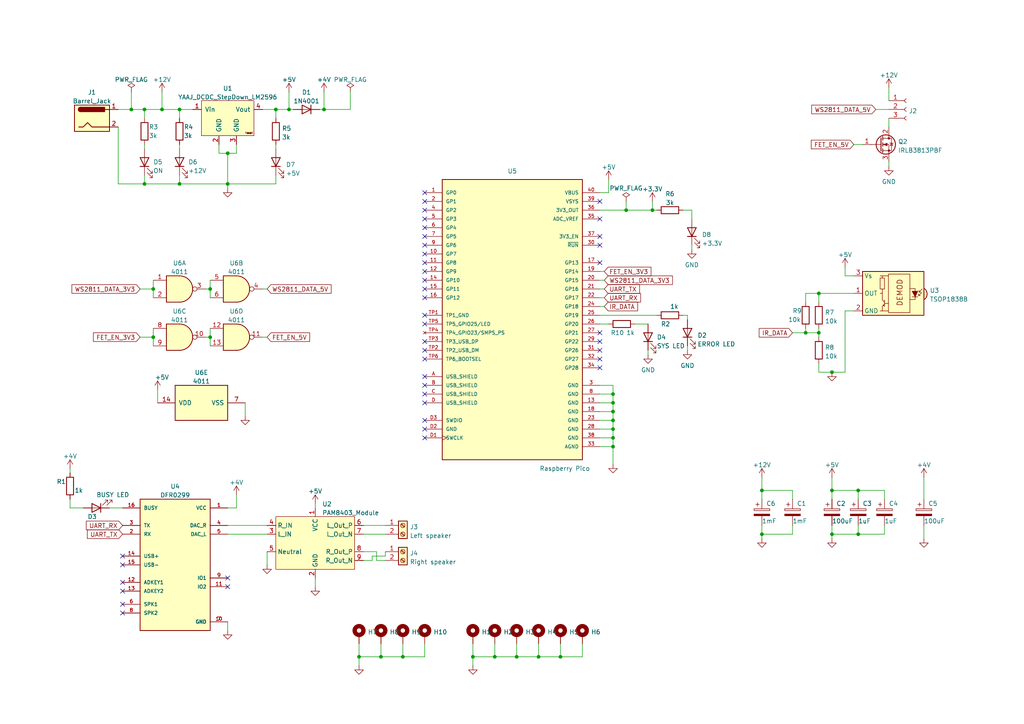
<source format=kicad_sch>
(kicad_sch (version 20211123) (generator eeschema)

  (uuid c43663ee-9a0d-4f27-a292-89ba89964065)

  (paper "A4")

  (lib_symbols
    (symbol "4xxx:4011" (pin_names (offset 1.016)) (in_bom yes) (on_board yes)
      (property "Reference" "U" (id 0) (at 0 1.27 0)
        (effects (font (size 1.27 1.27)))
      )
      (property "Value" "4011" (id 1) (at 0 -1.27 0)
        (effects (font (size 1.27 1.27)))
      )
      (property "Footprint" "" (id 2) (at 0 0 0)
        (effects (font (size 1.27 1.27)) hide)
      )
      (property "Datasheet" "http://www.intersil.com/content/dam/Intersil/documents/cd40/cd4011bms-12bms-23bms.pdf" (id 3) (at 0 0 0)
        (effects (font (size 1.27 1.27)) hide)
      )
      (property "ki_locked" "" (id 4) (at 0 0 0)
        (effects (font (size 1.27 1.27)))
      )
      (property "ki_keywords" "CMOS Nand2" (id 5) (at 0 0 0)
        (effects (font (size 1.27 1.27)) hide)
      )
      (property "ki_description" "Quad Nand 2 inputs" (id 6) (at 0 0 0)
        (effects (font (size 1.27 1.27)) hide)
      )
      (property "ki_fp_filters" "DIP?14*" (id 7) (at 0 0 0)
        (effects (font (size 1.27 1.27)) hide)
      )
      (symbol "4011_1_1"
        (arc (start 0 -3.81) (mid 3.81 0) (end 0 3.81)
          (stroke (width 0.254) (type default) (color 0 0 0 0))
          (fill (type background))
        )
        (polyline
          (pts
            (xy 0 3.81)
            (xy -3.81 3.81)
            (xy -3.81 -3.81)
            (xy 0 -3.81)
          )
          (stroke (width 0.254) (type default) (color 0 0 0 0))
          (fill (type background))
        )
        (pin input line (at -7.62 2.54 0) (length 3.81)
          (name "~" (effects (font (size 1.27 1.27))))
          (number "1" (effects (font (size 1.27 1.27))))
        )
        (pin input line (at -7.62 -2.54 0) (length 3.81)
          (name "~" (effects (font (size 1.27 1.27))))
          (number "2" (effects (font (size 1.27 1.27))))
        )
        (pin output inverted (at 7.62 0 180) (length 3.81)
          (name "~" (effects (font (size 1.27 1.27))))
          (number "3" (effects (font (size 1.27 1.27))))
        )
      )
      (symbol "4011_1_2"
        (arc (start -3.81 -3.81) (mid -2.589 0) (end -3.81 3.81)
          (stroke (width 0.254) (type default) (color 0 0 0 0))
          (fill (type none))
        )
        (arc (start -0.6096 -3.81) (mid 2.1842 -2.5851) (end 3.81 0)
          (stroke (width 0.254) (type default) (color 0 0 0 0))
          (fill (type background))
        )
        (polyline
          (pts
            (xy -3.81 -3.81)
            (xy -0.635 -3.81)
          )
          (stroke (width 0.254) (type default) (color 0 0 0 0))
          (fill (type background))
        )
        (polyline
          (pts
            (xy -3.81 3.81)
            (xy -0.635 3.81)
          )
          (stroke (width 0.254) (type default) (color 0 0 0 0))
          (fill (type background))
        )
        (polyline
          (pts
            (xy -0.635 3.81)
            (xy -3.81 3.81)
            (xy -3.81 3.81)
            (xy -3.556 3.4036)
            (xy -3.0226 2.2606)
            (xy -2.6924 1.0414)
            (xy -2.6162 -0.254)
            (xy -2.7686 -1.4986)
            (xy -3.175 -2.7178)
            (xy -3.81 -3.81)
            (xy -3.81 -3.81)
            (xy -0.635 -3.81)
          )
          (stroke (width -25.4) (type default) (color 0 0 0 0))
          (fill (type background))
        )
        (arc (start 3.81 0) (mid 2.1915 2.5936) (end -0.6096 3.81)
          (stroke (width 0.254) (type default) (color 0 0 0 0))
          (fill (type background))
        )
        (pin input inverted (at -7.62 2.54 0) (length 4.318)
          (name "~" (effects (font (size 1.27 1.27))))
          (number "1" (effects (font (size 1.27 1.27))))
        )
        (pin input inverted (at -7.62 -2.54 0) (length 4.318)
          (name "~" (effects (font (size 1.27 1.27))))
          (number "2" (effects (font (size 1.27 1.27))))
        )
        (pin output line (at 7.62 0 180) (length 3.81)
          (name "~" (effects (font (size 1.27 1.27))))
          (number "3" (effects (font (size 1.27 1.27))))
        )
      )
      (symbol "4011_2_1"
        (arc (start 0 -3.81) (mid 3.81 0) (end 0 3.81)
          (stroke (width 0.254) (type default) (color 0 0 0 0))
          (fill (type background))
        )
        (polyline
          (pts
            (xy 0 3.81)
            (xy -3.81 3.81)
            (xy -3.81 -3.81)
            (xy 0 -3.81)
          )
          (stroke (width 0.254) (type default) (color 0 0 0 0))
          (fill (type background))
        )
        (pin output inverted (at 7.62 0 180) (length 3.81)
          (name "~" (effects (font (size 1.27 1.27))))
          (number "4" (effects (font (size 1.27 1.27))))
        )
        (pin input line (at -7.62 2.54 0) (length 3.81)
          (name "~" (effects (font (size 1.27 1.27))))
          (number "5" (effects (font (size 1.27 1.27))))
        )
        (pin input line (at -7.62 -2.54 0) (length 3.81)
          (name "~" (effects (font (size 1.27 1.27))))
          (number "6" (effects (font (size 1.27 1.27))))
        )
      )
      (symbol "4011_2_2"
        (arc (start -3.81 -3.81) (mid -2.589 0) (end -3.81 3.81)
          (stroke (width 0.254) (type default) (color 0 0 0 0))
          (fill (type none))
        )
        (arc (start -0.6096 -3.81) (mid 2.1842 -2.5851) (end 3.81 0)
          (stroke (width 0.254) (type default) (color 0 0 0 0))
          (fill (type background))
        )
        (polyline
          (pts
            (xy -3.81 -3.81)
            (xy -0.635 -3.81)
          )
          (stroke (width 0.254) (type default) (color 0 0 0 0))
          (fill (type background))
        )
        (polyline
          (pts
            (xy -3.81 3.81)
            (xy -0.635 3.81)
          )
          (stroke (width 0.254) (type default) (color 0 0 0 0))
          (fill (type background))
        )
        (polyline
          (pts
            (xy -0.635 3.81)
            (xy -3.81 3.81)
            (xy -3.81 3.81)
            (xy -3.556 3.4036)
            (xy -3.0226 2.2606)
            (xy -2.6924 1.0414)
            (xy -2.6162 -0.254)
            (xy -2.7686 -1.4986)
            (xy -3.175 -2.7178)
            (xy -3.81 -3.81)
            (xy -3.81 -3.81)
            (xy -0.635 -3.81)
          )
          (stroke (width -25.4) (type default) (color 0 0 0 0))
          (fill (type background))
        )
        (arc (start 3.81 0) (mid 2.1915 2.5936) (end -0.6096 3.81)
          (stroke (width 0.254) (type default) (color 0 0 0 0))
          (fill (type background))
        )
        (pin output line (at 7.62 0 180) (length 3.81)
          (name "~" (effects (font (size 1.27 1.27))))
          (number "4" (effects (font (size 1.27 1.27))))
        )
        (pin input inverted (at -7.62 2.54 0) (length 4.318)
          (name "~" (effects (font (size 1.27 1.27))))
          (number "5" (effects (font (size 1.27 1.27))))
        )
        (pin input inverted (at -7.62 -2.54 0) (length 4.318)
          (name "~" (effects (font (size 1.27 1.27))))
          (number "6" (effects (font (size 1.27 1.27))))
        )
      )
      (symbol "4011_3_1"
        (arc (start 0 -3.81) (mid 3.81 0) (end 0 3.81)
          (stroke (width 0.254) (type default) (color 0 0 0 0))
          (fill (type background))
        )
        (polyline
          (pts
            (xy 0 3.81)
            (xy -3.81 3.81)
            (xy -3.81 -3.81)
            (xy 0 -3.81)
          )
          (stroke (width 0.254) (type default) (color 0 0 0 0))
          (fill (type background))
        )
        (pin output inverted (at 7.62 0 180) (length 3.81)
          (name "~" (effects (font (size 1.27 1.27))))
          (number "10" (effects (font (size 1.27 1.27))))
        )
        (pin input line (at -7.62 2.54 0) (length 3.81)
          (name "~" (effects (font (size 1.27 1.27))))
          (number "8" (effects (font (size 1.27 1.27))))
        )
        (pin input line (at -7.62 -2.54 0) (length 3.81)
          (name "~" (effects (font (size 1.27 1.27))))
          (number "9" (effects (font (size 1.27 1.27))))
        )
      )
      (symbol "4011_3_2"
        (arc (start -3.81 -3.81) (mid -2.589 0) (end -3.81 3.81)
          (stroke (width 0.254) (type default) (color 0 0 0 0))
          (fill (type none))
        )
        (arc (start -0.6096 -3.81) (mid 2.1842 -2.5851) (end 3.81 0)
          (stroke (width 0.254) (type default) (color 0 0 0 0))
          (fill (type background))
        )
        (polyline
          (pts
            (xy -3.81 -3.81)
            (xy -0.635 -3.81)
          )
          (stroke (width 0.254) (type default) (color 0 0 0 0))
          (fill (type background))
        )
        (polyline
          (pts
            (xy -3.81 3.81)
            (xy -0.635 3.81)
          )
          (stroke (width 0.254) (type default) (color 0 0 0 0))
          (fill (type background))
        )
        (polyline
          (pts
            (xy -0.635 3.81)
            (xy -3.81 3.81)
            (xy -3.81 3.81)
            (xy -3.556 3.4036)
            (xy -3.0226 2.2606)
            (xy -2.6924 1.0414)
            (xy -2.6162 -0.254)
            (xy -2.7686 -1.4986)
            (xy -3.175 -2.7178)
            (xy -3.81 -3.81)
            (xy -3.81 -3.81)
            (xy -0.635 -3.81)
          )
          (stroke (width -25.4) (type default) (color 0 0 0 0))
          (fill (type background))
        )
        (arc (start 3.81 0) (mid 2.1915 2.5936) (end -0.6096 3.81)
          (stroke (width 0.254) (type default) (color 0 0 0 0))
          (fill (type background))
        )
        (pin output line (at 7.62 0 180) (length 3.81)
          (name "~" (effects (font (size 1.27 1.27))))
          (number "10" (effects (font (size 1.27 1.27))))
        )
        (pin input inverted (at -7.62 2.54 0) (length 4.318)
          (name "~" (effects (font (size 1.27 1.27))))
          (number "8" (effects (font (size 1.27 1.27))))
        )
        (pin input inverted (at -7.62 -2.54 0) (length 4.318)
          (name "~" (effects (font (size 1.27 1.27))))
          (number "9" (effects (font (size 1.27 1.27))))
        )
      )
      (symbol "4011_4_1"
        (arc (start 0 -3.81) (mid 3.81 0) (end 0 3.81)
          (stroke (width 0.254) (type default) (color 0 0 0 0))
          (fill (type background))
        )
        (polyline
          (pts
            (xy 0 3.81)
            (xy -3.81 3.81)
            (xy -3.81 -3.81)
            (xy 0 -3.81)
          )
          (stroke (width 0.254) (type default) (color 0 0 0 0))
          (fill (type background))
        )
        (pin output inverted (at 7.62 0 180) (length 3.81)
          (name "~" (effects (font (size 1.27 1.27))))
          (number "11" (effects (font (size 1.27 1.27))))
        )
        (pin input line (at -7.62 2.54 0) (length 3.81)
          (name "~" (effects (font (size 1.27 1.27))))
          (number "12" (effects (font (size 1.27 1.27))))
        )
        (pin input line (at -7.62 -2.54 0) (length 3.81)
          (name "~" (effects (font (size 1.27 1.27))))
          (number "13" (effects (font (size 1.27 1.27))))
        )
      )
      (symbol "4011_4_2"
        (arc (start -3.81 -3.81) (mid -2.589 0) (end -3.81 3.81)
          (stroke (width 0.254) (type default) (color 0 0 0 0))
          (fill (type none))
        )
        (arc (start -0.6096 -3.81) (mid 2.1842 -2.5851) (end 3.81 0)
          (stroke (width 0.254) (type default) (color 0 0 0 0))
          (fill (type background))
        )
        (polyline
          (pts
            (xy -3.81 -3.81)
            (xy -0.635 -3.81)
          )
          (stroke (width 0.254) (type default) (color 0 0 0 0))
          (fill (type background))
        )
        (polyline
          (pts
            (xy -3.81 3.81)
            (xy -0.635 3.81)
          )
          (stroke (width 0.254) (type default) (color 0 0 0 0))
          (fill (type background))
        )
        (polyline
          (pts
            (xy -0.635 3.81)
            (xy -3.81 3.81)
            (xy -3.81 3.81)
            (xy -3.556 3.4036)
            (xy -3.0226 2.2606)
            (xy -2.6924 1.0414)
            (xy -2.6162 -0.254)
            (xy -2.7686 -1.4986)
            (xy -3.175 -2.7178)
            (xy -3.81 -3.81)
            (xy -3.81 -3.81)
            (xy -0.635 -3.81)
          )
          (stroke (width -25.4) (type default) (color 0 0 0 0))
          (fill (type background))
        )
        (arc (start 3.81 0) (mid 2.1915 2.5936) (end -0.6096 3.81)
          (stroke (width 0.254) (type default) (color 0 0 0 0))
          (fill (type background))
        )
        (pin output line (at 7.62 0 180) (length 3.81)
          (name "~" (effects (font (size 1.27 1.27))))
          (number "11" (effects (font (size 1.27 1.27))))
        )
        (pin input inverted (at -7.62 2.54 0) (length 4.318)
          (name "~" (effects (font (size 1.27 1.27))))
          (number "12" (effects (font (size 1.27 1.27))))
        )
        (pin input inverted (at -7.62 -2.54 0) (length 4.318)
          (name "~" (effects (font (size 1.27 1.27))))
          (number "13" (effects (font (size 1.27 1.27))))
        )
      )
      (symbol "4011_5_0"
        (pin power_in line (at 0 12.7 270) (length 5.08)
          (name "VDD" (effects (font (size 1.27 1.27))))
          (number "14" (effects (font (size 1.27 1.27))))
        )
        (pin power_in line (at 0 -12.7 90) (length 5.08)
          (name "VSS" (effects (font (size 1.27 1.27))))
          (number "7" (effects (font (size 1.27 1.27))))
        )
      )
      (symbol "4011_5_1"
        (rectangle (start -5.08 7.62) (end 5.08 -7.62)
          (stroke (width 0.254) (type default) (color 0 0 0 0))
          (fill (type background))
        )
      )
    )
    (symbol "Connector:Barrel_Jack" (pin_names (offset 1.016)) (in_bom yes) (on_board yes)
      (property "Reference" "J" (id 0) (at 0 5.334 0)
        (effects (font (size 1.27 1.27)))
      )
      (property "Value" "Barrel_Jack" (id 1) (at 0 -5.08 0)
        (effects (font (size 1.27 1.27)))
      )
      (property "Footprint" "" (id 2) (at 1.27 -1.016 0)
        (effects (font (size 1.27 1.27)) hide)
      )
      (property "Datasheet" "~" (id 3) (at 1.27 -1.016 0)
        (effects (font (size 1.27 1.27)) hide)
      )
      (property "ki_keywords" "DC power barrel jack connector" (id 4) (at 0 0 0)
        (effects (font (size 1.27 1.27)) hide)
      )
      (property "ki_description" "DC Barrel Jack" (id 5) (at 0 0 0)
        (effects (font (size 1.27 1.27)) hide)
      )
      (property "ki_fp_filters" "BarrelJack*" (id 6) (at 0 0 0)
        (effects (font (size 1.27 1.27)) hide)
      )
      (symbol "Barrel_Jack_0_1"
        (rectangle (start -5.08 3.81) (end 5.08 -3.81)
          (stroke (width 0.254) (type default) (color 0 0 0 0))
          (fill (type background))
        )
        (arc (start -3.302 3.175) (mid -3.937 2.54) (end -3.302 1.905)
          (stroke (width 0.254) (type default) (color 0 0 0 0))
          (fill (type none))
        )
        (arc (start -3.302 3.175) (mid -3.937 2.54) (end -3.302 1.905)
          (stroke (width 0.254) (type default) (color 0 0 0 0))
          (fill (type outline))
        )
        (polyline
          (pts
            (xy 5.08 2.54)
            (xy 3.81 2.54)
          )
          (stroke (width 0.254) (type default) (color 0 0 0 0))
          (fill (type none))
        )
        (polyline
          (pts
            (xy -3.81 -2.54)
            (xy -2.54 -2.54)
            (xy -1.27 -1.27)
            (xy 0 -2.54)
            (xy 2.54 -2.54)
            (xy 5.08 -2.54)
          )
          (stroke (width 0.254) (type default) (color 0 0 0 0))
          (fill (type none))
        )
        (rectangle (start 3.683 3.175) (end -3.302 1.905)
          (stroke (width 0.254) (type default) (color 0 0 0 0))
          (fill (type outline))
        )
      )
      (symbol "Barrel_Jack_1_1"
        (pin passive line (at 7.62 2.54 180) (length 2.54)
          (name "~" (effects (font (size 1.27 1.27))))
          (number "1" (effects (font (size 1.27 1.27))))
        )
        (pin passive line (at 7.62 -2.54 180) (length 2.54)
          (name "~" (effects (font (size 1.27 1.27))))
          (number "2" (effects (font (size 1.27 1.27))))
        )
      )
    )
    (symbol "Connector:Conn_01x03_Female" (pin_names (offset 1.016) hide) (in_bom yes) (on_board yes)
      (property "Reference" "J" (id 0) (at 0 5.08 0)
        (effects (font (size 1.27 1.27)))
      )
      (property "Value" "Conn_01x03_Female" (id 1) (at 0 -5.08 0)
        (effects (font (size 1.27 1.27)))
      )
      (property "Footprint" "" (id 2) (at 0 0 0)
        (effects (font (size 1.27 1.27)) hide)
      )
      (property "Datasheet" "~" (id 3) (at 0 0 0)
        (effects (font (size 1.27 1.27)) hide)
      )
      (property "ki_keywords" "connector" (id 4) (at 0 0 0)
        (effects (font (size 1.27 1.27)) hide)
      )
      (property "ki_description" "Generic connector, single row, 01x03, script generated (kicad-library-utils/schlib/autogen/connector/)" (id 5) (at 0 0 0)
        (effects (font (size 1.27 1.27)) hide)
      )
      (property "ki_fp_filters" "Connector*:*_1x??_*" (id 6) (at 0 0 0)
        (effects (font (size 1.27 1.27)) hide)
      )
      (symbol "Conn_01x03_Female_1_1"
        (arc (start 0 -2.032) (mid -0.508 -2.54) (end 0 -3.048)
          (stroke (width 0.1524) (type default) (color 0 0 0 0))
          (fill (type none))
        )
        (polyline
          (pts
            (xy -1.27 -2.54)
            (xy -0.508 -2.54)
          )
          (stroke (width 0.1524) (type default) (color 0 0 0 0))
          (fill (type none))
        )
        (polyline
          (pts
            (xy -1.27 0)
            (xy -0.508 0)
          )
          (stroke (width 0.1524) (type default) (color 0 0 0 0))
          (fill (type none))
        )
        (polyline
          (pts
            (xy -1.27 2.54)
            (xy -0.508 2.54)
          )
          (stroke (width 0.1524) (type default) (color 0 0 0 0))
          (fill (type none))
        )
        (arc (start 0 0.508) (mid -0.508 0) (end 0 -0.508)
          (stroke (width 0.1524) (type default) (color 0 0 0 0))
          (fill (type none))
        )
        (arc (start 0 3.048) (mid -0.508 2.54) (end 0 2.032)
          (stroke (width 0.1524) (type default) (color 0 0 0 0))
          (fill (type none))
        )
        (pin passive line (at -5.08 2.54 0) (length 3.81)
          (name "Pin_1" (effects (font (size 1.27 1.27))))
          (number "1" (effects (font (size 1.27 1.27))))
        )
        (pin passive line (at -5.08 0 0) (length 3.81)
          (name "Pin_2" (effects (font (size 1.27 1.27))))
          (number "2" (effects (font (size 1.27 1.27))))
        )
        (pin passive line (at -5.08 -2.54 0) (length 3.81)
          (name "Pin_3" (effects (font (size 1.27 1.27))))
          (number "3" (effects (font (size 1.27 1.27))))
        )
      )
    )
    (symbol "Connector:Screw_Terminal_01x02" (pin_names (offset 1.016) hide) (in_bom yes) (on_board yes)
      (property "Reference" "J" (id 0) (at 0 2.54 0)
        (effects (font (size 1.27 1.27)))
      )
      (property "Value" "Screw_Terminal_01x02" (id 1) (at 0 -5.08 0)
        (effects (font (size 1.27 1.27)))
      )
      (property "Footprint" "" (id 2) (at 0 0 0)
        (effects (font (size 1.27 1.27)) hide)
      )
      (property "Datasheet" "~" (id 3) (at 0 0 0)
        (effects (font (size 1.27 1.27)) hide)
      )
      (property "ki_keywords" "screw terminal" (id 4) (at 0 0 0)
        (effects (font (size 1.27 1.27)) hide)
      )
      (property "ki_description" "Generic screw terminal, single row, 01x02, script generated (kicad-library-utils/schlib/autogen/connector/)" (id 5) (at 0 0 0)
        (effects (font (size 1.27 1.27)) hide)
      )
      (property "ki_fp_filters" "TerminalBlock*:*" (id 6) (at 0 0 0)
        (effects (font (size 1.27 1.27)) hide)
      )
      (symbol "Screw_Terminal_01x02_1_1"
        (rectangle (start -1.27 1.27) (end 1.27 -3.81)
          (stroke (width 0.254) (type default) (color 0 0 0 0))
          (fill (type background))
        )
        (circle (center 0 -2.54) (radius 0.635)
          (stroke (width 0.1524) (type default) (color 0 0 0 0))
          (fill (type none))
        )
        (polyline
          (pts
            (xy -0.5334 -2.2098)
            (xy 0.3302 -3.048)
          )
          (stroke (width 0.1524) (type default) (color 0 0 0 0))
          (fill (type none))
        )
        (polyline
          (pts
            (xy -0.5334 0.3302)
            (xy 0.3302 -0.508)
          )
          (stroke (width 0.1524) (type default) (color 0 0 0 0))
          (fill (type none))
        )
        (polyline
          (pts
            (xy -0.3556 -2.032)
            (xy 0.508 -2.8702)
          )
          (stroke (width 0.1524) (type default) (color 0 0 0 0))
          (fill (type none))
        )
        (polyline
          (pts
            (xy -0.3556 0.508)
            (xy 0.508 -0.3302)
          )
          (stroke (width 0.1524) (type default) (color 0 0 0 0))
          (fill (type none))
        )
        (circle (center 0 0) (radius 0.635)
          (stroke (width 0.1524) (type default) (color 0 0 0 0))
          (fill (type none))
        )
        (pin passive line (at -5.08 0 0) (length 3.81)
          (name "Pin_1" (effects (font (size 1.27 1.27))))
          (number "1" (effects (font (size 1.27 1.27))))
        )
        (pin passive line (at -5.08 -2.54 0) (length 3.81)
          (name "Pin_2" (effects (font (size 1.27 1.27))))
          (number "2" (effects (font (size 1.27 1.27))))
        )
      )
    )
    (symbol "DFR0299:DFR0299" (pin_names (offset 1.016)) (in_bom yes) (on_board yes)
      (property "Reference" "U" (id 0) (at -10.16 18.542 0)
        (effects (font (size 1.27 1.27)) (justify left bottom))
      )
      (property "Value" "DFR0299" (id 1) (at -10.16 -22.86 0)
        (effects (font (size 1.27 1.27)) (justify left bottom))
      )
      (property "Footprint" "MODULE_DFR0299" (id 2) (at -10.16 -25.4 0)
        (effects (font (size 1.27 1.27)) (justify left bottom) hide)
      )
      (property "Datasheet" "" (id 3) (at 0 0 0)
        (effects (font (size 1.27 1.27)) (justify left bottom) hide)
      )
      (property "MF" "DFRobot" (id 4) (at -10.16 -27.94 0)
        (effects (font (size 1.27 1.27)) (justify left bottom) hide)
      )
      (property "DESCRIPTION" "Dfplayer - a Mini Mp3 Player" (id 5) (at 3.81 -22.86 0)
        (effects (font (size 1.27 1.27)) (justify left bottom) hide)
      )
      (property "MP" "DFR0299" (id 6) (at 0 0 0)
        (effects (font (size 1.27 1.27)) (justify left bottom) hide)
      )
      (property "PRICE" "None" (id 7) (at 0 0 0)
        (effects (font (size 1.27 1.27)) (justify left bottom) hide)
      )
      (property "AVAILABILITY" "Unavailable" (id 8) (at -1.27 3.81 0)
        (effects (font (size 1.27 1.27)) (justify left bottom) hide)
      )
      (property "PACKAGE" "None" (id 9) (at 0 0 0)
        (effects (font (size 1.27 1.27)) (justify left bottom) hide)
      )
      (property "ki_locked" "" (id 10) (at 0 0 0)
        (effects (font (size 1.27 1.27)))
      )
      (symbol "DFR0299_0_0"
        (rectangle (start -10.16 -20.32) (end 10.16 17.78)
          (stroke (width 0.254) (type default) (color 0 0 0 0))
          (fill (type background))
        )
        (pin power_in line (at 15.24 15.24 180) (length 5.08)
          (name "VCC" (effects (font (size 1.016 1.016))))
          (number "1" (effects (font (size 1.016 1.016))))
        )
        (pin power_in line (at 15.24 -17.78 180) (length 5.08)
          (name "GND" (effects (font (size 1.016 1.016))))
          (number "10" (effects (font (size 1.016 1.016))))
        )
        (pin bidirectional line (at 15.24 -7.62 180) (length 5.08)
          (name "IO2" (effects (font (size 1.016 1.016))))
          (number "11" (effects (font (size 1.016 1.016))))
        )
        (pin input line (at -15.24 -6.35 0) (length 5.08)
          (name "ADKEY1" (effects (font (size 1.016 1.016))))
          (number "12" (effects (font (size 1.016 1.016))))
        )
        (pin input line (at -15.24 -8.89 0) (length 5.08)
          (name "ADKEY2" (effects (font (size 1.016 1.016))))
          (number "13" (effects (font (size 1.016 1.016))))
        )
        (pin input line (at -15.24 1.27 0) (length 5.08)
          (name "USB+" (effects (font (size 1.016 1.016))))
          (number "14" (effects (font (size 1.016 1.016))))
        )
        (pin input line (at -15.24 -1.27 0) (length 5.08)
          (name "USB-" (effects (font (size 1.016 1.016))))
          (number "15" (effects (font (size 1.016 1.016))))
        )
        (pin input line (at -15.24 15.24 0) (length 5.08)
          (name "BUSY" (effects (font (size 1.016 1.016))))
          (number "16" (effects (font (size 1.016 1.016))))
        )
        (pin input line (at -15.24 7.62 0) (length 5.08)
          (name "RX" (effects (font (size 1.016 1.016))))
          (number "2" (effects (font (size 1.016 1.016))))
        )
        (pin output line (at -15.24 10.16 0) (length 5.08)
          (name "TX" (effects (font (size 1.016 1.016))))
          (number "3" (effects (font (size 1.016 1.016))))
        )
        (pin output line (at 15.24 10.16 180) (length 5.08)
          (name "DAC_R" (effects (font (size 1.016 1.016))))
          (number "4" (effects (font (size 1.016 1.016))))
        )
        (pin output line (at 15.24 7.62 180) (length 5.08)
          (name "DAC_L" (effects (font (size 1.016 1.016))))
          (number "5" (effects (font (size 1.016 1.016))))
        )
        (pin passive line (at -15.24 -12.7 0) (length 5.08)
          (name "SPK1" (effects (font (size 1.016 1.016))))
          (number "6" (effects (font (size 1.016 1.016))))
        )
        (pin power_in line (at 15.24 -17.78 180) (length 5.08)
          (name "GND" (effects (font (size 1.016 1.016))))
          (number "7" (effects (font (size 1.016 1.016))))
        )
        (pin passive line (at -15.24 -15.24 0) (length 5.08)
          (name "SPK2" (effects (font (size 1.016 1.016))))
          (number "8" (effects (font (size 1.016 1.016))))
        )
        (pin bidirectional line (at 15.24 -5.08 180) (length 5.08)
          (name "IO1" (effects (font (size 1.016 1.016))))
          (number "9" (effects (font (size 1.016 1.016))))
        )
      )
    )
    (symbol "Device:C_Polarized" (pin_numbers hide) (pin_names (offset 0.254)) (in_bom yes) (on_board yes)
      (property "Reference" "C" (id 0) (at 0.635 2.54 0)
        (effects (font (size 1.27 1.27)) (justify left))
      )
      (property "Value" "C_Polarized" (id 1) (at 0.635 -2.54 0)
        (effects (font (size 1.27 1.27)) (justify left))
      )
      (property "Footprint" "" (id 2) (at 0.9652 -3.81 0)
        (effects (font (size 1.27 1.27)) hide)
      )
      (property "Datasheet" "~" (id 3) (at 0 0 0)
        (effects (font (size 1.27 1.27)) hide)
      )
      (property "ki_keywords" "cap capacitor" (id 4) (at 0 0 0)
        (effects (font (size 1.27 1.27)) hide)
      )
      (property "ki_description" "Polarized capacitor" (id 5) (at 0 0 0)
        (effects (font (size 1.27 1.27)) hide)
      )
      (property "ki_fp_filters" "CP_*" (id 6) (at 0 0 0)
        (effects (font (size 1.27 1.27)) hide)
      )
      (symbol "C_Polarized_0_1"
        (rectangle (start -2.286 0.508) (end 2.286 1.016)
          (stroke (width 0) (type default) (color 0 0 0 0))
          (fill (type none))
        )
        (polyline
          (pts
            (xy -1.778 2.286)
            (xy -0.762 2.286)
          )
          (stroke (width 0) (type default) (color 0 0 0 0))
          (fill (type none))
        )
        (polyline
          (pts
            (xy -1.27 2.794)
            (xy -1.27 1.778)
          )
          (stroke (width 0) (type default) (color 0 0 0 0))
          (fill (type none))
        )
        (rectangle (start 2.286 -0.508) (end -2.286 -1.016)
          (stroke (width 0) (type default) (color 0 0 0 0))
          (fill (type outline))
        )
      )
      (symbol "C_Polarized_1_1"
        (pin passive line (at 0 3.81 270) (length 2.794)
          (name "~" (effects (font (size 1.27 1.27))))
          (number "1" (effects (font (size 1.27 1.27))))
        )
        (pin passive line (at 0 -3.81 90) (length 2.794)
          (name "~" (effects (font (size 1.27 1.27))))
          (number "2" (effects (font (size 1.27 1.27))))
        )
      )
    )
    (symbol "Device:LED" (pin_numbers hide) (pin_names (offset 1.016) hide) (in_bom yes) (on_board yes)
      (property "Reference" "D" (id 0) (at 0 2.54 0)
        (effects (font (size 1.27 1.27)))
      )
      (property "Value" "LED" (id 1) (at 0 -2.54 0)
        (effects (font (size 1.27 1.27)))
      )
      (property "Footprint" "" (id 2) (at 0 0 0)
        (effects (font (size 1.27 1.27)) hide)
      )
      (property "Datasheet" "~" (id 3) (at 0 0 0)
        (effects (font (size 1.27 1.27)) hide)
      )
      (property "ki_keywords" "LED diode" (id 4) (at 0 0 0)
        (effects (font (size 1.27 1.27)) hide)
      )
      (property "ki_description" "Light emitting diode" (id 5) (at 0 0 0)
        (effects (font (size 1.27 1.27)) hide)
      )
      (property "ki_fp_filters" "LED* LED_SMD:* LED_THT:*" (id 6) (at 0 0 0)
        (effects (font (size 1.27 1.27)) hide)
      )
      (symbol "LED_0_1"
        (polyline
          (pts
            (xy -1.27 -1.27)
            (xy -1.27 1.27)
          )
          (stroke (width 0.254) (type default) (color 0 0 0 0))
          (fill (type none))
        )
        (polyline
          (pts
            (xy -1.27 0)
            (xy 1.27 0)
          )
          (stroke (width 0) (type default) (color 0 0 0 0))
          (fill (type none))
        )
        (polyline
          (pts
            (xy 1.27 -1.27)
            (xy 1.27 1.27)
            (xy -1.27 0)
            (xy 1.27 -1.27)
          )
          (stroke (width 0.254) (type default) (color 0 0 0 0))
          (fill (type none))
        )
        (polyline
          (pts
            (xy -3.048 -0.762)
            (xy -4.572 -2.286)
            (xy -3.81 -2.286)
            (xy -4.572 -2.286)
            (xy -4.572 -1.524)
          )
          (stroke (width 0) (type default) (color 0 0 0 0))
          (fill (type none))
        )
        (polyline
          (pts
            (xy -1.778 -0.762)
            (xy -3.302 -2.286)
            (xy -2.54 -2.286)
            (xy -3.302 -2.286)
            (xy -3.302 -1.524)
          )
          (stroke (width 0) (type default) (color 0 0 0 0))
          (fill (type none))
        )
      )
      (symbol "LED_1_1"
        (pin passive line (at -3.81 0 0) (length 2.54)
          (name "K" (effects (font (size 1.27 1.27))))
          (number "1" (effects (font (size 1.27 1.27))))
        )
        (pin passive line (at 3.81 0 180) (length 2.54)
          (name "A" (effects (font (size 1.27 1.27))))
          (number "2" (effects (font (size 1.27 1.27))))
        )
      )
    )
    (symbol "Device:R" (pin_numbers hide) (pin_names (offset 0)) (in_bom yes) (on_board yes)
      (property "Reference" "R" (id 0) (at 2.032 0 90)
        (effects (font (size 1.27 1.27)))
      )
      (property "Value" "R" (id 1) (at 0 0 90)
        (effects (font (size 1.27 1.27)))
      )
      (property "Footprint" "" (id 2) (at -1.778 0 90)
        (effects (font (size 1.27 1.27)) hide)
      )
      (property "Datasheet" "~" (id 3) (at 0 0 0)
        (effects (font (size 1.27 1.27)) hide)
      )
      (property "ki_keywords" "R res resistor" (id 4) (at 0 0 0)
        (effects (font (size 1.27 1.27)) hide)
      )
      (property "ki_description" "Resistor" (id 5) (at 0 0 0)
        (effects (font (size 1.27 1.27)) hide)
      )
      (property "ki_fp_filters" "R_*" (id 6) (at 0 0 0)
        (effects (font (size 1.27 1.27)) hide)
      )
      (symbol "R_0_1"
        (rectangle (start -1.016 -2.54) (end 1.016 2.54)
          (stroke (width 0.254) (type default) (color 0 0 0 0))
          (fill (type none))
        )
      )
      (symbol "R_1_1"
        (pin passive line (at 0 3.81 270) (length 1.27)
          (name "~" (effects (font (size 1.27 1.27))))
          (number "1" (effects (font (size 1.27 1.27))))
        )
        (pin passive line (at 0 -3.81 90) (length 1.27)
          (name "~" (effects (font (size 1.27 1.27))))
          (number "2" (effects (font (size 1.27 1.27))))
        )
      )
    )
    (symbol "Diode:1N4001" (pin_numbers hide) (pin_names hide) (in_bom yes) (on_board yes)
      (property "Reference" "D" (id 0) (at 0 2.54 0)
        (effects (font (size 1.27 1.27)))
      )
      (property "Value" "1N4001" (id 1) (at 0 -2.54 0)
        (effects (font (size 1.27 1.27)))
      )
      (property "Footprint" "Diode_THT:D_DO-41_SOD81_P10.16mm_Horizontal" (id 2) (at 0 0 0)
        (effects (font (size 1.27 1.27)) hide)
      )
      (property "Datasheet" "http://www.vishay.com/docs/88503/1n4001.pdf" (id 3) (at 0 0 0)
        (effects (font (size 1.27 1.27)) hide)
      )
      (property "ki_keywords" "diode" (id 4) (at 0 0 0)
        (effects (font (size 1.27 1.27)) hide)
      )
      (property "ki_description" "50V 1A General Purpose Rectifier Diode, DO-41" (id 5) (at 0 0 0)
        (effects (font (size 1.27 1.27)) hide)
      )
      (property "ki_fp_filters" "D*DO?41*" (id 6) (at 0 0 0)
        (effects (font (size 1.27 1.27)) hide)
      )
      (symbol "1N4001_0_1"
        (polyline
          (pts
            (xy -1.27 1.27)
            (xy -1.27 -1.27)
          )
          (stroke (width 0.254) (type default) (color 0 0 0 0))
          (fill (type none))
        )
        (polyline
          (pts
            (xy 1.27 0)
            (xy -1.27 0)
          )
          (stroke (width 0) (type default) (color 0 0 0 0))
          (fill (type none))
        )
        (polyline
          (pts
            (xy 1.27 1.27)
            (xy 1.27 -1.27)
            (xy -1.27 0)
            (xy 1.27 1.27)
          )
          (stroke (width 0.254) (type default) (color 0 0 0 0))
          (fill (type none))
        )
      )
      (symbol "1N4001_1_1"
        (pin passive line (at -3.81 0 0) (length 2.54)
          (name "K" (effects (font (size 1.27 1.27))))
          (number "1" (effects (font (size 1.27 1.27))))
        )
        (pin passive line (at 3.81 0 180) (length 2.54)
          (name "A" (effects (font (size 1.27 1.27))))
          (number "2" (effects (font (size 1.27 1.27))))
        )
      )
    )
    (symbol "FakeFire_lib:PAM8403_Module" (in_bom yes) (on_board yes)
      (property "Reference" "U" (id 0) (at 12.7 -11.43 0)
        (effects (font (size 1.27 1.27)))
      )
      (property "Value" "PAM8403_Module" (id 1) (at -3.81 -12.7 0)
        (effects (font (size 1.27 1.27)))
      )
      (property "Footprint" "" (id 2) (at 0 0 0)
        (effects (font (size 1.27 1.27)) hide)
      )
      (property "Datasheet" "" (id 3) (at 0 0 0)
        (effects (font (size 1.27 1.27)) hide)
      )
      (symbol "PAM8403_Module_0_1"
        (rectangle (start -5.08 7.62) (end 17.78 -7.62)
          (stroke (width 0.1524) (type default) (color 0 0 0 0))
          (fill (type background))
        )
      )
      (symbol "PAM8403_Module_1_1"
        (pin power_in line (at 6.35 10.16 270) (length 2.54)
          (name "VCC" (effects (font (size 1.27 1.27))))
          (number "1" (effects (font (size 1.27 1.27))))
        )
        (pin power_out line (at 6.35 -10.16 90) (length 2.54)
          (name "GND" (effects (font (size 1.27 1.27))))
          (number "2" (effects (font (size 1.27 1.27))))
        )
        (pin input line (at -7.62 2.54 0) (length 2.54)
          (name "L_IN" (effects (font (size 1.27 1.27))))
          (number "3" (effects (font (size 1.27 1.27))))
        )
        (pin input line (at -7.62 5.08 0) (length 2.54)
          (name "R_IN" (effects (font (size 1.27 1.27))))
          (number "4" (effects (font (size 1.27 1.27))))
        )
        (pin passive line (at -7.62 -2.54 0) (length 2.54)
          (name "Neutral" (effects (font (size 1.27 1.27))))
          (number "5" (effects (font (size 1.27 1.27))))
        )
        (pin output line (at 20.32 5.08 180) (length 2.54)
          (name "L_Out_P" (effects (font (size 1.27 1.27))))
          (number "6" (effects (font (size 1.27 1.27))))
        )
        (pin output line (at 20.32 2.54 180) (length 2.54)
          (name "L_Out_N" (effects (font (size 1.27 1.27))))
          (number "7" (effects (font (size 1.27 1.27))))
        )
        (pin output line (at 20.32 -2.54 180) (length 2.54)
          (name "R_Out_P" (effects (font (size 1.27 1.27))))
          (number "8" (effects (font (size 1.27 1.27))))
        )
        (pin output line (at 20.32 -5.08 180) (length 2.54)
          (name "R_Out_N" (effects (font (size 1.27 1.27))))
          (number "9" (effects (font (size 1.27 1.27))))
        )
      )
    )
    (symbol "Interface_Optical:TSOP38G36" (in_bom yes) (on_board yes)
      (property "Reference" "U" (id 0) (at -10.16 7.62 0)
        (effects (font (size 1.27 1.27)) (justify left))
      )
      (property "Value" "TSOP38G36" (id 1) (at -10.16 -7.62 0)
        (effects (font (size 1.27 1.27)) (justify left))
      )
      (property "Footprint" "OptoDevice:Vishay_MINICAST-3Pin" (id 2) (at -1.27 -9.525 0)
        (effects (font (size 1.27 1.27)) hide)
      )
      (property "Datasheet" "http://www.vishay.com/docs/82731/tsop38g36.pdf" (id 3) (at 16.51 7.62 0)
        (effects (font (size 1.27 1.27)) hide)
      )
      (property "ki_keywords" "opto IR receiver" (id 4) (at 0 0 0)
        (effects (font (size 1.27 1.27)) hide)
      )
      (property "ki_description" "Photo Modules for PCM Remote Control Systems" (id 5) (at 0 0 0)
        (effects (font (size 1.27 1.27)) hide)
      )
      (property "ki_fp_filters" "Vishay*MINICAST*" (id 6) (at 0 0 0)
        (effects (font (size 1.27 1.27)) hide)
      )
      (symbol "TSOP38G36_0_0"
        (arc (start -10.287 1.397) (mid -11.0899 -0.1852) (end -10.287 -1.778)
          (stroke (width 0.254) (type default) (color 0 0 0 0))
          (fill (type background))
        )
        (polyline
          (pts
            (xy 1.905 -5.08)
            (xy 0.127 -5.08)
          )
          (stroke (width 0) (type default) (color 0 0 0 0))
          (fill (type none))
        )
        (polyline
          (pts
            (xy 1.905 5.08)
            (xy 0.127 5.08)
          )
          (stroke (width 0) (type default) (color 0 0 0 0))
          (fill (type none))
        )
        (text "DEMOD" (at -3.175 0.254 900)
          (effects (font (size 1.524 1.524)))
        )
      )
      (symbol "TSOP38G36_0_1"
        (rectangle (start -6.096 5.588) (end 0.127 -5.588)
          (stroke (width 0) (type default) (color 0 0 0 0))
          (fill (type none))
        )
        (polyline
          (pts
            (xy -8.763 0.381)
            (xy -9.652 1.27)
          )
          (stroke (width 0) (type default) (color 0 0 0 0))
          (fill (type none))
        )
        (polyline
          (pts
            (xy -8.763 0.381)
            (xy -9.271 0.381)
          )
          (stroke (width 0) (type default) (color 0 0 0 0))
          (fill (type none))
        )
        (polyline
          (pts
            (xy -8.763 0.381)
            (xy -8.763 0.889)
          )
          (stroke (width 0) (type default) (color 0 0 0 0))
          (fill (type none))
        )
        (polyline
          (pts
            (xy -8.636 -0.635)
            (xy -9.525 0.254)
          )
          (stroke (width 0) (type default) (color 0 0 0 0))
          (fill (type none))
        )
        (polyline
          (pts
            (xy -8.636 -0.635)
            (xy -9.144 -0.635)
          )
          (stroke (width 0) (type default) (color 0 0 0 0))
          (fill (type none))
        )
        (polyline
          (pts
            (xy -8.636 -0.635)
            (xy -8.636 -0.127)
          )
          (stroke (width 0) (type default) (color 0 0 0 0))
          (fill (type none))
        )
        (polyline
          (pts
            (xy -8.382 -1.016)
            (xy -6.731 -1.016)
          )
          (stroke (width 0) (type default) (color 0 0 0 0))
          (fill (type none))
        )
        (polyline
          (pts
            (xy 1.27 -2.921)
            (xy 0.127 -2.921)
          )
          (stroke (width 0) (type default) (color 0 0 0 0))
          (fill (type none))
        )
        (polyline
          (pts
            (xy 1.27 -1.905)
            (xy 1.27 -3.81)
          )
          (stroke (width 0) (type default) (color 0 0 0 0))
          (fill (type none))
        )
        (polyline
          (pts
            (xy 1.397 -3.556)
            (xy 1.524 -3.556)
          )
          (stroke (width 0) (type default) (color 0 0 0 0))
          (fill (type none))
        )
        (polyline
          (pts
            (xy 1.651 -3.556)
            (xy 1.524 -3.556)
          )
          (stroke (width 0) (type default) (color 0 0 0 0))
          (fill (type none))
        )
        (polyline
          (pts
            (xy 1.651 -3.556)
            (xy 1.651 -3.302)
          )
          (stroke (width 0) (type default) (color 0 0 0 0))
          (fill (type none))
        )
        (polyline
          (pts
            (xy 1.905 0)
            (xy 1.905 1.27)
          )
          (stroke (width 0) (type default) (color 0 0 0 0))
          (fill (type none))
        )
        (polyline
          (pts
            (xy 1.905 4.445)
            (xy 1.905 5.08)
            (xy 2.54 5.08)
          )
          (stroke (width 0) (type default) (color 0 0 0 0))
          (fill (type none))
        )
        (polyline
          (pts
            (xy -8.382 0.635)
            (xy -6.731 0.635)
            (xy -7.62 -1.016)
            (xy -8.382 0.635)
          )
          (stroke (width 0) (type default) (color 0 0 0 0))
          (fill (type outline))
        )
        (polyline
          (pts
            (xy -6.096 1.397)
            (xy -7.62 1.397)
            (xy -7.62 -1.778)
            (xy -6.096 -1.778)
          )
          (stroke (width 0) (type default) (color 0 0 0 0))
          (fill (type none))
        )
        (polyline
          (pts
            (xy 1.27 -3.175)
            (xy 1.905 -3.81)
            (xy 1.905 -5.08)
            (xy 2.54 -5.08)
          )
          (stroke (width 0) (type default) (color 0 0 0 0))
          (fill (type none))
        )
        (polyline
          (pts
            (xy 1.27 -2.54)
            (xy 1.905 -1.905)
            (xy 1.905 0)
            (xy 2.54 0)
          )
          (stroke (width 0) (type default) (color 0 0 0 0))
          (fill (type none))
        )
        (rectangle (start 2.54 1.27) (end 1.27 4.445)
          (stroke (width 0) (type default) (color 0 0 0 0))
          (fill (type none))
        )
        (rectangle (start 7.62 6.35) (end -10.16 -6.35)
          (stroke (width 0.254) (type default) (color 0 0 0 0))
          (fill (type background))
        )
      )
      (symbol "TSOP38G36_1_1"
        (pin output line (at 10.16 0 180) (length 2.54)
          (name "OUT" (effects (font (size 1.27 1.27))))
          (number "1" (effects (font (size 1.27 1.27))))
        )
        (pin power_in line (at 10.16 -5.08 180) (length 2.54)
          (name "GND" (effects (font (size 1.27 1.27))))
          (number "2" (effects (font (size 1.27 1.27))))
        )
        (pin power_in line (at 10.16 5.08 180) (length 2.54)
          (name "Vs" (effects (font (size 1.27 1.27))))
          (number "3" (effects (font (size 1.27 1.27))))
        )
      )
    )
    (symbol "Mechanical:MountingHole_Pad" (pin_numbers hide) (pin_names (offset 1.016) hide) (in_bom yes) (on_board yes)
      (property "Reference" "H" (id 0) (at 0 6.35 0)
        (effects (font (size 1.27 1.27)))
      )
      (property "Value" "MountingHole_Pad" (id 1) (at 0 4.445 0)
        (effects (font (size 1.27 1.27)))
      )
      (property "Footprint" "" (id 2) (at 0 0 0)
        (effects (font (size 1.27 1.27)) hide)
      )
      (property "Datasheet" "~" (id 3) (at 0 0 0)
        (effects (font (size 1.27 1.27)) hide)
      )
      (property "ki_keywords" "mounting hole" (id 4) (at 0 0 0)
        (effects (font (size 1.27 1.27)) hide)
      )
      (property "ki_description" "Mounting Hole with connection" (id 5) (at 0 0 0)
        (effects (font (size 1.27 1.27)) hide)
      )
      (property "ki_fp_filters" "MountingHole*Pad*" (id 6) (at 0 0 0)
        (effects (font (size 1.27 1.27)) hide)
      )
      (symbol "MountingHole_Pad_0_1"
        (circle (center 0 1.27) (radius 1.27)
          (stroke (width 1.27) (type default) (color 0 0 0 0))
          (fill (type none))
        )
      )
      (symbol "MountingHole_Pad_1_1"
        (pin input line (at 0 -2.54 90) (length 2.54)
          (name "1" (effects (font (size 1.27 1.27))))
          (number "1" (effects (font (size 1.27 1.27))))
        )
      )
    )
    (symbol "Raspberry Pico:SC0915" (pin_names (offset 1.016)) (in_bom yes) (on_board yes)
      (property "Reference" "U5" (id 0) (at 0 46.8798 0)
        (effects (font (size 1.27 1.27)))
      )
      (property "Value" "Raspberry Pico" (id 1) (at 15.24 -39.37 0)
        (effects (font (size 1.27 1.27)))
      )
      (property "Footprint" "MODULE_SC0915" (id 2) (at 0 0 0)
        (effects (font (size 1.27 1.27)) (justify left bottom) hide)
      )
      (property "Datasheet" "" (id 3) (at 0 0 0)
        (effects (font (size 1.27 1.27)) (justify left bottom) hide)
      )
      (property "MAXIMUM_PACKAGE_HEIGHT" "3.73mm" (id 4) (at 0 0 0)
        (effects (font (size 1.27 1.27)) (justify left bottom) hide)
      )
      (property "MANUFACTURER" "Raspberry Pi" (id 5) (at 0 0 0)
        (effects (font (size 1.27 1.27)) (justify left bottom) hide)
      )
      (property "PARTREV" "1.6" (id 6) (at 0 0 0)
        (effects (font (size 1.27 1.27)) (justify left bottom) hide)
      )
      (property "STANDARD" "Manufacturer Recommendations" (id 7) (at 0 1.27 0)
        (effects (font (size 1.27 1.27)) (justify left bottom) hide)
      )
      (property "ki_locked" "" (id 8) (at 0 0 0)
        (effects (font (size 1.27 1.27)))
      )
      (symbol "SC0915_0_0"
        (rectangle (start -20.32 44.45) (end 20.32 -36.83)
          (stroke (width 0.254) (type default) (color 0 0 0 0))
          (fill (type background))
        )
        (pin bidirectional line (at -25.4 40.64 0) (length 5.08)
          (name "GP0" (effects (font (size 1.016 1.016))))
          (number "1" (effects (font (size 1.016 1.016))))
        )
        (pin bidirectional line (at -25.4 22.86 0) (length 5.08)
          (name "GP7" (effects (font (size 1.016 1.016))))
          (number "10" (effects (font (size 1.016 1.016))))
        )
        (pin bidirectional line (at -25.4 20.32 0) (length 5.08)
          (name "GP8" (effects (font (size 1.016 1.016))))
          (number "11" (effects (font (size 1.016 1.016))))
        )
        (pin bidirectional line (at -25.4 17.78 0) (length 5.08)
          (name "GP9" (effects (font (size 1.016 1.016))))
          (number "12" (effects (font (size 1.016 1.016))))
        )
        (pin power_in line (at 25.4 -20.32 180) (length 5.08)
          (name "GND" (effects (font (size 1.016 1.016))))
          (number "13" (effects (font (size 1.016 1.016))))
        )
        (pin bidirectional line (at -25.4 15.24 0) (length 5.08)
          (name "GP10" (effects (font (size 1.016 1.016))))
          (number "14" (effects (font (size 1.016 1.016))))
        )
        (pin bidirectional line (at -25.4 12.7 0) (length 5.08)
          (name "GP11" (effects (font (size 1.016 1.016))))
          (number "15" (effects (font (size 1.016 1.016))))
        )
        (pin bidirectional line (at -25.4 10.16 0) (length 5.08)
          (name "GP12" (effects (font (size 1.016 1.016))))
          (number "16" (effects (font (size 1.016 1.016))))
        )
        (pin bidirectional line (at 25.4 20.32 180) (length 5.08)
          (name "GP13" (effects (font (size 1.016 1.016))))
          (number "17" (effects (font (size 1.016 1.016))))
        )
        (pin power_in line (at 25.4 -22.86 180) (length 5.08)
          (name "GND" (effects (font (size 1.016 1.016))))
          (number "18" (effects (font (size 1.016 1.016))))
        )
        (pin bidirectional line (at 25.4 17.78 180) (length 5.08)
          (name "GP14" (effects (font (size 1.016 1.016))))
          (number "19" (effects (font (size 1.016 1.016))))
        )
        (pin bidirectional line (at -25.4 38.1 0) (length 5.08)
          (name "GP1" (effects (font (size 1.016 1.016))))
          (number "2" (effects (font (size 1.016 1.016))))
        )
        (pin bidirectional line (at 25.4 15.24 180) (length 5.08)
          (name "GP15" (effects (font (size 1.016 1.016))))
          (number "20" (effects (font (size 1.016 1.016))))
        )
        (pin bidirectional line (at 25.4 12.7 180) (length 5.08)
          (name "GP16" (effects (font (size 1.016 1.016))))
          (number "21" (effects (font (size 1.016 1.016))))
        )
        (pin bidirectional line (at 25.4 10.16 180) (length 5.08)
          (name "GP17" (effects (font (size 1.016 1.016))))
          (number "22" (effects (font (size 1.016 1.016))))
        )
        (pin power_in line (at 25.4 -25.4 180) (length 5.08)
          (name "GND" (effects (font (size 1.016 1.016))))
          (number "23" (effects (font (size 1.016 1.016))))
        )
        (pin bidirectional line (at 25.4 7.62 180) (length 5.08)
          (name "GP18" (effects (font (size 1.016 1.016))))
          (number "24" (effects (font (size 1.016 1.016))))
        )
        (pin bidirectional line (at 25.4 5.08 180) (length 5.08)
          (name "GP19" (effects (font (size 1.016 1.016))))
          (number "25" (effects (font (size 1.016 1.016))))
        )
        (pin bidirectional line (at 25.4 2.54 180) (length 5.08)
          (name "GP20" (effects (font (size 1.016 1.016))))
          (number "26" (effects (font (size 1.016 1.016))))
        )
        (pin bidirectional line (at 25.4 0 180) (length 5.08)
          (name "GP21" (effects (font (size 1.016 1.016))))
          (number "27" (effects (font (size 1.016 1.016))))
        )
        (pin power_in line (at 25.4 -27.94 180) (length 5.08)
          (name "GND" (effects (font (size 1.016 1.016))))
          (number "28" (effects (font (size 1.016 1.016))))
        )
        (pin bidirectional line (at 25.4 -2.54 180) (length 5.08)
          (name "GP22" (effects (font (size 1.016 1.016))))
          (number "29" (effects (font (size 1.016 1.016))))
        )
        (pin power_in line (at 25.4 -15.24 180) (length 5.08)
          (name "GND" (effects (font (size 1.016 1.016))))
          (number "3" (effects (font (size 1.016 1.016))))
        )
        (pin input line (at 25.4 25.4 180) (length 5.08)
          (name "~{RUN}" (effects (font (size 1.016 1.016))))
          (number "30" (effects (font (size 1.016 1.016))))
        )
        (pin bidirectional line (at 25.4 -5.08 180) (length 5.08)
          (name "GP26" (effects (font (size 1.016 1.016))))
          (number "31" (effects (font (size 1.016 1.016))))
        )
        (pin bidirectional line (at 25.4 -7.62 180) (length 5.08)
          (name "GP27" (effects (font (size 1.016 1.016))))
          (number "32" (effects (font (size 1.016 1.016))))
        )
        (pin power_in line (at 25.4 -33.02 180) (length 5.08)
          (name "AGND" (effects (font (size 1.016 1.016))))
          (number "33" (effects (font (size 1.016 1.016))))
        )
        (pin bidirectional line (at 25.4 -10.16 180) (length 5.08)
          (name "GP28" (effects (font (size 1.016 1.016))))
          (number "34" (effects (font (size 1.016 1.016))))
        )
        (pin power_in line (at 25.4 33.02 180) (length 5.08)
          (name "ADC_VREF" (effects (font (size 1.016 1.016))))
          (number "35" (effects (font (size 1.016 1.016))))
        )
        (pin power_in line (at 25.4 35.56 180) (length 5.08)
          (name "3V3_OUT" (effects (font (size 1.016 1.016))))
          (number "36" (effects (font (size 1.016 1.016))))
        )
        (pin input line (at 25.4 27.94 180) (length 5.08)
          (name "3V3_EN" (effects (font (size 1.016 1.016))))
          (number "37" (effects (font (size 1.016 1.016))))
        )
        (pin power_in line (at 25.4 -30.48 180) (length 5.08)
          (name "GND" (effects (font (size 1.016 1.016))))
          (number "38" (effects (font (size 1.016 1.016))))
        )
        (pin power_in line (at 25.4 38.1 180) (length 5.08)
          (name "VSYS" (effects (font (size 1.016 1.016))))
          (number "39" (effects (font (size 1.016 1.016))))
        )
        (pin bidirectional line (at -25.4 35.56 0) (length 5.08)
          (name "GP2" (effects (font (size 1.016 1.016))))
          (number "4" (effects (font (size 1.016 1.016))))
        )
        (pin power_in line (at 25.4 40.64 180) (length 5.08)
          (name "VBUS" (effects (font (size 1.016 1.016))))
          (number "40" (effects (font (size 1.016 1.016))))
        )
        (pin bidirectional line (at -25.4 33.02 0) (length 5.08)
          (name "GP3" (effects (font (size 1.016 1.016))))
          (number "5" (effects (font (size 1.016 1.016))))
        )
        (pin bidirectional line (at -25.4 30.48 0) (length 5.08)
          (name "GP4" (effects (font (size 1.016 1.016))))
          (number "6" (effects (font (size 1.016 1.016))))
        )
        (pin bidirectional line (at -25.4 27.94 0) (length 5.08)
          (name "GP5" (effects (font (size 1.016 1.016))))
          (number "7" (effects (font (size 1.016 1.016))))
        )
        (pin power_in line (at 25.4 -17.78 180) (length 5.08)
          (name "GND" (effects (font (size 1.016 1.016))))
          (number "8" (effects (font (size 1.016 1.016))))
        )
        (pin bidirectional line (at -25.4 25.4 0) (length 5.08)
          (name "GP6" (effects (font (size 1.016 1.016))))
          (number "9" (effects (font (size 1.016 1.016))))
        )
        (pin power_in line (at -25.4 -12.7 0) (length 5.08)
          (name "USB_SHIELD" (effects (font (size 1.016 1.016))))
          (number "A" (effects (font (size 1.016 1.016))))
        )
        (pin power_in line (at -25.4 -15.24 0) (length 5.08)
          (name "USB_SHIELD" (effects (font (size 1.016 1.016))))
          (number "B" (effects (font (size 1.016 1.016))))
        )
        (pin power_in line (at -25.4 -17.78 0) (length 5.08)
          (name "USB_SHIELD" (effects (font (size 1.016 1.016))))
          (number "C" (effects (font (size 1.016 1.016))))
        )
        (pin power_in line (at -25.4 -20.32 0) (length 5.08)
          (name "USB_SHIELD" (effects (font (size 1.016 1.016))))
          (number "D" (effects (font (size 1.016 1.016))))
        )
        (pin input clock (at -25.4 -30.48 0) (length 5.08)
          (name "SWCLK" (effects (font (size 1.016 1.016))))
          (number "D1" (effects (font (size 1.016 1.016))))
        )
        (pin power_in line (at -25.4 -27.94 0) (length 5.08)
          (name "GND" (effects (font (size 1.016 1.016))))
          (number "D2" (effects (font (size 1.016 1.016))))
        )
        (pin bidirectional line (at -25.4 -25.4 0) (length 5.08)
          (name "SWDIO" (effects (font (size 1.016 1.016))))
          (number "D3" (effects (font (size 1.016 1.016))))
        )
        (pin power_in line (at -25.4 5.08 0) (length 5.08)
          (name "TP1_GND" (effects (font (size 1.016 1.016))))
          (number "TP1" (effects (font (size 1.016 1.016))))
        )
        (pin bidirectional line (at -25.4 -5.08 0) (length 5.08)
          (name "TP2_USB_DM" (effects (font (size 1.016 1.016))))
          (number "TP2" (effects (font (size 1.016 1.016))))
        )
        (pin bidirectional line (at -25.4 -2.54 0) (length 5.08)
          (name "TP3_USB_DP" (effects (font (size 1.016 1.016))))
          (number "TP3" (effects (font (size 1.016 1.016))))
        )
        (pin no_connect line (at -25.4 0 0) (length 5.08)
          (name "TP4_GPIO23/SMPS_PS" (effects (font (size 1.016 1.016))))
          (number "TP4" (effects (font (size 1.016 1.016))))
        )
        (pin output line (at -25.4 2.54 0) (length 5.08)
          (name "TP5_GPIO25/LED" (effects (font (size 1.016 1.016))))
          (number "TP5" (effects (font (size 1.016 1.016))))
        )
        (pin input line (at -25.4 -7.62 0) (length 5.08)
          (name "TP6_BOOTSEL" (effects (font (size 1.016 1.016))))
          (number "TP6" (effects (font (size 1.016 1.016))))
        )
      )
    )
    (symbol "Transistor_FET:IRLB8721PBF" (pin_names hide) (in_bom yes) (on_board yes)
      (property "Reference" "Q" (id 0) (at 6.35 1.905 0)
        (effects (font (size 1.27 1.27)) (justify left))
      )
      (property "Value" "IRLB8721PBF" (id 1) (at 6.35 0 0)
        (effects (font (size 1.27 1.27)) (justify left))
      )
      (property "Footprint" "Package_TO_SOT_THT:TO-220-3_Vertical" (id 2) (at 6.35 -1.905 0)
        (effects (font (size 1.27 1.27) italic) (justify left) hide)
      )
      (property "Datasheet" "http://www.infineon.com/dgdl/irlb8721pbf.pdf?fileId=5546d462533600a40153566056732591" (id 3) (at 0 0 0)
        (effects (font (size 1.27 1.27)) (justify left) hide)
      )
      (property "ki_keywords" "N-Channel HEXFET MOSFET Logic-Level" (id 4) (at 0 0 0)
        (effects (font (size 1.27 1.27)) hide)
      )
      (property "ki_description" "62A Id, 30V Vds, 8.7 mOhm Rds, N-Channel HEXFET Power MOSFET, TO-220" (id 5) (at 0 0 0)
        (effects (font (size 1.27 1.27)) hide)
      )
      (property "ki_fp_filters" "TO?220*" (id 6) (at 0 0 0)
        (effects (font (size 1.27 1.27)) hide)
      )
      (symbol "IRLB8721PBF_0_1"
        (polyline
          (pts
            (xy 0.254 0)
            (xy -2.54 0)
          )
          (stroke (width 0) (type default) (color 0 0 0 0))
          (fill (type none))
        )
        (polyline
          (pts
            (xy 0.254 1.905)
            (xy 0.254 -1.905)
          )
          (stroke (width 0.254) (type default) (color 0 0 0 0))
          (fill (type none))
        )
        (polyline
          (pts
            (xy 0.762 -1.27)
            (xy 0.762 -2.286)
          )
          (stroke (width 0.254) (type default) (color 0 0 0 0))
          (fill (type none))
        )
        (polyline
          (pts
            (xy 0.762 0.508)
            (xy 0.762 -0.508)
          )
          (stroke (width 0.254) (type default) (color 0 0 0 0))
          (fill (type none))
        )
        (polyline
          (pts
            (xy 0.762 2.286)
            (xy 0.762 1.27)
          )
          (stroke (width 0.254) (type default) (color 0 0 0 0))
          (fill (type none))
        )
        (polyline
          (pts
            (xy 2.54 2.54)
            (xy 2.54 1.778)
          )
          (stroke (width 0) (type default) (color 0 0 0 0))
          (fill (type none))
        )
        (polyline
          (pts
            (xy 2.54 -2.54)
            (xy 2.54 0)
            (xy 0.762 0)
          )
          (stroke (width 0) (type default) (color 0 0 0 0))
          (fill (type none))
        )
        (polyline
          (pts
            (xy 0.762 -1.778)
            (xy 3.302 -1.778)
            (xy 3.302 1.778)
            (xy 0.762 1.778)
          )
          (stroke (width 0) (type default) (color 0 0 0 0))
          (fill (type none))
        )
        (polyline
          (pts
            (xy 1.016 0)
            (xy 2.032 0.381)
            (xy 2.032 -0.381)
            (xy 1.016 0)
          )
          (stroke (width 0) (type default) (color 0 0 0 0))
          (fill (type outline))
        )
        (polyline
          (pts
            (xy 2.794 0.508)
            (xy 2.921 0.381)
            (xy 3.683 0.381)
            (xy 3.81 0.254)
          )
          (stroke (width 0) (type default) (color 0 0 0 0))
          (fill (type none))
        )
        (polyline
          (pts
            (xy 3.302 0.381)
            (xy 2.921 -0.254)
            (xy 3.683 -0.254)
            (xy 3.302 0.381)
          )
          (stroke (width 0) (type default) (color 0 0 0 0))
          (fill (type none))
        )
        (circle (center 1.651 0) (radius 2.794)
          (stroke (width 0.254) (type default) (color 0 0 0 0))
          (fill (type none))
        )
        (circle (center 2.54 -1.778) (radius 0.254)
          (stroke (width 0) (type default) (color 0 0 0 0))
          (fill (type outline))
        )
        (circle (center 2.54 1.778) (radius 0.254)
          (stroke (width 0) (type default) (color 0 0 0 0))
          (fill (type outline))
        )
      )
      (symbol "IRLB8721PBF_1_1"
        (pin input line (at -5.08 0 0) (length 2.54)
          (name "G" (effects (font (size 1.27 1.27))))
          (number "1" (effects (font (size 1.27 1.27))))
        )
        (pin passive line (at 2.54 5.08 270) (length 2.54)
          (name "D" (effects (font (size 1.27 1.27))))
          (number "2" (effects (font (size 1.27 1.27))))
        )
        (pin passive line (at 2.54 -5.08 90) (length 2.54)
          (name "S" (effects (font (size 1.27 1.27))))
          (number "3" (effects (font (size 1.27 1.27))))
        )
      )
    )
    (symbol "power:+12V" (power) (pin_names (offset 0)) (in_bom yes) (on_board yes)
      (property "Reference" "#PWR" (id 0) (at 0 -3.81 0)
        (effects (font (size 1.27 1.27)) hide)
      )
      (property "Value" "+12V" (id 1) (at 0 3.556 0)
        (effects (font (size 1.27 1.27)))
      )
      (property "Footprint" "" (id 2) (at 0 0 0)
        (effects (font (size 1.27 1.27)) hide)
      )
      (property "Datasheet" "" (id 3) (at 0 0 0)
        (effects (font (size 1.27 1.27)) hide)
      )
      (property "ki_keywords" "power-flag" (id 4) (at 0 0 0)
        (effects (font (size 1.27 1.27)) hide)
      )
      (property "ki_description" "Power symbol creates a global label with name \"+12V\"" (id 5) (at 0 0 0)
        (effects (font (size 1.27 1.27)) hide)
      )
      (symbol "+12V_0_1"
        (polyline
          (pts
            (xy -0.762 1.27)
            (xy 0 2.54)
          )
          (stroke (width 0) (type default) (color 0 0 0 0))
          (fill (type none))
        )
        (polyline
          (pts
            (xy 0 0)
            (xy 0 2.54)
          )
          (stroke (width 0) (type default) (color 0 0 0 0))
          (fill (type none))
        )
        (polyline
          (pts
            (xy 0 2.54)
            (xy 0.762 1.27)
          )
          (stroke (width 0) (type default) (color 0 0 0 0))
          (fill (type none))
        )
      )
      (symbol "+12V_1_1"
        (pin power_in line (at 0 0 90) (length 0) hide
          (name "+12V" (effects (font (size 1.27 1.27))))
          (number "1" (effects (font (size 1.27 1.27))))
        )
      )
    )
    (symbol "power:+3.3V" (power) (pin_names (offset 0)) (in_bom yes) (on_board yes)
      (property "Reference" "#PWR" (id 0) (at 0 -3.81 0)
        (effects (font (size 1.27 1.27)) hide)
      )
      (property "Value" "+3.3V" (id 1) (at 0 3.556 0)
        (effects (font (size 1.27 1.27)))
      )
      (property "Footprint" "" (id 2) (at 0 0 0)
        (effects (font (size 1.27 1.27)) hide)
      )
      (property "Datasheet" "" (id 3) (at 0 0 0)
        (effects (font (size 1.27 1.27)) hide)
      )
      (property "ki_keywords" "power-flag" (id 4) (at 0 0 0)
        (effects (font (size 1.27 1.27)) hide)
      )
      (property "ki_description" "Power symbol creates a global label with name \"+3.3V\"" (id 5) (at 0 0 0)
        (effects (font (size 1.27 1.27)) hide)
      )
      (symbol "+3.3V_0_1"
        (polyline
          (pts
            (xy -0.762 1.27)
            (xy 0 2.54)
          )
          (stroke (width 0) (type default) (color 0 0 0 0))
          (fill (type none))
        )
        (polyline
          (pts
            (xy 0 0)
            (xy 0 2.54)
          )
          (stroke (width 0) (type default) (color 0 0 0 0))
          (fill (type none))
        )
        (polyline
          (pts
            (xy 0 2.54)
            (xy 0.762 1.27)
          )
          (stroke (width 0) (type default) (color 0 0 0 0))
          (fill (type none))
        )
      )
      (symbol "+3.3V_1_1"
        (pin power_in line (at 0 0 90) (length 0) hide
          (name "+3.3V" (effects (font (size 1.27 1.27))))
          (number "1" (effects (font (size 1.27 1.27))))
        )
      )
    )
    (symbol "power:+4V" (power) (pin_names (offset 0)) (in_bom yes) (on_board yes)
      (property "Reference" "#PWR" (id 0) (at 0 -3.81 0)
        (effects (font (size 1.27 1.27)) hide)
      )
      (property "Value" "+4V" (id 1) (at 0 3.556 0)
        (effects (font (size 1.27 1.27)))
      )
      (property "Footprint" "" (id 2) (at 0 0 0)
        (effects (font (size 1.27 1.27)) hide)
      )
      (property "Datasheet" "" (id 3) (at 0 0 0)
        (effects (font (size 1.27 1.27)) hide)
      )
      (property "ki_keywords" "power-flag" (id 4) (at 0 0 0)
        (effects (font (size 1.27 1.27)) hide)
      )
      (property "ki_description" "Power symbol creates a global label with name \"+4V\"" (id 5) (at 0 0 0)
        (effects (font (size 1.27 1.27)) hide)
      )
      (symbol "+4V_0_1"
        (polyline
          (pts
            (xy -0.762 1.27)
            (xy 0 2.54)
          )
          (stroke (width 0) (type default) (color 0 0 0 0))
          (fill (type none))
        )
        (polyline
          (pts
            (xy 0 0)
            (xy 0 2.54)
          )
          (stroke (width 0) (type default) (color 0 0 0 0))
          (fill (type none))
        )
        (polyline
          (pts
            (xy 0 2.54)
            (xy 0.762 1.27)
          )
          (stroke (width 0) (type default) (color 0 0 0 0))
          (fill (type none))
        )
      )
      (symbol "+4V_1_1"
        (pin power_in line (at 0 0 90) (length 0) hide
          (name "+4V" (effects (font (size 1.27 1.27))))
          (number "1" (effects (font (size 1.27 1.27))))
        )
      )
    )
    (symbol "power:+5V" (power) (pin_names (offset 0)) (in_bom yes) (on_board yes)
      (property "Reference" "#PWR" (id 0) (at 0 -3.81 0)
        (effects (font (size 1.27 1.27)) hide)
      )
      (property "Value" "+5V" (id 1) (at 0 3.556 0)
        (effects (font (size 1.27 1.27)))
      )
      (property "Footprint" "" (id 2) (at 0 0 0)
        (effects (font (size 1.27 1.27)) hide)
      )
      (property "Datasheet" "" (id 3) (at 0 0 0)
        (effects (font (size 1.27 1.27)) hide)
      )
      (property "ki_keywords" "power-flag" (id 4) (at 0 0 0)
        (effects (font (size 1.27 1.27)) hide)
      )
      (property "ki_description" "Power symbol creates a global label with name \"+5V\"" (id 5) (at 0 0 0)
        (effects (font (size 1.27 1.27)) hide)
      )
      (symbol "+5V_0_1"
        (polyline
          (pts
            (xy -0.762 1.27)
            (xy 0 2.54)
          )
          (stroke (width 0) (type default) (color 0 0 0 0))
          (fill (type none))
        )
        (polyline
          (pts
            (xy 0 0)
            (xy 0 2.54)
          )
          (stroke (width 0) (type default) (color 0 0 0 0))
          (fill (type none))
        )
        (polyline
          (pts
            (xy 0 2.54)
            (xy 0.762 1.27)
          )
          (stroke (width 0) (type default) (color 0 0 0 0))
          (fill (type none))
        )
      )
      (symbol "+5V_1_1"
        (pin power_in line (at 0 0 90) (length 0) hide
          (name "+5V" (effects (font (size 1.27 1.27))))
          (number "1" (effects (font (size 1.27 1.27))))
        )
      )
    )
    (symbol "power:GND" (power) (pin_names (offset 0)) (in_bom yes) (on_board yes)
      (property "Reference" "#PWR" (id 0) (at 0 -6.35 0)
        (effects (font (size 1.27 1.27)) hide)
      )
      (property "Value" "GND" (id 1) (at 0 -3.81 0)
        (effects (font (size 1.27 1.27)))
      )
      (property "Footprint" "" (id 2) (at 0 0 0)
        (effects (font (size 1.27 1.27)) hide)
      )
      (property "Datasheet" "" (id 3) (at 0 0 0)
        (effects (font (size 1.27 1.27)) hide)
      )
      (property "ki_keywords" "power-flag" (id 4) (at 0 0 0)
        (effects (font (size 1.27 1.27)) hide)
      )
      (property "ki_description" "Power symbol creates a global label with name \"GND\" , ground" (id 5) (at 0 0 0)
        (effects (font (size 1.27 1.27)) hide)
      )
      (symbol "GND_0_1"
        (polyline
          (pts
            (xy 0 0)
            (xy 0 -1.27)
            (xy 1.27 -1.27)
            (xy 0 -2.54)
            (xy -1.27 -1.27)
            (xy 0 -1.27)
          )
          (stroke (width 0) (type default) (color 0 0 0 0))
          (fill (type none))
        )
      )
      (symbol "GND_1_1"
        (pin power_in line (at 0 0 270) (length 0) hide
          (name "GND" (effects (font (size 1.27 1.27))))
          (number "1" (effects (font (size 1.27 1.27))))
        )
      )
    )
    (symbol "power:PWR_FLAG" (power) (pin_numbers hide) (pin_names (offset 0) hide) (in_bom yes) (on_board yes)
      (property "Reference" "#FLG" (id 0) (at 0 1.905 0)
        (effects (font (size 1.27 1.27)) hide)
      )
      (property "Value" "PWR_FLAG" (id 1) (at 0 3.81 0)
        (effects (font (size 1.27 1.27)))
      )
      (property "Footprint" "" (id 2) (at 0 0 0)
        (effects (font (size 1.27 1.27)) hide)
      )
      (property "Datasheet" "~" (id 3) (at 0 0 0)
        (effects (font (size 1.27 1.27)) hide)
      )
      (property "ki_keywords" "power-flag" (id 4) (at 0 0 0)
        (effects (font (size 1.27 1.27)) hide)
      )
      (property "ki_description" "Special symbol for telling ERC where power comes from" (id 5) (at 0 0 0)
        (effects (font (size 1.27 1.27)) hide)
      )
      (symbol "PWR_FLAG_0_0"
        (pin power_out line (at 0 0 90) (length 0)
          (name "pwr" (effects (font (size 1.27 1.27))))
          (number "1" (effects (font (size 1.27 1.27))))
        )
      )
      (symbol "PWR_FLAG_0_1"
        (polyline
          (pts
            (xy 0 0)
            (xy 0 1.27)
            (xy -1.016 1.905)
            (xy 0 2.54)
            (xy 1.016 1.905)
            (xy 0 1.27)
          )
          (stroke (width 0) (type default) (color 0 0 0 0))
          (fill (type none))
        )
      )
    )
    (symbol "yaaj_dcdc_stepdown_lm2596:YAAJ_DCDC_StepDown_LM2596" (pin_names (offset 1.016)) (in_bom yes) (on_board yes)
      (property "Reference" "U" (id 0) (at -5.08 6.35 0)
        (effects (font (size 1.27 1.27)))
      )
      (property "Value" "YAAJ_DCDC_StepDown_LM2596" (id 1) (at 0 11.43 0)
        (effects (font (size 1.27 1.27)))
      )
      (property "Footprint" "" (id 2) (at -1.27 0 0)
        (effects (font (size 1.27 1.27)) hide)
      )
      (property "Datasheet" "" (id 3) (at -1.27 0 0)
        (effects (font (size 1.27 1.27)) hide)
      )
      (property "ki_keywords" "module stepdown step down buck converter DCDC DC" (id 4) (at 0 0 0)
        (effects (font (size 1.27 1.27)) hide)
      )
      (property "ki_description" "module : adjustable step down module 3.2V-40V to 1.25V-35V 3A" (id 5) (at 0 0 0)
        (effects (font (size 1.27 1.27)) hide)
      )
      (symbol "YAAJ_DCDC_StepDown_LM2596_0_1"
        (rectangle (start -7.62 5.08) (end 7.62 -5.08)
          (stroke (width 0) (type default) (color 0 0 0 0))
          (fill (type background))
        )
      )
      (symbol "YAAJ_DCDC_StepDown_LM2596_1_1"
        (text "Y@@V" (at 6.1976 -4.2672 0)
          (effects (font (size 0.508 0.508)))
        )
        (pin power_in line (at -10.16 2.54 0) (length 2.54)
          (name "Vin" (effects (font (size 1.27 1.27))))
          (number "1" (effects (font (size 1.27 1.27))))
        )
        (pin power_in line (at -2.54 -7.62 90) (length 2.54)
          (name "GND" (effects (font (size 1.27 1.27))))
          (number "2" (effects (font (size 1.27 1.27))))
        )
        (pin power_in line (at 2.54 -7.62 90) (length 2.54)
          (name "GND" (effects (font (size 1.27 1.27))))
          (number "3" (effects (font (size 1.27 1.27))))
        )
        (pin power_out line (at 10.16 2.54 180) (length 2.54)
          (name "Vout" (effects (font (size 1.27 1.27))))
          (number "4" (effects (font (size 1.27 1.27))))
        )
      )
    )
  )

  (junction (at 241.3 154.94) (diameter 0) (color 0 0 0 0)
    (uuid 001ddafe-43a7-4140-a506-c214fca96425)
  )
  (junction (at 220.98 142.24) (diameter 0) (color 0 0 0 0)
    (uuid 022fc00b-525d-42de-8995-619cfc72a168)
  )
  (junction (at 52.07 53.34) (diameter 0) (color 0 0 0 0)
    (uuid 07aaa120-3905-4930-95b5-e4f97a0e1b40)
  )
  (junction (at 177.8 124.46) (diameter 0) (color 0 0 0 0)
    (uuid 227172f2-6d82-4da6-9588-c6a776a4de53)
  )
  (junction (at 80.01 31.75) (diameter 0) (color 0 0 0 0)
    (uuid 25bd325a-e0ff-4bec-92a2-ef97b29a7620)
  )
  (junction (at 60.96 97.79) (diameter 0) (color 0 0 0 0)
    (uuid 2efc127a-e3a6-4d26-adbc-dd30097147f5)
  )
  (junction (at 177.8 116.84) (diameter 0) (color 0 0 0 0)
    (uuid 33fdb39f-3de9-4e7a-b4b9-a53c5ca3164c)
  )
  (junction (at 149.86 190.5) (diameter 0) (color 0 0 0 0)
    (uuid 34447660-ca6e-4cb8-ab5b-5e23c060b1df)
  )
  (junction (at 44.45 97.79) (diameter 0) (color 0 0 0 0)
    (uuid 3886c781-c224-42b9-8e3b-9382eb325e9d)
  )
  (junction (at 116.84 190.5) (diameter 0) (color 0 0 0 0)
    (uuid 48055988-6b04-48e5-a6d3-d1ec3019cd56)
  )
  (junction (at 46.99 31.75) (diameter 0) (color 0 0 0 0)
    (uuid 484bbf40-e351-4d74-bc4f-eb4193c30589)
  )
  (junction (at 177.8 119.38) (diameter 0) (color 0 0 0 0)
    (uuid 4c4b2a07-d7c6-46a3-b441-a5d36546d097)
  )
  (junction (at 237.49 96.52) (diameter 0) (color 0 0 0 0)
    (uuid 4c64e8a9-b26a-430f-a780-d6a7c277277b)
  )
  (junction (at 248.92 142.24) (diameter 0) (color 0 0 0 0)
    (uuid 66b061af-4e1b-41ad-8630-1e6193667871)
  )
  (junction (at 241.3 142.24) (diameter 0) (color 0 0 0 0)
    (uuid 6a4e397c-9623-455e-a795-f14121fa039b)
  )
  (junction (at 60.96 83.82) (diameter 0) (color 0 0 0 0)
    (uuid 6d638fe3-fb69-422b-b086-96ae814a5288)
  )
  (junction (at 177.8 129.54) (diameter 0) (color 0 0 0 0)
    (uuid 6d89436d-a14c-410a-9a1f-795c86397396)
  )
  (junction (at 137.16 190.5) (diameter 0) (color 0 0 0 0)
    (uuid 6dad09e5-ad7c-4211-873a-58151a4717b9)
  )
  (junction (at 237.49 85.09) (diameter 0) (color 0 0 0 0)
    (uuid 71b5ddfa-934e-48a2-b45e-47ec06182518)
  )
  (junction (at 189.23 60.96) (diameter 0) (color 0 0 0 0)
    (uuid 73805e82-0e91-4363-925c-c4ebac411a86)
  )
  (junction (at 110.49 190.5) (diameter 0) (color 0 0 0 0)
    (uuid 76dd155a-e90a-4702-8807-d37153bcb039)
  )
  (junction (at 52.07 31.75) (diameter 0) (color 0 0 0 0)
    (uuid 774eb161-db99-40cb-8c44-73ed9c3a17f7)
  )
  (junction (at 66.04 44.45) (diameter 0) (color 0 0 0 0)
    (uuid 778cbe47-65c8-44e6-98df-d5eb3a9c1f4c)
  )
  (junction (at 162.56 190.5) (diameter 0) (color 0 0 0 0)
    (uuid 7d082658-724d-497b-bd9a-167af1db6ee6)
  )
  (junction (at 41.91 53.34) (diameter 0) (color 0 0 0 0)
    (uuid 848addae-e194-4b22-9e05-0f053918f975)
  )
  (junction (at 177.8 127) (diameter 0) (color 0 0 0 0)
    (uuid 84cf3b9b-77c3-46f0-ba9a-b7fc48d5ca3f)
  )
  (junction (at 38.1 31.75) (diameter 0) (color 0 0 0 0)
    (uuid 8d32aeb1-8205-4189-ae36-e63320e74577)
  )
  (junction (at 156.21 190.5) (diameter 0) (color 0 0 0 0)
    (uuid 8eade6ac-9f1e-4de3-b6d6-3a96a61c4d4b)
  )
  (junction (at 83.82 31.75) (diameter 0) (color 0 0 0 0)
    (uuid 977ec7f4-5921-4c4a-8925-808a99afcfd7)
  )
  (junction (at 66.04 53.34) (diameter 0) (color 0 0 0 0)
    (uuid a3ebbc94-3abd-404b-8163-c84ba175e6fa)
  )
  (junction (at 177.8 121.92) (diameter 0) (color 0 0 0 0)
    (uuid a673c66c-ebf0-41ee-b9fe-3e42fd08f72f)
  )
  (junction (at 104.14 190.5) (diameter 0) (color 0 0 0 0)
    (uuid ad53def0-3bd7-4ea2-ba29-8927afefaed7)
  )
  (junction (at 44.45 83.82) (diameter 0) (color 0 0 0 0)
    (uuid bf01bc5b-76f2-4a7c-a765-25f59309e5eb)
  )
  (junction (at 41.91 31.75) (diameter 0) (color 0 0 0 0)
    (uuid c2efdff4-ed25-4c3a-b9eb-aa50b5aa9a49)
  )
  (junction (at 241.3 107.95) (diameter 0) (color 0 0 0 0)
    (uuid cb2cc7dc-761b-4afd-be43-63633e8c4e58)
  )
  (junction (at 248.92 154.94) (diameter 0) (color 0 0 0 0)
    (uuid ccc35f26-ce95-4ca6-bdbc-f6ab821192a6)
  )
  (junction (at 181.61 60.96) (diameter 0) (color 0 0 0 0)
    (uuid cd6b2be6-93ba-4263-bad9-6e182e0ec87c)
  )
  (junction (at 143.51 190.5) (diameter 0) (color 0 0 0 0)
    (uuid dcb30cf9-dab1-4c19-a3ce-4bec777bb90c)
  )
  (junction (at 177.8 114.3) (diameter 0) (color 0 0 0 0)
    (uuid e074d91d-191d-4af6-92d5-8b6b44063685)
  )
  (junction (at 93.98 31.75) (diameter 0) (color 0 0 0 0)
    (uuid e6b6eed6-c07b-47ff-9452-2d0fecd6dee0)
  )
  (junction (at 220.98 154.94) (diameter 0) (color 0 0 0 0)
    (uuid e8169f7a-8abf-4b54-9366-a7ccfdb49c47)
  )
  (junction (at 233.68 96.52) (diameter 0) (color 0 0 0 0)
    (uuid ea9fa0b9-428b-43bf-86ba-85749c918ed3)
  )

  (no_connect (at 123.19 76.2) (uuid 0509181f-dfbd-41a2-879d-9d1711049e4f))
  (no_connect (at 123.19 86.36) (uuid 141afa4f-1da0-4e3f-871c-b52bf69a4733))
  (no_connect (at 173.99 99.06) (uuid 14cfb26e-eefe-4cf4-a7be-c6ac90a1a1e2))
  (no_connect (at 123.19 121.92) (uuid 1ca72fe6-f996-41e8-88a0-8dbb7a96187d))
  (no_connect (at 123.19 104.14) (uuid 20a0f335-8848-4d97-8a74-26ab52b1b88c))
  (no_connect (at 173.99 104.14) (uuid 27b8ac7c-644c-4a1a-b0b4-bdd11fe491ab))
  (no_connect (at 173.99 71.12) (uuid 27f7bd3b-dcaa-4a02-8647-61cf9c7aa5a5))
  (no_connect (at 173.99 58.42) (uuid 28b081bc-e8f8-4c72-a6f3-b0de8c9a45f4))
  (no_connect (at 123.19 124.46) (uuid 2b696a70-55cd-4ca5-a7ab-09e08af8fe34))
  (no_connect (at 35.56 161.29) (uuid 30a0cea8-54e7-4aec-9174-fecd1026e850))
  (no_connect (at 35.56 163.83) (uuid 3bad6f71-b52e-4d8c-bb9f-17148ba174dd))
  (no_connect (at 173.99 68.58) (uuid 4396ff63-beee-4b64-9fe9-917ac7667e18))
  (no_connect (at 123.19 58.42) (uuid 43d9b673-4674-49ca-84a7-ad9ff596e7cf))
  (no_connect (at 173.99 101.6) (uuid 46759ff6-0276-4ce3-aa40-28e748186c98))
  (no_connect (at 123.19 60.96) (uuid 46ca9a04-c907-45fb-8b6d-05454d614fbe))
  (no_connect (at 35.56 171.45) (uuid 4aba1e04-11b5-4cc8-ab03-0b016905ab22))
  (no_connect (at 123.19 99.06) (uuid 4e347e13-a544-4576-b32e-6b9b9869f4a5))
  (no_connect (at 123.19 101.6) (uuid 538cd5ef-8e1d-4612-be8a-b356c88ba010))
  (no_connect (at 123.19 55.88) (uuid 563377bd-2ef3-4e9e-b005-4894f4430a95))
  (no_connect (at 35.56 177.8) (uuid 5c426284-0d3e-4381-98f2-2e24b6d09560))
  (no_connect (at 173.99 76.2) (uuid 65737c08-3a6d-4552-baa4-07c700dd0db8))
  (no_connect (at 173.99 96.52) (uuid 6c7a57e9-af0b-446c-ab44-2f96b7b7114f))
  (no_connect (at 35.56 175.26) (uuid 7066f02a-2c24-449b-b18c-200d91265cf8))
  (no_connect (at 123.19 63.5) (uuid 7c2c16c5-438f-482a-8d88-8da4aaadfcf1))
  (no_connect (at 123.19 83.82) (uuid 914bfa5a-ad3a-4866-aa82-8315c38c8841))
  (no_connect (at 173.99 106.68) (uuid 91e0fb48-f7a7-4d7c-93f2-c756bfd78ae9))
  (no_connect (at 173.99 63.5) (uuid 9b7b3f2b-b6f3-4807-9be5-c67859361e18))
  (no_connect (at 123.19 78.74) (uuid a3118954-531e-4b69-89b5-74934e8c7c21))
  (no_connect (at 66.04 167.64) (uuid a9d1d38f-7500-46e9-b48d-1e240166827c))
  (no_connect (at 123.19 71.12) (uuid ab7658a7-1d33-420b-91c9-4f478a403bd6))
  (no_connect (at 123.19 93.98) (uuid afd6d01f-5e25-42d8-9d30-fbf69e32005b))
  (no_connect (at 66.04 170.18) (uuid d5f71007-65ad-4773-a143-784600d8e794))
  (no_connect (at 123.19 68.58) (uuid d9917285-f13c-4e4a-adce-dd575a7f53f5))
  (no_connect (at 123.19 73.66) (uuid da8057ca-7cae-4cff-b51b-4fdf7f000df9))
  (no_connect (at 123.19 91.44) (uuid e42e4135-e8ac-42cc-a110-5ccbc9da6ab2))
  (no_connect (at 35.56 168.91) (uuid ed81862e-25cc-4770-ac1a-04e8f5a9a03d))
  (no_connect (at 123.19 109.22) (uuid f2f25fa6-b290-4018-b2c0-e3ad687eaf79))
  (no_connect (at 123.19 111.76) (uuid f2f25fa6-b290-4018-b2c0-e3ad687eaf7a))
  (no_connect (at 123.19 114.3) (uuid f2f25fa6-b290-4018-b2c0-e3ad687eaf7b))
  (no_connect (at 123.19 116.84) (uuid f2f25fa6-b290-4018-b2c0-e3ad687eaf7c))
  (no_connect (at 123.19 127) (uuid f3da1747-95d1-498f-93c4-64a05463c462))
  (no_connect (at 123.19 81.28) (uuid f9ae6f7c-a826-414b-a9be-45a8fa93b6ee))
  (no_connect (at 123.19 66.04) (uuid fa28b119-083c-42d4-96cd-c05656ae019a))

  (wire (pts (xy 66.04 154.94) (xy 77.47 154.94))
    (stroke (width 0) (type default) (color 0 0 0 0))
    (uuid 0186296e-7e04-49fe-9673-9f01862a66ae)
  )
  (wire (pts (xy 173.99 116.84) (xy 177.8 116.84))
    (stroke (width 0) (type default) (color 0 0 0 0))
    (uuid 023f70ff-c6b0-4be3-a950-a05e09fb6280)
  )
  (wire (pts (xy 173.99 111.76) (xy 177.8 111.76))
    (stroke (width 0) (type default) (color 0 0 0 0))
    (uuid 024110c2-4b44-47be-87b7-bd0b6cc3fb64)
  )
  (wire (pts (xy 83.82 31.75) (xy 83.82 26.67))
    (stroke (width 0) (type default) (color 0 0 0 0))
    (uuid 025bef03-e99c-4813-b913-1ce4cc0c4e06)
  )
  (wire (pts (xy 177.8 119.38) (xy 177.8 121.92))
    (stroke (width 0) (type default) (color 0 0 0 0))
    (uuid 0548c072-2501-46c7-acf4-85f76e52c271)
  )
  (wire (pts (xy 91.44 167.64) (xy 91.44 170.18))
    (stroke (width 0) (type default) (color 0 0 0 0))
    (uuid 0766b816-c321-4c35-a61b-ef6d3ad3d4aa)
  )
  (wire (pts (xy 52.07 31.75) (xy 52.07 34.29))
    (stroke (width 0) (type default) (color 0 0 0 0))
    (uuid 08d5ee7d-9c2f-4c01-99b7-1b0e99f86b93)
  )
  (wire (pts (xy 41.91 50.8) (xy 41.91 53.34))
    (stroke (width 0) (type default) (color 0 0 0 0))
    (uuid 09113ab0-5feb-4a90-810b-bf0d2202b95b)
  )
  (wire (pts (xy 80.01 31.75) (xy 83.82 31.75))
    (stroke (width 0) (type default) (color 0 0 0 0))
    (uuid 09b144b2-9168-4a2f-9f18-546a326776d4)
  )
  (wire (pts (xy 44.45 97.79) (xy 44.45 100.33))
    (stroke (width 0) (type default) (color 0 0 0 0))
    (uuid 0c9f28ec-bb78-444d-a538-f1cb46422cd7)
  )
  (wire (pts (xy 162.56 186.69) (xy 162.56 190.5))
    (stroke (width 0) (type default) (color 0 0 0 0))
    (uuid 0ffda7a5-b958-4b9c-9139-99a433c665a0)
  )
  (wire (pts (xy 187.96 101.6) (xy 187.96 102.87))
    (stroke (width 0) (type default) (color 0 0 0 0))
    (uuid 1115986c-80b1-4a9d-bb64-a12c91be07a9)
  )
  (wire (pts (xy 257.81 46.99) (xy 257.81 48.26))
    (stroke (width 0) (type default) (color 0 0 0 0))
    (uuid 12787993-19dc-4635-b0f5-5867b8ba2287)
  )
  (wire (pts (xy 34.29 31.75) (xy 38.1 31.75))
    (stroke (width 0) (type default) (color 0 0 0 0))
    (uuid 13b51fed-9246-4556-90b6-9056e1c31238)
  )
  (wire (pts (xy 76.2 97.79) (xy 77.47 97.79))
    (stroke (width 0) (type default) (color 0 0 0 0))
    (uuid 19a15e24-778b-40c9-b9da-d433fe253475)
  )
  (wire (pts (xy 41.91 53.34) (xy 52.07 53.34))
    (stroke (width 0) (type default) (color 0 0 0 0))
    (uuid 1af9bbc8-1178-4d78-99aa-85ea7d7f84cb)
  )
  (wire (pts (xy 116.84 190.5) (xy 110.49 190.5))
    (stroke (width 0) (type default) (color 0 0 0 0))
    (uuid 1c0fb3fd-f611-4091-ab79-eedb0f4f9768)
  )
  (wire (pts (xy 105.41 154.94) (xy 111.76 154.94))
    (stroke (width 0) (type default) (color 0 0 0 0))
    (uuid 1c454796-1d3d-4657-a16f-6f7e4db3bb40)
  )
  (wire (pts (xy 77.47 160.02) (xy 77.47 163.83))
    (stroke (width 0) (type default) (color 0 0 0 0))
    (uuid 1ce52330-0a8e-435c-a891-1b1cc43f6b28)
  )
  (wire (pts (xy 177.8 111.76) (xy 177.8 114.3))
    (stroke (width 0) (type default) (color 0 0 0 0))
    (uuid 1da1a910-9558-46aa-83e5-535f1c502532)
  )
  (wire (pts (xy 59.69 97.79) (xy 60.96 97.79))
    (stroke (width 0) (type default) (color 0 0 0 0))
    (uuid 1eb2b058-4499-49d5-92b8-5fddc81b5e8e)
  )
  (wire (pts (xy 80.01 53.34) (xy 80.01 50.8))
    (stroke (width 0) (type default) (color 0 0 0 0))
    (uuid 21bfc3fd-e453-4769-9cc1-cc82befb4373)
  )
  (wire (pts (xy 177.8 129.54) (xy 177.8 134.62))
    (stroke (width 0) (type default) (color 0 0 0 0))
    (uuid 21cfa5fd-0e85-40ee-8d69-3ecfcf61dc71)
  )
  (wire (pts (xy 173.99 91.44) (xy 190.5 91.44))
    (stroke (width 0) (type default) (color 0 0 0 0))
    (uuid 232670f1-e973-4f3a-9ffd-8ea5fb20e17f)
  )
  (wire (pts (xy 241.3 154.94) (xy 241.3 156.21))
    (stroke (width 0) (type default) (color 0 0 0 0))
    (uuid 23f90ff0-8418-44ea-b6ef-b3a920cd7627)
  )
  (wire (pts (xy 198.12 60.96) (xy 200.66 60.96))
    (stroke (width 0) (type default) (color 0 0 0 0))
    (uuid 24119ad7-6085-4963-bae8-a6b7ccee2954)
  )
  (wire (pts (xy 52.07 41.91) (xy 52.07 43.18))
    (stroke (width 0) (type default) (color 0 0 0 0))
    (uuid 24ae7640-fbf5-47c1-9d08-892530785de0)
  )
  (wire (pts (xy 168.91 186.69) (xy 168.91 190.5))
    (stroke (width 0) (type default) (color 0 0 0 0))
    (uuid 25ce48d3-c38f-48cd-9c92-38537836521d)
  )
  (wire (pts (xy 267.97 152.4) (xy 267.97 156.21))
    (stroke (width 0) (type default) (color 0 0 0 0))
    (uuid 26c65243-ff54-4804-82e0-b70211f0bba7)
  )
  (wire (pts (xy 60.96 83.82) (xy 60.96 86.36))
    (stroke (width 0) (type default) (color 0 0 0 0))
    (uuid 26ece52c-268b-4ce6-82ce-7ead01858df1)
  )
  (wire (pts (xy 200.66 60.96) (xy 200.66 63.5))
    (stroke (width 0) (type default) (color 0 0 0 0))
    (uuid 27827936-651b-4aef-88ae-8bad324eb005)
  )
  (wire (pts (xy 256.54 144.78) (xy 256.54 142.24))
    (stroke (width 0) (type default) (color 0 0 0 0))
    (uuid 27f631fd-5cea-4abe-95c0-b044f6b1aee6)
  )
  (wire (pts (xy 254 31.75) (xy 257.81 31.75))
    (stroke (width 0) (type default) (color 0 0 0 0))
    (uuid 288cb386-5957-4591-8b63-7768a8d552fd)
  )
  (wire (pts (xy 168.91 190.5) (xy 162.56 190.5))
    (stroke (width 0) (type default) (color 0 0 0 0))
    (uuid 2bf15e52-1123-4cb2-8429-1c94d494d302)
  )
  (wire (pts (xy 241.3 138.43) (xy 241.3 142.24))
    (stroke (width 0) (type default) (color 0 0 0 0))
    (uuid 2c1dc264-5dac-41dc-9c95-a01a2bc8d6d4)
  )
  (wire (pts (xy 24.13 147.32) (xy 20.32 147.32))
    (stroke (width 0) (type default) (color 0 0 0 0))
    (uuid 2d8d9f1b-2278-43ec-a3e3-b9f60b63d17f)
  )
  (wire (pts (xy 241.3 152.4) (xy 241.3 154.94))
    (stroke (width 0) (type default) (color 0 0 0 0))
    (uuid 2e29b395-c40b-4a6d-a2d0-167cbd3d5f53)
  )
  (wire (pts (xy 76.2 31.75) (xy 80.01 31.75))
    (stroke (width 0) (type default) (color 0 0 0 0))
    (uuid 30cf5842-fe97-48e1-a3da-6e2d634e6b7b)
  )
  (wire (pts (xy 44.45 95.25) (xy 44.45 97.79))
    (stroke (width 0) (type default) (color 0 0 0 0))
    (uuid 31350470-7441-4182-97a0-d0502e66efe4)
  )
  (wire (pts (xy 107.95 162.56) (xy 107.95 161.29))
    (stroke (width 0) (type default) (color 0 0 0 0))
    (uuid 331a62c5-01d6-4ea9-b5c0-cf81a359f007)
  )
  (wire (pts (xy 245.11 90.17) (xy 247.65 90.17))
    (stroke (width 0) (type default) (color 0 0 0 0))
    (uuid 334c0220-4b96-4dc1-819b-78963a4d02f4)
  )
  (wire (pts (xy 111.76 160.02) (xy 111.76 161.29))
    (stroke (width 0) (type default) (color 0 0 0 0))
    (uuid 35a5395f-b5d9-481c-8c8f-c5322f08b738)
  )
  (wire (pts (xy 173.99 88.9) (xy 175.26 88.9))
    (stroke (width 0) (type default) (color 0 0 0 0))
    (uuid 366cbd13-b4d2-482c-934a-e4f06588b886)
  )
  (wire (pts (xy 80.01 41.91) (xy 80.01 43.18))
    (stroke (width 0) (type default) (color 0 0 0 0))
    (uuid 36772071-8e54-4b06-9d40-ca62015fad95)
  )
  (wire (pts (xy 68.58 143.51) (xy 68.58 147.32))
    (stroke (width 0) (type default) (color 0 0 0 0))
    (uuid 37161f10-f71e-4e08-bf00-45da6b4ab2b5)
  )
  (wire (pts (xy 181.61 60.96) (xy 189.23 60.96))
    (stroke (width 0) (type default) (color 0 0 0 0))
    (uuid 39b260da-1abc-4519-a43a-bcf9e90a1c43)
  )
  (wire (pts (xy 173.99 60.96) (xy 181.61 60.96))
    (stroke (width 0) (type default) (color 0 0 0 0))
    (uuid 3b9f42af-4664-47b8-8932-0aad2ea9e6ae)
  )
  (wire (pts (xy 237.49 85.09) (xy 247.65 85.09))
    (stroke (width 0) (type default) (color 0 0 0 0))
    (uuid 3cf04a54-c939-4348-998d-d0d58073155c)
  )
  (wire (pts (xy 220.98 154.94) (xy 220.98 156.21))
    (stroke (width 0) (type default) (color 0 0 0 0))
    (uuid 3f255a87-ccab-4f02-99d6-009faca6fda6)
  )
  (wire (pts (xy 41.91 31.75) (xy 41.91 34.29))
    (stroke (width 0) (type default) (color 0 0 0 0))
    (uuid 40a90fbd-bb3f-4e16-a985-9acd354a3319)
  )
  (wire (pts (xy 101.6 26.67) (xy 101.6 31.75))
    (stroke (width 0) (type default) (color 0 0 0 0))
    (uuid 41a71fad-01eb-4265-b910-5a9ba0f5350a)
  )
  (wire (pts (xy 41.91 41.91) (xy 41.91 43.18))
    (stroke (width 0) (type default) (color 0 0 0 0))
    (uuid 421935e8-5fc6-468e-b019-33c081d57c50)
  )
  (wire (pts (xy 189.23 60.96) (xy 190.5 60.96))
    (stroke (width 0) (type default) (color 0 0 0 0))
    (uuid 44aca262-ac04-49a4-9f7a-bab0c9a77d03)
  )
  (wire (pts (xy 162.56 190.5) (xy 156.21 190.5))
    (stroke (width 0) (type default) (color 0 0 0 0))
    (uuid 49b62fa6-0c34-4ee9-84f0-f17c0b033ead)
  )
  (wire (pts (xy 149.86 190.5) (xy 156.21 190.5))
    (stroke (width 0) (type default) (color 0 0 0 0))
    (uuid 4a3b52f3-eb09-4e64-80e6-2c4ad5f1fadf)
  )
  (wire (pts (xy 91.44 146.05) (xy 91.44 147.32))
    (stroke (width 0) (type default) (color 0 0 0 0))
    (uuid 4c353df7-6584-4bc1-a0b2-b2eb51500176)
  )
  (wire (pts (xy 45.72 113.03) (xy 45.72 116.84))
    (stroke (width 0) (type default) (color 0 0 0 0))
    (uuid 4c831e36-1d30-4148-9bf0-a10a9870d88f)
  )
  (wire (pts (xy 137.16 190.5) (xy 137.16 193.04))
    (stroke (width 0) (type default) (color 0 0 0 0))
    (uuid 5044ba77-3a9a-4683-99d0-7b99437c8138)
  )
  (wire (pts (xy 60.96 97.79) (xy 60.96 100.33))
    (stroke (width 0) (type default) (color 0 0 0 0))
    (uuid 539bf357-1bd0-497a-b031-fe246bb2fbf8)
  )
  (wire (pts (xy 44.45 83.82) (xy 44.45 81.28))
    (stroke (width 0) (type default) (color 0 0 0 0))
    (uuid 54caaa45-5c2d-4c66-92b2-7f91d750f2d4)
  )
  (wire (pts (xy 173.99 127) (xy 177.8 127))
    (stroke (width 0) (type default) (color 0 0 0 0))
    (uuid 554eceb0-96db-4f0b-9dc3-3185d5e669af)
  )
  (wire (pts (xy 173.99 81.28) (xy 175.26 81.28))
    (stroke (width 0) (type default) (color 0 0 0 0))
    (uuid 566bf016-d76b-4252-aeae-4ad9ed1591af)
  )
  (wire (pts (xy 137.16 190.5) (xy 143.51 190.5))
    (stroke (width 0) (type default) (color 0 0 0 0))
    (uuid 579cd267-a0fd-41fe-a5e3-dc1ff42938e6)
  )
  (wire (pts (xy 20.32 135.89) (xy 20.32 137.16))
    (stroke (width 0) (type default) (color 0 0 0 0))
    (uuid 57d12203-dea0-4043-8e5b-75005cf28db5)
  )
  (wire (pts (xy 200.66 71.12) (xy 200.66 72.39))
    (stroke (width 0) (type default) (color 0 0 0 0))
    (uuid 57dffd6e-7e46-40bf-b9bf-36e908c6e438)
  )
  (wire (pts (xy 177.8 129.54) (xy 173.99 129.54))
    (stroke (width 0) (type default) (color 0 0 0 0))
    (uuid 58414d37-8411-4e29-8460-1013d63daa93)
  )
  (wire (pts (xy 110.49 186.69) (xy 110.49 190.5))
    (stroke (width 0) (type default) (color 0 0 0 0))
    (uuid 58522564-228e-4437-b0de-395b271ec33e)
  )
  (wire (pts (xy 46.99 31.75) (xy 52.07 31.75))
    (stroke (width 0) (type default) (color 0 0 0 0))
    (uuid 598dc0cb-bbcd-42f7-b8d3-13f1e42b99eb)
  )
  (wire (pts (xy 267.97 138.43) (xy 267.97 144.78))
    (stroke (width 0) (type default) (color 0 0 0 0))
    (uuid 5d9c94f8-fe61-45f4-8e2a-b4c76a8b41e5)
  )
  (wire (pts (xy 241.3 154.94) (xy 248.92 154.94))
    (stroke (width 0) (type default) (color 0 0 0 0))
    (uuid 62c1ee7d-a412-4bbd-ae75-f128af9f8a0b)
  )
  (wire (pts (xy 233.68 87.63) (xy 233.68 85.09))
    (stroke (width 0) (type default) (color 0 0 0 0))
    (uuid 62eb7ba0-8441-484a-b321-161d586de6d3)
  )
  (wire (pts (xy 123.19 190.5) (xy 116.84 190.5))
    (stroke (width 0) (type default) (color 0 0 0 0))
    (uuid 6a6db4c9-92e5-4152-b0f9-7852582f2447)
  )
  (wire (pts (xy 38.1 26.67) (xy 38.1 31.75))
    (stroke (width 0) (type default) (color 0 0 0 0))
    (uuid 6ccc87e5-1f68-461a-b6fa-fd46676a5f11)
  )
  (wire (pts (xy 40.64 97.79) (xy 44.45 97.79))
    (stroke (width 0) (type default) (color 0 0 0 0))
    (uuid 6e16caa2-d13b-410d-8c5b-770a365358eb)
  )
  (wire (pts (xy 198.12 91.44) (xy 199.39 91.44))
    (stroke (width 0) (type default) (color 0 0 0 0))
    (uuid 6e3f61ca-2860-4be0-aa26-ab1993a695fc)
  )
  (wire (pts (xy 177.8 124.46) (xy 177.8 127))
    (stroke (width 0) (type default) (color 0 0 0 0))
    (uuid 6f632bea-ae82-4131-95ae-a07261557208)
  )
  (wire (pts (xy 93.98 31.75) (xy 101.6 31.75))
    (stroke (width 0) (type default) (color 0 0 0 0))
    (uuid 6ff6bcd6-be43-4dba-9523-c77fc7b36267)
  )
  (wire (pts (xy 229.87 96.52) (xy 233.68 96.52))
    (stroke (width 0) (type default) (color 0 0 0 0))
    (uuid 707854c8-e529-4fff-acf5-f903e37afe4d)
  )
  (wire (pts (xy 46.99 26.67) (xy 46.99 31.75))
    (stroke (width 0) (type default) (color 0 0 0 0))
    (uuid 71d8a934-f5ee-4dc3-ab10-c105d9456221)
  )
  (wire (pts (xy 199.39 91.44) (xy 199.39 92.71))
    (stroke (width 0) (type default) (color 0 0 0 0))
    (uuid 71ea1305-8a4f-472c-b9f2-b2f78e31046c)
  )
  (wire (pts (xy 107.95 161.29) (xy 111.76 161.29))
    (stroke (width 0) (type default) (color 0 0 0 0))
    (uuid 72baccb2-8023-4548-9dde-055dce6b669e)
  )
  (wire (pts (xy 173.99 93.98) (xy 176.53 93.98))
    (stroke (width 0) (type default) (color 0 0 0 0))
    (uuid 738ef313-aa85-44e5-b2bb-af72c24f31e7)
  )
  (wire (pts (xy 173.99 83.82) (xy 175.26 83.82))
    (stroke (width 0) (type default) (color 0 0 0 0))
    (uuid 748d19c9-b6f7-4387-a6bd-4170d1b307d7)
  )
  (wire (pts (xy 104.14 190.5) (xy 110.49 190.5))
    (stroke (width 0) (type default) (color 0 0 0 0))
    (uuid 7540f32d-fff8-4b60-9393-13e9761f2492)
  )
  (wire (pts (xy 177.8 116.84) (xy 177.8 119.38))
    (stroke (width 0) (type default) (color 0 0 0 0))
    (uuid 773868f7-4639-42cf-a9c6-41da82e20b6c)
  )
  (wire (pts (xy 60.96 95.25) (xy 60.96 97.79))
    (stroke (width 0) (type default) (color 0 0 0 0))
    (uuid 7807db48-d1a8-4d57-bb55-b640a7f3913d)
  )
  (wire (pts (xy 199.39 100.33) (xy 199.39 101.6))
    (stroke (width 0) (type default) (color 0 0 0 0))
    (uuid 7d5a8c47-495c-4fff-b92a-4d401803cb8b)
  )
  (wire (pts (xy 143.51 190.5) (xy 149.86 190.5))
    (stroke (width 0) (type default) (color 0 0 0 0))
    (uuid 7edcdef9-ef91-41b7-b580-f10ce0d63f1d)
  )
  (wire (pts (xy 63.5 44.45) (xy 66.04 44.45))
    (stroke (width 0) (type default) (color 0 0 0 0))
    (uuid 8029d806-ffd6-4265-a6ce-d8c8e1886f91)
  )
  (wire (pts (xy 177.8 127) (xy 177.8 129.54))
    (stroke (width 0) (type default) (color 0 0 0 0))
    (uuid 805e1527-7abb-43d2-a0e9-09c3ee9c3a81)
  )
  (wire (pts (xy 245.11 77.47) (xy 245.11 80.01))
    (stroke (width 0) (type default) (color 0 0 0 0))
    (uuid 8146ee97-0575-4d25-ab94-8f2f373fe6d6)
  )
  (wire (pts (xy 66.04 44.45) (xy 66.04 53.34))
    (stroke (width 0) (type default) (color 0 0 0 0))
    (uuid 8257fe93-c242-45f4-a4d6-a1e04da02607)
  )
  (wire (pts (xy 66.04 44.45) (xy 68.58 44.45))
    (stroke (width 0) (type default) (color 0 0 0 0))
    (uuid 82ae5ca4-444c-491d-a875-74667c9a65d8)
  )
  (wire (pts (xy 257.81 25.4) (xy 257.81 29.21))
    (stroke (width 0) (type default) (color 0 0 0 0))
    (uuid 844b632a-f894-4cc9-8781-fa8cd68b3050)
  )
  (wire (pts (xy 247.65 80.01) (xy 245.11 80.01))
    (stroke (width 0) (type default) (color 0 0 0 0))
    (uuid 8589dd32-d002-4b94-91c8-e09134d0e543)
  )
  (wire (pts (xy 109.22 160.02) (xy 109.22 162.56))
    (stroke (width 0) (type default) (color 0 0 0 0))
    (uuid 85dfdc98-1efc-444b-95a7-8534043050d3)
  )
  (wire (pts (xy 173.99 114.3) (xy 177.8 114.3))
    (stroke (width 0) (type default) (color 0 0 0 0))
    (uuid 86632379-e197-4ccd-8b77-17c8d426247f)
  )
  (wire (pts (xy 173.99 55.88) (xy 176.53 55.88))
    (stroke (width 0) (type default) (color 0 0 0 0))
    (uuid 8cfcd2a5-d9b9-4941-9db5-c3823f55fad4)
  )
  (wire (pts (xy 104.14 186.69) (xy 104.14 190.5))
    (stroke (width 0) (type default) (color 0 0 0 0))
    (uuid 8d982511-15ed-4aa1-b37c-a16ccea73acf)
  )
  (wire (pts (xy 245.11 90.17) (xy 245.11 107.95))
    (stroke (width 0) (type default) (color 0 0 0 0))
    (uuid 8f9c7f16-bbf8-4617-96c4-e457f32fc679)
  )
  (wire (pts (xy 181.61 58.42) (xy 181.61 60.96))
    (stroke (width 0) (type default) (color 0 0 0 0))
    (uuid 91024566-f654-4659-95d3-877b1ee23f6a)
  )
  (wire (pts (xy 116.84 186.69) (xy 116.84 190.5))
    (stroke (width 0) (type default) (color 0 0 0 0))
    (uuid 92f2459a-76ba-4227-94db-8db44ee5cf45)
  )
  (wire (pts (xy 233.68 96.52) (xy 237.49 96.52))
    (stroke (width 0) (type default) (color 0 0 0 0))
    (uuid 939e44b7-64c5-454c-92df-ed5d79901f5b)
  )
  (wire (pts (xy 256.54 142.24) (xy 248.92 142.24))
    (stroke (width 0) (type default) (color 0 0 0 0))
    (uuid 981d6aed-b566-4b04-9685-20232b64c620)
  )
  (wire (pts (xy 220.98 138.43) (xy 220.98 142.24))
    (stroke (width 0) (type default) (color 0 0 0 0))
    (uuid 99c11bc9-988a-4f6b-abae-70bbf54d494f)
  )
  (wire (pts (xy 220.98 154.94) (xy 229.87 154.94))
    (stroke (width 0) (type default) (color 0 0 0 0))
    (uuid 9b4c00e1-2257-4c23-b6da-2ada636fcd90)
  )
  (wire (pts (xy 34.29 53.34) (xy 41.91 53.34))
    (stroke (width 0) (type default) (color 0 0 0 0))
    (uuid 9e5f841c-60ca-448b-9427-8824207640c4)
  )
  (wire (pts (xy 123.19 186.69) (xy 123.19 190.5))
    (stroke (width 0) (type default) (color 0 0 0 0))
    (uuid 9f3eed87-d24b-46b1-a16d-3a55ac87db19)
  )
  (wire (pts (xy 237.49 87.63) (xy 237.49 85.09))
    (stroke (width 0) (type default) (color 0 0 0 0))
    (uuid a2f77401-db79-4f95-8e5e-7ee797630f69)
  )
  (wire (pts (xy 257.81 34.29) (xy 257.81 36.83))
    (stroke (width 0) (type default) (color 0 0 0 0))
    (uuid a3fdbd7a-ff32-4927-bdbf-98b36f82266b)
  )
  (wire (pts (xy 92.71 31.75) (xy 93.98 31.75))
    (stroke (width 0) (type default) (color 0 0 0 0))
    (uuid a9461ba2-b928-4bc8-9243-47d00fd5742b)
  )
  (wire (pts (xy 105.41 160.02) (xy 109.22 160.02))
    (stroke (width 0) (type default) (color 0 0 0 0))
    (uuid aad46df6-4be8-42c6-a79a-f85cfa160d4d)
  )
  (wire (pts (xy 59.69 83.82) (xy 60.96 83.82))
    (stroke (width 0) (type default) (color 0 0 0 0))
    (uuid abdfe424-fa86-4cb0-8839-250237d0b54a)
  )
  (wire (pts (xy 173.99 78.74) (xy 175.26 78.74))
    (stroke (width 0) (type default) (color 0 0 0 0))
    (uuid acf8c55b-e43b-4095-9a42-382c3053d1af)
  )
  (wire (pts (xy 68.58 41.91) (xy 68.58 44.45))
    (stroke (width 0) (type default) (color 0 0 0 0))
    (uuid ae42e366-7737-482c-a645-a9222b57c4b0)
  )
  (wire (pts (xy 241.3 144.78) (xy 241.3 142.24))
    (stroke (width 0) (type default) (color 0 0 0 0))
    (uuid aeeb4b2b-68b9-45f8-86f6-2580bcbca4fb)
  )
  (wire (pts (xy 177.8 121.92) (xy 177.8 124.46))
    (stroke (width 0) (type default) (color 0 0 0 0))
    (uuid b11eadec-f03b-4305-8377-e867a9742740)
  )
  (wire (pts (xy 237.49 95.25) (xy 237.49 96.52))
    (stroke (width 0) (type default) (color 0 0 0 0))
    (uuid b1d4130b-8e98-4b3f-bf77-54a68975c0be)
  )
  (wire (pts (xy 247.65 41.91) (xy 250.19 41.91))
    (stroke (width 0) (type default) (color 0 0 0 0))
    (uuid b3670e46-7150-44b3-b591-cccb4c96c053)
  )
  (wire (pts (xy 149.86 186.69) (xy 149.86 190.5))
    (stroke (width 0) (type default) (color 0 0 0 0))
    (uuid b4b538b9-468a-4ca8-8176-55743b55c98a)
  )
  (wire (pts (xy 52.07 50.8) (xy 52.07 53.34))
    (stroke (width 0) (type default) (color 0 0 0 0))
    (uuid b6354774-6d80-409f-9d6c-9f67f7fb6eff)
  )
  (wire (pts (xy 80.01 31.75) (xy 80.01 34.29))
    (stroke (width 0) (type default) (color 0 0 0 0))
    (uuid b648313b-1062-440d-8dd1-593968d6ba0b)
  )
  (wire (pts (xy 66.04 53.34) (xy 66.04 54.61))
    (stroke (width 0) (type default) (color 0 0 0 0))
    (uuid b6a0954e-4fbe-4ef9-beee-1ee6b9fcfd16)
  )
  (wire (pts (xy 20.32 147.32) (xy 20.32 144.78))
    (stroke (width 0) (type default) (color 0 0 0 0))
    (uuid b7b680b3-203f-4289-9a20-0c4b287a5f33)
  )
  (wire (pts (xy 248.92 154.94) (xy 256.54 154.94))
    (stroke (width 0) (type default) (color 0 0 0 0))
    (uuid b7cae2df-a16e-4858-8652-6da25e4456f7)
  )
  (wire (pts (xy 60.96 81.28) (xy 60.96 83.82))
    (stroke (width 0) (type default) (color 0 0 0 0))
    (uuid b9bfe7f5-b953-408d-afef-93cad25139af)
  )
  (wire (pts (xy 31.75 147.32) (xy 35.56 147.32))
    (stroke (width 0) (type default) (color 0 0 0 0))
    (uuid ba574e68-4a10-411f-ab68-a01a3499989d)
  )
  (wire (pts (xy 76.2 83.82) (xy 77.47 83.82))
    (stroke (width 0) (type default) (color 0 0 0 0))
    (uuid bc691669-730e-4c73-9367-1377b7bc14cd)
  )
  (wire (pts (xy 71.12 116.84) (xy 71.12 120.65))
    (stroke (width 0) (type default) (color 0 0 0 0))
    (uuid c048d2ff-b2b4-426f-b03a-fe681a36b244)
  )
  (wire (pts (xy 52.07 53.34) (xy 66.04 53.34))
    (stroke (width 0) (type default) (color 0 0 0 0))
    (uuid c302df1d-6122-4a74-98dd-9a7989b0fe27)
  )
  (wire (pts (xy 66.04 53.34) (xy 80.01 53.34))
    (stroke (width 0) (type default) (color 0 0 0 0))
    (uuid c3d55f3b-dc82-41cf-90df-893d6ad73bb7)
  )
  (wire (pts (xy 137.16 186.69) (xy 137.16 190.5))
    (stroke (width 0) (type default) (color 0 0 0 0))
    (uuid c43e4ab9-c547-496f-8a18-30ac85102fb2)
  )
  (wire (pts (xy 248.92 142.24) (xy 248.92 144.78))
    (stroke (width 0) (type default) (color 0 0 0 0))
    (uuid c4d2986d-2dcc-4071-82e5-4bcba4b1a3d0)
  )
  (wire (pts (xy 189.23 60.96) (xy 189.23 58.42))
    (stroke (width 0) (type default) (color 0 0 0 0))
    (uuid c6866d21-b721-4236-9e2d-718d0ed15465)
  )
  (wire (pts (xy 229.87 144.78) (xy 229.87 142.24))
    (stroke (width 0) (type default) (color 0 0 0 0))
    (uuid c8656f9c-c0e4-45a5-892b-6103b1cc3f08)
  )
  (wire (pts (xy 237.49 107.95) (xy 241.3 107.95))
    (stroke (width 0) (type default) (color 0 0 0 0))
    (uuid cbab0576-0096-40de-8eea-63b36618fe70)
  )
  (wire (pts (xy 229.87 142.24) (xy 220.98 142.24))
    (stroke (width 0) (type default) (color 0 0 0 0))
    (uuid cc76aaca-7c09-41ac-ae48-0cf02822e62c)
  )
  (wire (pts (xy 256.54 152.4) (xy 256.54 154.94))
    (stroke (width 0) (type default) (color 0 0 0 0))
    (uuid cd1b712b-f5c8-4cf5-9da7-6056aa9a6c7b)
  )
  (wire (pts (xy 173.99 124.46) (xy 177.8 124.46))
    (stroke (width 0) (type default) (color 0 0 0 0))
    (uuid cddfea89-30bd-4ad9-a08b-840f9c6c2651)
  )
  (wire (pts (xy 105.41 152.4) (xy 111.76 152.4))
    (stroke (width 0) (type default) (color 0 0 0 0))
    (uuid d081dfdb-9a1f-4eea-b0bc-4b7404a14f73)
  )
  (wire (pts (xy 229.87 152.4) (xy 229.87 154.94))
    (stroke (width 0) (type default) (color 0 0 0 0))
    (uuid d0ce6dd6-d99d-4b1c-bcac-33c66645fec1)
  )
  (wire (pts (xy 40.64 83.82) (xy 44.45 83.82))
    (stroke (width 0) (type default) (color 0 0 0 0))
    (uuid d37e3064-0cc6-4c1b-be78-cdac718e9bdc)
  )
  (wire (pts (xy 177.8 114.3) (xy 177.8 116.84))
    (stroke (width 0) (type default) (color 0 0 0 0))
    (uuid d4217cc6-7a42-400c-a5ab-c0e4d317607c)
  )
  (wire (pts (xy 173.99 121.92) (xy 177.8 121.92))
    (stroke (width 0) (type default) (color 0 0 0 0))
    (uuid d72e1530-e2d1-4447-9347-afaa24f8fe89)
  )
  (wire (pts (xy 176.53 55.88) (xy 176.53 52.07))
    (stroke (width 0) (type default) (color 0 0 0 0))
    (uuid d792df4b-3fe1-48e5-b1e9-aef8e1254452)
  )
  (wire (pts (xy 184.15 93.98) (xy 187.96 93.98))
    (stroke (width 0) (type default) (color 0 0 0 0))
    (uuid d8b19102-ec87-4d1e-888e-4df9c87c13e4)
  )
  (wire (pts (xy 143.51 186.69) (xy 143.51 190.5))
    (stroke (width 0) (type default) (color 0 0 0 0))
    (uuid d954e999-b9d4-40f1-bcf1-511cd6023f5e)
  )
  (wire (pts (xy 237.49 105.41) (xy 237.49 107.95))
    (stroke (width 0) (type default) (color 0 0 0 0))
    (uuid db3bcfc7-9962-4ac9-bca5-a3979f8a09c4)
  )
  (wire (pts (xy 66.04 152.4) (xy 77.47 152.4))
    (stroke (width 0) (type default) (color 0 0 0 0))
    (uuid dc34884a-89cd-4d9a-a310-6c5cd13e9f48)
  )
  (wire (pts (xy 241.3 142.24) (xy 248.92 142.24))
    (stroke (width 0) (type default) (color 0 0 0 0))
    (uuid dc3c3b8f-39c4-40e0-9ecc-2c44c6dbcd7c)
  )
  (wire (pts (xy 248.92 152.4) (xy 248.92 154.94))
    (stroke (width 0) (type default) (color 0 0 0 0))
    (uuid ddcd2455-8ea8-41ed-93f3-a57ef0a46073)
  )
  (wire (pts (xy 105.41 162.56) (xy 107.95 162.56))
    (stroke (width 0) (type default) (color 0 0 0 0))
    (uuid de1a1b59-2df1-4b9c-893a-bfe9751f2a84)
  )
  (wire (pts (xy 237.49 96.52) (xy 237.49 97.79))
    (stroke (width 0) (type default) (color 0 0 0 0))
    (uuid df6280c1-e51b-4053-acb8-eb2b8761cea5)
  )
  (wire (pts (xy 173.99 119.38) (xy 177.8 119.38))
    (stroke (width 0) (type default) (color 0 0 0 0))
    (uuid df976c18-c36b-4fac-9579-685b3e3bbfa3)
  )
  (wire (pts (xy 66.04 180.34) (xy 66.04 182.88))
    (stroke (width 0) (type default) (color 0 0 0 0))
    (uuid df9f427a-9f9c-46ee-84f9-473a09c85446)
  )
  (wire (pts (xy 156.21 186.69) (xy 156.21 190.5))
    (stroke (width 0) (type default) (color 0 0 0 0))
    (uuid e05423ef-b042-45a1-ab07-d15c51aa3256)
  )
  (wire (pts (xy 44.45 83.82) (xy 44.45 86.36))
    (stroke (width 0) (type default) (color 0 0 0 0))
    (uuid e2e227e9-5c92-4416-9302-d8991dc4403b)
  )
  (wire (pts (xy 233.68 85.09) (xy 237.49 85.09))
    (stroke (width 0) (type default) (color 0 0 0 0))
    (uuid e4cf57bd-1306-479f-ae74-4542a2fcdb5a)
  )
  (wire (pts (xy 52.07 31.75) (xy 55.88 31.75))
    (stroke (width 0) (type default) (color 0 0 0 0))
    (uuid e57fda22-55bc-4ef6-b6e4-ac509349c5f5)
  )
  (wire (pts (xy 93.98 31.75) (xy 93.98 26.67))
    (stroke (width 0) (type default) (color 0 0 0 0))
    (uuid e61c7aae-48de-430f-990c-e64f5b42bad0)
  )
  (wire (pts (xy 34.29 53.34) (xy 34.29 36.83))
    (stroke (width 0) (type default) (color 0 0 0 0))
    (uuid ef9dafc6-29de-44cd-a4ae-627ef2b724b7)
  )
  (wire (pts (xy 173.99 86.36) (xy 175.26 86.36))
    (stroke (width 0) (type default) (color 0 0 0 0))
    (uuid f0232768-ea08-4082-8f87-5175c5259d1e)
  )
  (wire (pts (xy 241.3 107.95) (xy 245.11 107.95))
    (stroke (width 0) (type default) (color 0 0 0 0))
    (uuid f1a13b13-bec1-4e7c-b5c8-203c04ecb7bc)
  )
  (wire (pts (xy 41.91 31.75) (xy 46.99 31.75))
    (stroke (width 0) (type default) (color 0 0 0 0))
    (uuid f2b24fc8-7dd5-43d6-ae27-e32957759ba8)
  )
  (wire (pts (xy 63.5 41.91) (xy 63.5 44.45))
    (stroke (width 0) (type default) (color 0 0 0 0))
    (uuid f2c4e15b-4406-4214-8cf8-85aac364b714)
  )
  (wire (pts (xy 109.22 162.56) (xy 111.76 162.56))
    (stroke (width 0) (type default) (color 0 0 0 0))
    (uuid f72d0b2e-1762-4484-a482-47e10ff12e57)
  )
  (wire (pts (xy 85.09 31.75) (xy 83.82 31.75))
    (stroke (width 0) (type default) (color 0 0 0 0))
    (uuid f900e930-667f-4621-b4a3-83e6468b9d8a)
  )
  (wire (pts (xy 38.1 31.75) (xy 41.91 31.75))
    (stroke (width 0) (type default) (color 0 0 0 0))
    (uuid fa17b87a-7ffc-454d-b957-83657938c3f1)
  )
  (wire (pts (xy 68.58 147.32) (xy 66.04 147.32))
    (stroke (width 0) (type default) (color 0 0 0 0))
    (uuid fb13f365-b4f2-42b4-94e6-3f724036c133)
  )
  (wire (pts (xy 220.98 152.4) (xy 220.98 154.94))
    (stroke (width 0) (type default) (color 0 0 0 0))
    (uuid fb43276b-1ee5-4ad8-9e76-96d40e36e0fc)
  )
  (wire (pts (xy 104.14 190.5) (xy 104.14 193.04))
    (stroke (width 0) (type default) (color 0 0 0 0))
    (uuid fd249d7a-43ba-45a1-9cab-8e1d2b794a77)
  )
  (wire (pts (xy 233.68 95.25) (xy 233.68 96.52))
    (stroke (width 0) (type default) (color 0 0 0 0))
    (uuid fd884c85-fc69-41ee-9595-427601b1d812)
  )
  (wire (pts (xy 220.98 142.24) (xy 220.98 144.78))
    (stroke (width 0) (type default) (color 0 0 0 0))
    (uuid fda42205-f40e-43fa-8eba-47513c04db52)
  )

  (global_label "UART_TX" (shape input) (at 35.56 154.94 180) (fields_autoplaced)
    (effects (font (size 1.27 1.27)) (justify right))
    (uuid 20fd083d-dcc3-4ff8-84a6-71b9ef732d43)
    (property "Intersheet References" "${INTERSHEET_REFS}" (id 0) (at 25.4344 155.0194 0)
      (effects (font (size 1.27 1.27)) (justify right) hide)
    )
  )
  (global_label "IR_DATA" (shape input) (at 229.87 96.52 180) (fields_autoplaced)
    (effects (font (size 1.27 1.27)) (justify right))
    (uuid 2633983a-b02d-45d1-9015-136321542d2f)
    (property "Intersheet References" "${INTERSHEET_REFS}" (id 0) (at 220.2887 96.4406 0)
      (effects (font (size 1.27 1.27)) (justify right) hide)
    )
  )
  (global_label "FET_EN_5V" (shape input) (at 77.47 97.79 0) (fields_autoplaced)
    (effects (font (size 1.27 1.27)) (justify left))
    (uuid 3dd473c8-69ef-4b74-92f5-bd3e6a1f1db8)
    (property "Intersheet References" "${INTERSHEET_REFS}" (id 0) (at 89.7123 97.7106 0)
      (effects (font (size 1.27 1.27)) (justify left) hide)
    )
  )
  (global_label "UART_RX" (shape input) (at 35.56 152.4 180) (fields_autoplaced)
    (effects (font (size 1.27 1.27)) (justify right))
    (uuid 448104da-72c3-4645-a4c9-24dc1c116cc2)
    (property "Intersheet References" "${INTERSHEET_REFS}" (id 0) (at 25.132 152.4794 0)
      (effects (font (size 1.27 1.27)) (justify right) hide)
    )
  )
  (global_label "UART_RX" (shape input) (at 175.26 86.36 0) (fields_autoplaced)
    (effects (font (size 1.27 1.27)) (justify left))
    (uuid 48e69f04-9008-46f9-bfb7-7bc03a31a1da)
    (property "Intersheet References" "${INTERSHEET_REFS}" (id 0) (at 185.688 86.2806 0)
      (effects (font (size 1.27 1.27)) (justify left) hide)
    )
  )
  (global_label "IR_DATA" (shape input) (at 175.26 88.9 0) (fields_autoplaced)
    (effects (font (size 1.27 1.27)) (justify left))
    (uuid 5d9abdd5-1815-4a03-b48a-8059a0ed41b3)
    (property "Intersheet References" "${INTERSHEET_REFS}" (id 0) (at 184.8413 88.9794 0)
      (effects (font (size 1.27 1.27)) (justify left) hide)
    )
  )
  (global_label "FET_EN_3V3" (shape input) (at 40.64 97.79 180) (fields_autoplaced)
    (effects (font (size 1.27 1.27)) (justify right))
    (uuid 5ef4183c-3435-4d93-b54d-dc69a3eca977)
    (property "Intersheet References" "${INTERSHEET_REFS}" (id 0) (at 27.1882 97.8694 0)
      (effects (font (size 1.27 1.27)) (justify right) hide)
    )
  )
  (global_label "WS2811_DATA_3V3" (shape input) (at 40.64 83.82 180) (fields_autoplaced)
    (effects (font (size 1.27 1.27)) (justify right))
    (uuid 63c612d2-cd7a-4e1b-84c9-1ee8d137834f)
    (property "Intersheet References" "${INTERSHEET_REFS}" (id 0) (at 20.9591 83.8994 0)
      (effects (font (size 1.27 1.27)) (justify right) hide)
    )
  )
  (global_label "FET_EN_5V" (shape input) (at 247.65 41.91 180) (fields_autoplaced)
    (effects (font (size 1.27 1.27)) (justify right))
    (uuid 9764d3a4-5c0b-4a34-8274-392b7b327c8b)
    (property "Intersheet References" "${INTERSHEET_REFS}" (id 0) (at 235.4077 41.8306 0)
      (effects (font (size 1.27 1.27)) (justify right) hide)
    )
  )
  (global_label "FET_EN_3V3" (shape input) (at 175.26 78.74 0) (fields_autoplaced)
    (effects (font (size 1.27 1.27)) (justify left))
    (uuid bde14684-660f-492d-9861-8fae2840da17)
    (property "Intersheet References" "${INTERSHEET_REFS}" (id 0) (at 188.7118 78.6606 0)
      (effects (font (size 1.27 1.27)) (justify left) hide)
    )
  )
  (global_label "UART_TX" (shape input) (at 175.26 83.82 0) (fields_autoplaced)
    (effects (font (size 1.27 1.27)) (justify left))
    (uuid c8be675e-64cc-4ed3-bbb6-07e379380dfb)
    (property "Intersheet References" "${INTERSHEET_REFS}" (id 0) (at 185.3856 83.7406 0)
      (effects (font (size 1.27 1.27)) (justify left) hide)
    )
  )
  (global_label "WS2811_DATA_5V" (shape input) (at 77.47 83.82 0) (fields_autoplaced)
    (effects (font (size 1.27 1.27)) (justify left))
    (uuid cd08bfa5-f9d3-4410-aa8e-ed3b7f1094d7)
    (property "Intersheet References" "${INTERSHEET_REFS}" (id 0) (at 95.9413 83.8994 0)
      (effects (font (size 1.27 1.27)) (justify left) hide)
    )
  )
  (global_label "WS2811_DATA_5V" (shape input) (at 254 31.75 180) (fields_autoplaced)
    (effects (font (size 1.27 1.27)) (justify right))
    (uuid ec1c10d6-8120-48d5-83b5-e8be6852573a)
    (property "Intersheet References" "${INTERSHEET_REFS}" (id 0) (at 235.5287 31.6706 0)
      (effects (font (size 1.27 1.27)) (justify right) hide)
    )
  )
  (global_label "WS2811_DATA_3V3" (shape input) (at 175.26 81.28 0) (fields_autoplaced)
    (effects (font (size 1.27 1.27)) (justify left))
    (uuid f083aa3f-3c39-4646-a3d1-f53982491ef2)
    (property "Intersheet References" "${INTERSHEET_REFS}" (id 0) (at 194.9409 81.2006 0)
      (effects (font (size 1.27 1.27)) (justify left) hide)
    )
  )

  (symbol (lib_id "power:PWR_FLAG") (at 101.6 26.67 0) (unit 1)
    (in_bom yes) (on_board yes) (fields_autoplaced)
    (uuid 0063e1dd-7ea5-4425-8151-0426fd784254)
    (property "Reference" "#FLG0103" (id 0) (at 101.6 24.765 0)
      (effects (font (size 1.27 1.27)) hide)
    )
    (property "Value" "PWR_FLAG" (id 1) (at 101.6 23.0942 0))
    (property "Footprint" "" (id 2) (at 101.6 26.67 0)
      (effects (font (size 1.27 1.27)) hide)
    )
    (property "Datasheet" "~" (id 3) (at 101.6 26.67 0)
      (effects (font (size 1.27 1.27)) hide)
    )
    (pin "1" (uuid db26d801-eebf-45ba-b19b-d980f652bcd4))
  )

  (symbol (lib_id "Mechanical:MountingHole_Pad") (at 156.21 184.15 0) (unit 1)
    (in_bom yes) (on_board yes) (fields_autoplaced)
    (uuid 08b292f9-5d03-4b5c-9c87-d89957e11a7c)
    (property "Reference" "H4" (id 0) (at 158.75 183.3138 0)
      (effects (font (size 1.27 1.27)) (justify left))
    )
    (property "Value" "MountingHole_Pad" (id 1) (at 158.75 184.5822 0)
      (effects (font (size 1.27 1.27)) (justify left) hide)
    )
    (property "Footprint" "MountingHole:MountingHole_3.5mm_Pad_Via" (id 2) (at 156.21 184.15 0)
      (effects (font (size 1.27 1.27)) hide)
    )
    (property "Datasheet" "~" (id 3) (at 156.21 184.15 0)
      (effects (font (size 1.27 1.27)) hide)
    )
    (pin "1" (uuid 0e12688b-36c3-45b8-bf5b-1414c23ea603))
  )

  (symbol (lib_id "Connector:Conn_01x03_Female") (at 262.89 31.75 0) (unit 1)
    (in_bom yes) (on_board yes) (fields_autoplaced)
    (uuid 08e988fb-173c-49a4-9384-a4065c398dd0)
    (property "Reference" "J2" (id 0) (at 263.6012 32.1838 0)
      (effects (font (size 1.27 1.27)) (justify left))
    )
    (property "Value" "Conn_01x03_Female" (id 1) (at 263.6012 33.4522 0)
      (effects (font (size 1.27 1.27)) (justify left) hide)
    )
    (property "Footprint" "Connector_Wire:SolderWire-1sqmm_1x03_P5.4mm_D1.4mm_OD2.7mm" (id 2) (at 262.89 31.75 0)
      (effects (font (size 1.27 1.27)) hide)
    )
    (property "Datasheet" "~" (id 3) (at 262.89 31.75 0)
      (effects (font (size 1.27 1.27)) hide)
    )
    (pin "1" (uuid 45bafca6-f8ba-4d4c-82a2-a4256a67c170))
    (pin "2" (uuid 700f8b56-843e-42b6-9c61-74a25fc111d3))
    (pin "3" (uuid 3275ee7a-978c-46e1-9018-5795927f690a))
  )

  (symbol (lib_id "power:+5V") (at 245.11 77.47 0) (unit 1)
    (in_bom yes) (on_board yes) (fields_autoplaced)
    (uuid 0cc54817-a258-4796-b31f-cf7c0cf1e442)
    (property "Reference" "#PWR04" (id 0) (at 245.11 81.28 0)
      (effects (font (size 1.27 1.27)) hide)
    )
    (property "Value" "+5V" (id 1) (at 245.11 73.8942 0))
    (property "Footprint" "" (id 2) (at 245.11 77.47 0)
      (effects (font (size 1.27 1.27)) hide)
    )
    (property "Datasheet" "" (id 3) (at 245.11 77.47 0)
      (effects (font (size 1.27 1.27)) hide)
    )
    (pin "1" (uuid 8fc9a1f7-8f99-4c8b-b88e-97bdc0065095))
  )

  (symbol (lib_id "Mechanical:MountingHole_Pad") (at 168.91 184.15 0) (unit 1)
    (in_bom yes) (on_board yes) (fields_autoplaced)
    (uuid 0e785767-27af-4c86-b35d-71761c86c5a1)
    (property "Reference" "H6" (id 0) (at 171.45 183.3138 0)
      (effects (font (size 1.27 1.27)) (justify left))
    )
    (property "Value" "MountingHole_Pad" (id 1) (at 171.45 184.5822 0)
      (effects (font (size 1.27 1.27)) (justify left) hide)
    )
    (property "Footprint" "MountingHole:MountingHole_3.5mm_Pad_Via" (id 2) (at 168.91 184.15 0)
      (effects (font (size 1.27 1.27)) hide)
    )
    (property "Datasheet" "~" (id 3) (at 168.91 184.15 0)
      (effects (font (size 1.27 1.27)) hide)
    )
    (pin "1" (uuid 1353940a-e818-4a01-b8a5-1a504f5c13b7))
  )

  (symbol (lib_id "Raspberry Pico:SC0915") (at 148.59 96.52 0) (unit 1)
    (in_bom yes) (on_board yes)
    (uuid 0ebf7d47-2d3f-4013-9932-525f5a655857)
    (property "Reference" "U5" (id 0) (at 148.59 49.6402 0))
    (property "Value" "Raspberry Pico" (id 1) (at 163.83 135.89 0))
    (property "Footprint" "Raspberry Pico:Pico" (id 2) (at 148.59 96.52 0)
      (effects (font (size 1.27 1.27)) (justify left bottom) hide)
    )
    (property "Datasheet" "" (id 3) (at 148.59 96.52 0)
      (effects (font (size 1.27 1.27)) (justify left bottom) hide)
    )
    (property "MAXIMUM_PACKAGE_HEIGHT" "3.73mm" (id 4) (at 148.59 96.52 0)
      (effects (font (size 1.27 1.27)) (justify left bottom) hide)
    )
    (property "MANUFACTURER" "Raspberry Pi" (id 5) (at 148.59 96.52 0)
      (effects (font (size 1.27 1.27)) (justify left bottom) hide)
    )
    (property "PARTREV" "1.6" (id 6) (at 148.59 96.52 0)
      (effects (font (size 1.27 1.27)) (justify left bottom) hide)
    )
    (property "STANDARD" "Manufacturer Recommendations" (id 7) (at 148.59 95.25 0)
      (effects (font (size 1.27 1.27)) (justify left bottom) hide)
    )
    (pin "1" (uuid b1fbf69d-0b5c-4d57-863a-66294a834874))
    (pin "10" (uuid ca8c3ccf-e9a8-4aca-9b74-4cb3310b8030))
    (pin "11" (uuid 032a40a0-af1b-4b21-95f8-706fb7ea8ef1))
    (pin "12" (uuid 8d8a3ef3-d8ea-4c18-a014-a23565f4c916))
    (pin "13" (uuid 4116cdf1-3b42-4c58-b346-11855a5f065e))
    (pin "14" (uuid 9c5c1cbd-f7ba-4a5f-8fac-bfffeea35f10))
    (pin "15" (uuid 87b2f3f0-1c88-4ff5-98ea-07ce8fa6dfc5))
    (pin "16" (uuid 20826f2d-2206-41be-8ab8-18f5053f9abc))
    (pin "17" (uuid 0da3b0a6-abe3-4516-882c-92c851b5baa7))
    (pin "18" (uuid 5e2b6783-1b6b-4d59-83e5-5199259af4bf))
    (pin "19" (uuid 9fdafb80-c875-4200-b092-9fdbe489f758))
    (pin "2" (uuid 8d074277-2d2f-44ba-a789-941b4f1f0ae0))
    (pin "20" (uuid 87958c52-6d55-4bba-90b5-b8e623ea7e32))
    (pin "21" (uuid d1109547-bbbe-4b78-80ff-7fb5092594d9))
    (pin "22" (uuid a56b7087-8e8b-4f0a-857b-28bd853bff9b))
    (pin "23" (uuid d639d90f-c3c6-405b-99c6-4263061891b4))
    (pin "24" (uuid 5aaa51be-9545-471a-9a39-ee3e7b474551))
    (pin "25" (uuid d4ad315a-5853-4543-a759-d9daa69a6760))
    (pin "26" (uuid 1580537f-3d62-49c8-b71f-6e8601f1bd3e))
    (pin "27" (uuid cd267893-3e42-4d99-a552-e24e9c359b4c))
    (pin "28" (uuid 282c2e7d-1ee8-4b30-b1c4-64b337c9d216))
    (pin "29" (uuid c275a370-313a-4bbb-a403-6bb78794b45e))
    (pin "3" (uuid 489ce12f-88ec-40cb-9ed2-f53ab07173d9))
    (pin "30" (uuid 3542c6d0-46ba-446d-bc76-378da1d0e801))
    (pin "31" (uuid 9f1524c8-b0bb-491f-883c-2b11f31f2979))
    (pin "32" (uuid ebac54ae-f3bd-43e0-8911-44623d3a130a))
    (pin "33" (uuid 4b0ef852-b836-4157-8949-0ee7d54021f8))
    (pin "34" (uuid a693aa72-f86f-4d7e-89d9-71fc58dac987))
    (pin "35" (uuid 6dea0908-ef06-4b94-ae2f-893c96bee0c4))
    (pin "36" (uuid 4a46b433-83b5-46d4-a4ad-c8a099abd7f0))
    (pin "37" (uuid 36367ade-7d4d-4386-8ce2-435459939656))
    (pin "38" (uuid 5feaec73-fb07-48d0-80d5-d12f43caa9d9))
    (pin "39" (uuid d15c8c9f-ec3c-45ce-95b4-d6db9b310302))
    (pin "4" (uuid 5a2cc04b-0414-4073-b7d4-fbd370b48ee4))
    (pin "40" (uuid 588d0837-78f1-449c-94ba-9c2852bd2fe2))
    (pin "5" (uuid 3b650916-20bd-4eef-b71a-406ddc3bc8f7))
    (pin "6" (uuid 6d8cbce4-6a84-480e-a870-b9a7b30f8122))
    (pin "7" (uuid 0536cc23-b4db-4813-b7f1-7033fb536dcf))
    (pin "8" (uuid 58d4fe58-8c3b-4e9f-b082-d119f325f28e))
    (pin "9" (uuid e5946bf4-a122-4b9b-b420-22c531202305))
    (pin "A" (uuid f321992b-b7d7-4e13-a48b-97cfb34e06da))
    (pin "B" (uuid a740c2d7-950d-4b40-a064-1b5847c77212))
    (pin "C" (uuid 61c24c7a-3883-455f-b0a0-026d0e79ace4))
    (pin "D" (uuid a9bff2c6-80a3-459b-b109-448bf32d9042))
    (pin "D1" (uuid 2dabd9c8-ccb7-444d-86e0-0268e83284d7))
    (pin "D2" (uuid bafa6489-84ef-415e-a077-17955b73a1cf))
    (pin "D3" (uuid bad27a50-2e80-47f2-944d-554e444c7220))
    (pin "TP1" (uuid 820878a1-b45c-46f5-bd2a-1327ba47c15f))
    (pin "TP2" (uuid 0606a21a-96c5-4890-982a-8e7d86497478))
    (pin "TP3" (uuid 99f32013-9d6d-4ce9-906c-cd30aeb1d01a))
    (pin "TP4" (uuid ab000ed3-ed4c-4524-9922-ed1c9ecec03f))
    (pin "TP5" (uuid dd6b46b9-958e-4260-98bd-43bb1823ea55))
    (pin "TP6" (uuid c72a1e0d-6b65-4f67-841a-e9f9cd13003a))
  )

  (symbol (lib_id "power:PWR_FLAG") (at 181.61 58.42 0) (unit 1)
    (in_bom yes) (on_board yes)
    (uuid 0f8493d2-d2c9-42fd-8517-a2c6da7c7f7d)
    (property "Reference" "#FLG0102" (id 0) (at 181.61 56.515 0)
      (effects (font (size 1.27 1.27)) hide)
    )
    (property "Value" "PWR_FLAG" (id 1) (at 181.61 54.61 0))
    (property "Footprint" "" (id 2) (at 181.61 58.42 0)
      (effects (font (size 1.27 1.27)) hide)
    )
    (property "Datasheet" "~" (id 3) (at 181.61 58.42 0)
      (effects (font (size 1.27 1.27)) hide)
    )
    (pin "1" (uuid 096db899-7a3b-4b81-bd49-815f6905c47c))
  )

  (symbol (lib_id "power:+5V") (at 176.53 52.07 0) (unit 1)
    (in_bom yes) (on_board yes) (fields_autoplaced)
    (uuid 11464d67-563e-4316-b857-f6ea84f5f501)
    (property "Reference" "#PWR0101" (id 0) (at 176.53 55.88 0)
      (effects (font (size 1.27 1.27)) hide)
    )
    (property "Value" "+5V" (id 1) (at 176.53 48.4942 0))
    (property "Footprint" "" (id 2) (at 176.53 52.07 0)
      (effects (font (size 1.27 1.27)) hide)
    )
    (property "Datasheet" "" (id 3) (at 176.53 52.07 0)
      (effects (font (size 1.27 1.27)) hide)
    )
    (pin "1" (uuid e9524482-5aa1-405b-8699-bfe3377b595d))
  )

  (symbol (lib_id "Connector:Screw_Terminal_01x02") (at 116.84 152.4 0) (unit 1)
    (in_bom yes) (on_board yes) (fields_autoplaced)
    (uuid 11ea5f2d-0209-4376-94de-d26b61307d5c)
    (property "Reference" "J3" (id 0) (at 118.872 152.8353 0)
      (effects (font (size 1.27 1.27)) (justify left))
    )
    (property "Value" "Left speaker" (id 1) (at 118.872 155.3722 0)
      (effects (font (size 1.27 1.27)) (justify left))
    )
    (property "Footprint" "TerminalBlock:TerminalBlock_bornier-2_P5.08mm" (id 2) (at 116.84 152.4 0)
      (effects (font (size 1.27 1.27)) hide)
    )
    (property "Datasheet" "~" (id 3) (at 116.84 152.4 0)
      (effects (font (size 1.27 1.27)) hide)
    )
    (pin "1" (uuid c5d68be9-6845-44b4-8737-ffa7b747cd5c))
    (pin "2" (uuid 9d07ee66-4d2c-4a1d-b2c6-a41066434321))
  )

  (symbol (lib_id "power:+4V") (at 267.97 138.43 0) (unit 1)
    (in_bom yes) (on_board yes) (fields_autoplaced)
    (uuid 16388bc5-b480-4e99-8418-6ff3c4b81df0)
    (property "Reference" "#PWR010" (id 0) (at 267.97 142.24 0)
      (effects (font (size 1.27 1.27)) hide)
    )
    (property "Value" "+4V" (id 1) (at 267.97 134.8542 0))
    (property "Footprint" "" (id 2) (at 267.97 138.43 0)
      (effects (font (size 1.27 1.27)) hide)
    )
    (property "Datasheet" "" (id 3) (at 267.97 138.43 0)
      (effects (font (size 1.27 1.27)) hide)
    )
    (pin "1" (uuid 23c6095d-55ad-4708-b709-0051174d6a03))
  )

  (symbol (lib_id "power:GND") (at 257.81 48.26 0) (unit 1)
    (in_bom yes) (on_board yes) (fields_autoplaced)
    (uuid 1c444765-cf78-4bb9-b8e8-68c91bbf980b)
    (property "Reference" "#PWR0109" (id 0) (at 257.81 54.61 0)
      (effects (font (size 1.27 1.27)) hide)
    )
    (property "Value" "GND" (id 1) (at 257.81 52.7034 0))
    (property "Footprint" "" (id 2) (at 257.81 48.26 0)
      (effects (font (size 1.27 1.27)) hide)
    )
    (property "Datasheet" "" (id 3) (at 257.81 48.26 0)
      (effects (font (size 1.27 1.27)) hide)
    )
    (pin "1" (uuid bf454d25-8214-4d3b-91ea-b703a2dcc887))
  )

  (symbol (lib_id "power:GND") (at 241.3 107.95 0) (unit 1)
    (in_bom yes) (on_board yes) (fields_autoplaced)
    (uuid 1e341429-fd30-423d-856f-5a743aa977f8)
    (property "Reference" "#PWR0120" (id 0) (at 241.3 114.3 0)
      (effects (font (size 1.27 1.27)) hide)
    )
    (property "Value" "GND" (id 1) (at 241.3 112.3934 0)
      (effects (font (size 1.27 1.27)) hide)
    )
    (property "Footprint" "" (id 2) (at 241.3 107.95 0)
      (effects (font (size 1.27 1.27)) hide)
    )
    (property "Datasheet" "" (id 3) (at 241.3 107.95 0)
      (effects (font (size 1.27 1.27)) hide)
    )
    (pin "1" (uuid 9d654b01-92b5-4cd6-ae7e-3222ea630bde))
  )

  (symbol (lib_id "power:+12V") (at 46.99 26.67 0) (unit 1)
    (in_bom yes) (on_board yes) (fields_autoplaced)
    (uuid 1f76d73b-8854-43bc-bc9d-d0376414c262)
    (property "Reference" "#PWR0108" (id 0) (at 46.99 30.48 0)
      (effects (font (size 1.27 1.27)) hide)
    )
    (property "Value" "+12V" (id 1) (at 46.99 23.0942 0))
    (property "Footprint" "" (id 2) (at 46.99 26.67 0)
      (effects (font (size 1.27 1.27)) hide)
    )
    (property "Datasheet" "" (id 3) (at 46.99 26.67 0)
      (effects (font (size 1.27 1.27)) hide)
    )
    (pin "1" (uuid 3f8a0e65-ba98-4c34-8924-ab9261f9aae4))
  )

  (symbol (lib_id "Device:LED") (at 200.66 67.31 90) (unit 1)
    (in_bom yes) (on_board yes) (fields_autoplaced)
    (uuid 25e13f00-d8f5-4450-95a3-3e5b6298ac24)
    (property "Reference" "D8" (id 0) (at 203.581 68.0628 90)
      (effects (font (size 1.27 1.27)) (justify right))
    )
    (property "Value" "+3.3V" (id 1) (at 203.581 70.5997 90)
      (effects (font (size 1.27 1.27)) (justify right))
    )
    (property "Footprint" "LED_THT:LED_D5.0mm" (id 2) (at 200.66 67.31 0)
      (effects (font (size 1.27 1.27)) hide)
    )
    (property "Datasheet" "~" (id 3) (at 200.66 67.31 0)
      (effects (font (size 1.27 1.27)) hide)
    )
    (pin "1" (uuid 2887250a-01e7-4561-9c3f-83e3f00171ac))
    (pin "2" (uuid 70555d85-193b-42b8-b0dd-b67bb56cbfc0))
  )

  (symbol (lib_id "Device:R") (at 233.68 91.44 0) (unit 1)
    (in_bom yes) (on_board yes)
    (uuid 276d198c-550a-4746-b5ca-1467a6dd82e7)
    (property "Reference" "R9" (id 0) (at 229.87 90.17 0)
      (effects (font (size 1.27 1.27)) (justify left))
    )
    (property "Value" "10k" (id 1) (at 228.6 92.71 0)
      (effects (font (size 1.27 1.27)) (justify left))
    )
    (property "Footprint" "Resistor_THT:R_Axial_DIN0207_L6.3mm_D2.5mm_P10.16mm_Horizontal" (id 2) (at 231.902 91.44 90)
      (effects (font (size 1.27 1.27)) hide)
    )
    (property "Datasheet" "~" (id 3) (at 233.68 91.44 0)
      (effects (font (size 1.27 1.27)) hide)
    )
    (pin "1" (uuid ae91fa79-2447-45dd-9a4a-a04adfc49896))
    (pin "2" (uuid d1103ab8-fb67-4f33-a4f5-c38ee2c7de23))
  )

  (symbol (lib_id "power:GND") (at 200.66 72.39 0) (unit 1)
    (in_bom yes) (on_board yes) (fields_autoplaced)
    (uuid 29159162-5b22-446d-a06a-1050957102f3)
    (property "Reference" "#PWR01" (id 0) (at 200.66 78.74 0)
      (effects (font (size 1.27 1.27)) hide)
    )
    (property "Value" "GND" (id 1) (at 200.66 76.8334 0))
    (property "Footprint" "" (id 2) (at 200.66 72.39 0)
      (effects (font (size 1.27 1.27)) hide)
    )
    (property "Datasheet" "" (id 3) (at 200.66 72.39 0)
      (effects (font (size 1.27 1.27)) hide)
    )
    (pin "1" (uuid 38fc07b1-4eeb-4d4b-81dc-27c90d3ffc02))
  )

  (symbol (lib_id "Device:C_Polarized") (at 241.3 148.59 0) (unit 1)
    (in_bom yes) (on_board yes)
    (uuid 2a35c452-5ef8-4228-a720-847ffe4ecaa9)
    (property "Reference" "C2" (id 0) (at 242.57 146.05 0)
      (effects (font (size 1.27 1.27)) (justify left))
    )
    (property "Value" "100uF" (id 1) (at 241.3 151.13 0)
      (effects (font (size 1.27 1.27)) (justify left))
    )
    (property "Footprint" "Capacitor_THT:CP_Radial_D5.0mm_P2.00mm" (id 2) (at 242.2652 152.4 0)
      (effects (font (size 1.27 1.27)) hide)
    )
    (property "Datasheet" "~" (id 3) (at 241.3 148.59 0)
      (effects (font (size 1.27 1.27)) hide)
    )
    (pin "1" (uuid 1b392881-72ac-4b71-b343-4fc0ec1e02d5))
    (pin "2" (uuid d42f2e8f-84a9-4cc6-a7a1-49278777d5fa))
  )

  (symbol (lib_id "power:GND") (at 241.3 156.21 0) (unit 1)
    (in_bom yes) (on_board yes) (fields_autoplaced)
    (uuid 2aa47215-d47b-4350-afc8-fb296680b25d)
    (property "Reference" "#PWR08" (id 0) (at 241.3 162.56 0)
      (effects (font (size 1.27 1.27)) hide)
    )
    (property "Value" "GND" (id 1) (at 241.3 160.6534 0)
      (effects (font (size 1.27 1.27)) hide)
    )
    (property "Footprint" "" (id 2) (at 241.3 156.21 0)
      (effects (font (size 1.27 1.27)) hide)
    )
    (property "Datasheet" "" (id 3) (at 241.3 156.21 0)
      (effects (font (size 1.27 1.27)) hide)
    )
    (pin "1" (uuid 103cc38e-9adf-4c46-9f6b-db4c390dcb11))
  )

  (symbol (lib_id "Device:C_Polarized") (at 220.98 148.59 0) (unit 1)
    (in_bom yes) (on_board yes)
    (uuid 2c9c7846-d9b6-423b-8d99-e14c6547b232)
    (property "Reference" "C6" (id 0) (at 222.25 146.05 0)
      (effects (font (size 1.27 1.27)) (justify left))
    )
    (property "Value" "1mF" (id 1) (at 220.98 151.13 0)
      (effects (font (size 1.27 1.27)) (justify left))
    )
    (property "Footprint" "Capacitor_THT:CP_Radial_D10.0mm_P5.00mm" (id 2) (at 221.9452 152.4 0)
      (effects (font (size 1.27 1.27)) hide)
    )
    (property "Datasheet" "~" (id 3) (at 220.98 148.59 0)
      (effects (font (size 1.27 1.27)) hide)
    )
    (pin "1" (uuid f3bece05-1206-4290-b1c7-ed11b239abec))
    (pin "2" (uuid f21e2e68-e68b-46c1-83bb-23fb53299b7c))
  )

  (symbol (lib_id "power:GND") (at 187.96 102.87 0) (unit 1)
    (in_bom yes) (on_board yes) (fields_autoplaced)
    (uuid 2fd9b594-c158-49f0-a68b-7a9cc7997d2b)
    (property "Reference" "#PWR014" (id 0) (at 187.96 109.22 0)
      (effects (font (size 1.27 1.27)) hide)
    )
    (property "Value" "GND" (id 1) (at 187.96 107.3134 0))
    (property "Footprint" "" (id 2) (at 187.96 102.87 0)
      (effects (font (size 1.27 1.27)) hide)
    )
    (property "Datasheet" "" (id 3) (at 187.96 102.87 0)
      (effects (font (size 1.27 1.27)) hide)
    )
    (pin "1" (uuid ae2a3c37-8f67-4377-8487-ba620001fbf4))
  )

  (symbol (lib_id "Device:LED") (at 52.07 46.99 90) (unit 1)
    (in_bom yes) (on_board yes)
    (uuid 31cdc406-dbd6-4671-9e18-0aba91855802)
    (property "Reference" "D6" (id 0) (at 54.61 46.99 90)
      (effects (font (size 1.27 1.27)) (justify right))
    )
    (property "Value" "+12V" (id 1) (at 54.61 49.53 90)
      (effects (font (size 1.27 1.27)) (justify right))
    )
    (property "Footprint" "LED_THT:LED_D5.0mm" (id 2) (at 52.07 46.99 0)
      (effects (font (size 1.27 1.27)) hide)
    )
    (property "Datasheet" "~" (id 3) (at 52.07 46.99 0)
      (effects (font (size 1.27 1.27)) hide)
    )
    (pin "1" (uuid 53b3c965-4a62-4934-8400-f62838e914f7))
    (pin "2" (uuid 49a8cdef-3bb0-44a6-b8fa-2e8cd74a88fd))
  )

  (symbol (lib_id "power:GND") (at 137.16 193.04 0) (unit 1)
    (in_bom yes) (on_board yes) (fields_autoplaced)
    (uuid 356974a1-6500-4406-ad8b-109371cadaae)
    (property "Reference" "#PWR0102" (id 0) (at 137.16 199.39 0)
      (effects (font (size 1.27 1.27)) hide)
    )
    (property "Value" "GND" (id 1) (at 137.16 197.4834 0)
      (effects (font (size 1.27 1.27)) hide)
    )
    (property "Footprint" "" (id 2) (at 137.16 193.04 0)
      (effects (font (size 1.27 1.27)) hide)
    )
    (property "Datasheet" "" (id 3) (at 137.16 193.04 0)
      (effects (font (size 1.27 1.27)) hide)
    )
    (pin "1" (uuid 15ca08bc-6504-43a4-ae8e-0ea1a76711c5))
  )

  (symbol (lib_id "power:PWR_FLAG") (at 38.1 26.67 0) (unit 1)
    (in_bom yes) (on_board yes) (fields_autoplaced)
    (uuid 384c29a0-c1e2-464f-9992-50161f57f949)
    (property "Reference" "#FLG0101" (id 0) (at 38.1 24.765 0)
      (effects (font (size 1.27 1.27)) hide)
    )
    (property "Value" "PWR_FLAG" (id 1) (at 38.1 23.0942 0))
    (property "Footprint" "" (id 2) (at 38.1 26.67 0)
      (effects (font (size 1.27 1.27)) hide)
    )
    (property "Datasheet" "~" (id 3) (at 38.1 26.67 0)
      (effects (font (size 1.27 1.27)) hide)
    )
    (pin "1" (uuid a7d448ac-4a6d-4f1a-83c0-9ff2b9e2b29c))
  )

  (symbol (lib_id "Mechanical:MountingHole_Pad") (at 104.14 184.15 0) (unit 1)
    (in_bom yes) (on_board yes) (fields_autoplaced)
    (uuid 3d09da69-7024-4f20-84aa-6153776d73bd)
    (property "Reference" "H7" (id 0) (at 106.68 183.3138 0)
      (effects (font (size 1.27 1.27)) (justify left))
    )
    (property "Value" "MountingHole_Pad" (id 1) (at 106.68 184.5822 0)
      (effects (font (size 1.27 1.27)) (justify left) hide)
    )
    (property "Footprint" "MountingHole:MountingHole_3.7mm_Pad_Via" (id 2) (at 104.14 184.15 0)
      (effects (font (size 1.27 1.27)) hide)
    )
    (property "Datasheet" "~" (id 3) (at 104.14 184.15 0)
      (effects (font (size 1.27 1.27)) hide)
    )
    (pin "1" (uuid a968157a-3391-4279-b5b4-f26b6d6f3c0b))
  )

  (symbol (lib_id "power:GND") (at 66.04 54.61 0) (unit 1)
    (in_bom yes) (on_board yes) (fields_autoplaced)
    (uuid 3f20aed2-fbf9-4278-8eed-cca89f49ecd3)
    (property "Reference" "#PWR0115" (id 0) (at 66.04 60.96 0)
      (effects (font (size 1.27 1.27)) hide)
    )
    (property "Value" "GND" (id 1) (at 66.04 59.0534 0)
      (effects (font (size 1.27 1.27)) hide)
    )
    (property "Footprint" "" (id 2) (at 66.04 54.61 0)
      (effects (font (size 1.27 1.27)) hide)
    )
    (property "Datasheet" "" (id 3) (at 66.04 54.61 0)
      (effects (font (size 1.27 1.27)) hide)
    )
    (pin "1" (uuid 05b145bd-8359-4df0-a009-4170d3088ac2))
  )

  (symbol (lib_id "Device:C_Polarized") (at 267.97 148.59 0) (unit 1)
    (in_bom yes) (on_board yes)
    (uuid 4092db9b-db9c-4340-8bb4-108d9431c94e)
    (property "Reference" "C5" (id 0) (at 269.24 146.05 0)
      (effects (font (size 1.27 1.27)) (justify left))
    )
    (property "Value" "100uF" (id 1) (at 267.97 151.13 0)
      (effects (font (size 1.27 1.27)) (justify left))
    )
    (property "Footprint" "Capacitor_THT:CP_Radial_D5.0mm_P2.00mm" (id 2) (at 268.9352 152.4 0)
      (effects (font (size 1.27 1.27)) hide)
    )
    (property "Datasheet" "~" (id 3) (at 267.97 148.59 0)
      (effects (font (size 1.27 1.27)) hide)
    )
    (pin "1" (uuid 0f9a6a7a-959d-47ef-bbe6-87ccb8c7944a))
    (pin "2" (uuid b412d18d-4d89-4302-9b00-ceb3c5ebbdc4))
  )

  (symbol (lib_id "Device:R") (at 41.91 38.1 0) (unit 1)
    (in_bom yes) (on_board yes)
    (uuid 427cdb18-da0c-4139-8c2e-834f6ca7271c)
    (property "Reference" "R3" (id 0) (at 43.18 36.83 0)
      (effects (font (size 1.27 1.27)) (justify left))
    )
    (property "Value" "3k" (id 1) (at 43.18 39.37 0)
      (effects (font (size 1.27 1.27)) (justify left))
    )
    (property "Footprint" "Resistor_THT:R_Axial_DIN0207_L6.3mm_D2.5mm_P10.16mm_Horizontal" (id 2) (at 40.132 38.1 90)
      (effects (font (size 1.27 1.27)) hide)
    )
    (property "Datasheet" "~" (id 3) (at 41.91 38.1 0)
      (effects (font (size 1.27 1.27)) hide)
    )
    (pin "1" (uuid cac38078-f55a-4441-aafa-c8e4e8a61eee))
    (pin "2" (uuid 8376c67b-d737-4a53-8da4-c498523e574f))
  )

  (symbol (lib_id "power:GND") (at 71.12 120.65 0) (unit 1)
    (in_bom yes) (on_board yes) (fields_autoplaced)
    (uuid 47782b8c-194a-4d74-9949-9b349b44b5c8)
    (property "Reference" "#PWR012" (id 0) (at 71.12 127 0)
      (effects (font (size 1.27 1.27)) hide)
    )
    (property "Value" "GND" (id 1) (at 71.12 125.0934 0)
      (effects (font (size 1.27 1.27)) hide)
    )
    (property "Footprint" "" (id 2) (at 71.12 120.65 0)
      (effects (font (size 1.27 1.27)) hide)
    )
    (property "Datasheet" "" (id 3) (at 71.12 120.65 0)
      (effects (font (size 1.27 1.27)) hide)
    )
    (pin "1" (uuid 334b4a65-963a-45e8-a05b-2434a9cc0a6c))
  )

  (symbol (lib_id "Device:R") (at 237.49 91.44 0) (unit 1)
    (in_bom yes) (on_board yes) (fields_autoplaced)
    (uuid 48af9be6-8996-4a7c-8bb3-60dbe7fb6172)
    (property "Reference" "R7" (id 0) (at 239.268 90.6053 0)
      (effects (font (size 1.27 1.27)) (justify left))
    )
    (property "Value" "10k" (id 1) (at 239.268 93.1422 0)
      (effects (font (size 1.27 1.27)) (justify left))
    )
    (property "Footprint" "Resistor_THT:R_Axial_DIN0207_L6.3mm_D2.5mm_P10.16mm_Horizontal" (id 2) (at 235.712 91.44 90)
      (effects (font (size 1.27 1.27)) hide)
    )
    (property "Datasheet" "~" (id 3) (at 237.49 91.44 0)
      (effects (font (size 1.27 1.27)) hide)
    )
    (pin "1" (uuid 77787366-a098-48d8-9de7-9c0aff963233))
    (pin "2" (uuid 01d19160-9305-48b8-b3a6-57bb84d087fa))
  )

  (symbol (lib_id "Device:R") (at 52.07 38.1 0) (unit 1)
    (in_bom yes) (on_board yes)
    (uuid 4b9bcc66-f977-461d-b0a5-5bc6891cd910)
    (property "Reference" "R4" (id 0) (at 53.34 36.83 0)
      (effects (font (size 1.27 1.27)) (justify left))
    )
    (property "Value" "3k" (id 1) (at 53.34 39.37 0)
      (effects (font (size 1.27 1.27)) (justify left))
    )
    (property "Footprint" "Resistor_THT:R_Axial_DIN0207_L6.3mm_D2.5mm_P10.16mm_Horizontal" (id 2) (at 50.292 38.1 90)
      (effects (font (size 1.27 1.27)) hide)
    )
    (property "Datasheet" "~" (id 3) (at 52.07 38.1 0)
      (effects (font (size 1.27 1.27)) hide)
    )
    (pin "1" (uuid 442a21eb-9468-42cc-bca6-360a52123295))
    (pin "2" (uuid 9970eba6-424c-44b5-9112-893691721081))
  )

  (symbol (lib_id "Device:C_Polarized") (at 248.92 148.59 0) (unit 1)
    (in_bom yes) (on_board yes)
    (uuid 4f368697-fb1e-4cf1-b638-349737367b0e)
    (property "Reference" "C3" (id 0) (at 250.19 146.05 0)
      (effects (font (size 1.27 1.27)) (justify left))
    )
    (property "Value" "1uF" (id 1) (at 248.92 151.13 0)
      (effects (font (size 1.27 1.27)) (justify left))
    )
    (property "Footprint" "Capacitor_THT:CP_Radial_D5.0mm_P2.00mm" (id 2) (at 249.8852 152.4 0)
      (effects (font (size 1.27 1.27)) hide)
    )
    (property "Datasheet" "~" (id 3) (at 248.92 148.59 0)
      (effects (font (size 1.27 1.27)) hide)
    )
    (pin "1" (uuid 15111185-8c50-442c-a03a-39a7835fae71))
    (pin "2" (uuid 29ca298d-3548-47e8-8d52-029266f5ea5e))
  )

  (symbol (lib_id "power:+4V") (at 68.58 143.51 0) (unit 1)
    (in_bom yes) (on_board yes) (fields_autoplaced)
    (uuid 4fecb268-469f-4722-8d2d-453cb54e496d)
    (property "Reference" "#PWR02" (id 0) (at 68.58 147.32 0)
      (effects (font (size 1.27 1.27)) hide)
    )
    (property "Value" "+4V" (id 1) (at 68.58 139.9342 0))
    (property "Footprint" "" (id 2) (at 68.58 143.51 0)
      (effects (font (size 1.27 1.27)) hide)
    )
    (property "Datasheet" "" (id 3) (at 68.58 143.51 0)
      (effects (font (size 1.27 1.27)) hide)
    )
    (pin "1" (uuid ad5ae376-13bf-417b-950f-6ec52217791a))
  )

  (symbol (lib_id "Mechanical:MountingHole_Pad") (at 110.49 184.15 0) (unit 1)
    (in_bom yes) (on_board yes) (fields_autoplaced)
    (uuid 541e28c4-e8ad-410c-a254-0e632492a10b)
    (property "Reference" "H8" (id 0) (at 113.03 183.3138 0)
      (effects (font (size 1.27 1.27)) (justify left))
    )
    (property "Value" "MountingHole_Pad" (id 1) (at 113.03 184.5822 0)
      (effects (font (size 1.27 1.27)) (justify left) hide)
    )
    (property "Footprint" "MountingHole:MountingHole_3.7mm_Pad_Via" (id 2) (at 110.49 184.15 0)
      (effects (font (size 1.27 1.27)) hide)
    )
    (property "Datasheet" "~" (id 3) (at 110.49 184.15 0)
      (effects (font (size 1.27 1.27)) hide)
    )
    (pin "1" (uuid de956c66-00f2-4040-a4b5-63464e43b945))
  )

  (symbol (lib_id "Device:LED") (at 80.01 46.99 90) (unit 1)
    (in_bom yes) (on_board yes) (fields_autoplaced)
    (uuid 547edc77-5220-426d-ab40-065fd05b58aa)
    (property "Reference" "D7" (id 0) (at 82.931 47.7428 90)
      (effects (font (size 1.27 1.27)) (justify right))
    )
    (property "Value" "+5V" (id 1) (at 82.931 50.2797 90)
      (effects (font (size 1.27 1.27)) (justify right))
    )
    (property "Footprint" "LED_THT:LED_D5.0mm" (id 2) (at 80.01 46.99 0)
      (effects (font (size 1.27 1.27)) hide)
    )
    (property "Datasheet" "~" (id 3) (at 80.01 46.99 0)
      (effects (font (size 1.27 1.27)) hide)
    )
    (pin "1" (uuid 364eabc9-d0ae-40fb-982c-34ba666ab872))
    (pin "2" (uuid c65905d5-12e9-4298-99cb-43999a89a323))
  )

  (symbol (lib_id "Interface_Optical:TSOP38G36") (at 257.81 85.09 0) (mirror y) (unit 1)
    (in_bom yes) (on_board yes) (fields_autoplaced)
    (uuid 5734b9aa-417e-4f8c-a87d-5836d2bce8fd)
    (property "Reference" "U3" (id 0) (at 269.6619 84.2553 0)
      (effects (font (size 1.27 1.27)) (justify right))
    )
    (property "Value" "TSOP1838B" (id 1) (at 269.6619 86.7922 0)
      (effects (font (size 1.27 1.27)) (justify right))
    )
    (property "Footprint" "OptoDevice:Vishay_MINICAST-3Pin" (id 2) (at 259.08 94.615 0)
      (effects (font (size 1.27 1.27)) hide)
    )
    (property "Datasheet" "http://www.vishay.com/docs/82731/tsop38g36.pdf" (id 3) (at 241.3 77.47 0)
      (effects (font (size 1.27 1.27)) hide)
    )
    (pin "1" (uuid 7fe0656b-a484-4df9-8f02-2a069d0109ed))
    (pin "2" (uuid dee9cc11-8157-4a8a-8ad0-80199c6bf34f))
    (pin "3" (uuid f17ba111-3420-4f87-bb03-7cef383bc903))
  )

  (symbol (lib_id "4xxx:4011") (at 68.58 97.79 0) (unit 4)
    (in_bom yes) (on_board yes) (fields_autoplaced)
    (uuid 58f4f5e8-eb3e-4e45-b589-8fe071006283)
    (property "Reference" "U6" (id 0) (at 68.58 90.2802 0))
    (property "Value" "4011" (id 1) (at 68.58 92.8171 0))
    (property "Footprint" "Package_DIP:DIP-14_W7.62mm_Socket" (id 2) (at 68.58 97.79 0)
      (effects (font (size 1.27 1.27)) hide)
    )
    (property "Datasheet" "http://www.intersil.com/content/dam/Intersil/documents/cd40/cd4011bms-12bms-23bms.pdf" (id 3) (at 68.58 97.79 0)
      (effects (font (size 1.27 1.27)) hide)
    )
    (pin "1" (uuid 7b8c8c57-1685-410d-b0ed-503e16d1aab5))
    (pin "2" (uuid cd9b9974-4b78-456f-b3c0-dbc042a43908))
    (pin "3" (uuid d5e168f5-6009-4f17-9d61-7cf0283e46f3))
    (pin "4" (uuid d9a1f0fc-e4af-4c89-a9ce-2bfd428f8965))
    (pin "5" (uuid 99d93b07-6d60-44ed-89c8-f664b177ff38))
    (pin "6" (uuid 0c8ccb1e-508d-4497-abe9-f1777253d5a3))
    (pin "10" (uuid 6fb36456-146e-45e7-b87b-879ec3cf05e4))
    (pin "8" (uuid 2713abec-3158-47f7-a725-f5793e1b9cb5))
    (pin "9" (uuid 7fe298ee-92dc-4930-935c-2515ac695339))
    (pin "11" (uuid 1bdb4a87-0f34-4c8a-88a6-1ce192f24896))
    (pin "12" (uuid e9481370-f633-44ca-b39b-e970de9182ef))
    (pin "13" (uuid 13312465-54b5-4a9c-9b21-78ec8a12804c))
    (pin "14" (uuid 00ce9577-742b-4c94-ac61-be329b6a9ba0))
    (pin "7" (uuid 94a68d3c-d7a6-4abd-916b-e1431ee901fa))
  )

  (symbol (lib_id "Device:LED") (at 41.91 46.99 90) (unit 1)
    (in_bom yes) (on_board yes)
    (uuid 5a019453-c21a-4005-9bc0-bc4f584a577c)
    (property "Reference" "D5" (id 0) (at 44.45 46.99 90)
      (effects (font (size 1.27 1.27)) (justify right))
    )
    (property "Value" "ON" (id 1) (at 44.45 49.53 90)
      (effects (font (size 1.27 1.27)) (justify right))
    )
    (property "Footprint" "LED_THT:LED_D5.0mm" (id 2) (at 41.91 46.99 0)
      (effects (font (size 1.27 1.27)) hide)
    )
    (property "Datasheet" "~" (id 3) (at 41.91 46.99 0)
      (effects (font (size 1.27 1.27)) hide)
    )
    (pin "1" (uuid c51b5feb-ddc2-4d17-a4d5-af663161cb5e))
    (pin "2" (uuid a988bc36-ebb4-4a17-aebf-48b4e6970c80))
  )

  (symbol (lib_id "4xxx:4011") (at 68.58 83.82 0) (unit 2)
    (in_bom yes) (on_board yes) (fields_autoplaced)
    (uuid 6052f5ba-b9b4-4e66-a8e7-fe966d95f363)
    (property "Reference" "U6" (id 0) (at 68.58 76.3102 0))
    (property "Value" "4011" (id 1) (at 68.58 78.8471 0))
    (property "Footprint" "Package_DIP:DIP-14_W7.62mm_Socket" (id 2) (at 68.58 83.82 0)
      (effects (font (size 1.27 1.27)) hide)
    )
    (property "Datasheet" "http://www.intersil.com/content/dam/Intersil/documents/cd40/cd4011bms-12bms-23bms.pdf" (id 3) (at 68.58 83.82 0)
      (effects (font (size 1.27 1.27)) hide)
    )
    (pin "1" (uuid ed158025-af54-451a-94d3-3530eec2ee05))
    (pin "2" (uuid 29389495-0007-4e2c-924d-da16a828518e))
    (pin "3" (uuid af58e05e-49f5-4ae1-948e-eaa1f1993b93))
    (pin "4" (uuid cd5b886e-037a-4533-8bd7-15c53d7ab0ff))
    (pin "5" (uuid 311b7e8f-e2e5-46ce-b2e3-f8e71575ac6d))
    (pin "6" (uuid 8f7b5303-21b3-4fcf-bd86-6243291ce2f2))
    (pin "10" (uuid 7b0b8d3c-5289-40f0-b6d3-69ead2903d45))
    (pin "8" (uuid a0747c8b-6da5-4a1b-8492-4080f68b66cf))
    (pin "9" (uuid 5acf5557-de5b-4956-ab8f-767f6ecdadcf))
    (pin "11" (uuid ac194888-ecec-45ba-9e75-508199bcf895))
    (pin "12" (uuid df7671b9-c69e-4d4c-93b2-b6a6607fa6d8))
    (pin "13" (uuid 3a13f5db-bd26-40cd-bb06-21293a44f771))
    (pin "14" (uuid 9a694da1-f1eb-4b28-a45c-1bc823fd3958))
    (pin "7" (uuid ba12fd01-dd3b-4ec0-b0a6-22fef0db65c1))
  )

  (symbol (lib_id "power:+5V") (at 45.72 113.03 0) (unit 1)
    (in_bom yes) (on_board yes)
    (uuid 65dc921e-181d-4db0-aa13-9a825944474d)
    (property "Reference" "#PWR09" (id 0) (at 45.72 116.84 0)
      (effects (font (size 1.27 1.27)) hide)
    )
    (property "Value" "+5V" (id 1) (at 46.99 109.4542 0))
    (property "Footprint" "" (id 2) (at 45.72 113.03 0)
      (effects (font (size 1.27 1.27)) hide)
    )
    (property "Datasheet" "" (id 3) (at 45.72 113.03 0)
      (effects (font (size 1.27 1.27)) hide)
    )
    (pin "1" (uuid 596427c0-f1e4-4fca-81a5-49afae99d50c))
  )

  (symbol (lib_id "Connector:Barrel_Jack") (at 26.67 34.29 0) (unit 1)
    (in_bom yes) (on_board yes) (fields_autoplaced)
    (uuid 68edb229-57c0-4906-a314-ed9e4b6971f2)
    (property "Reference" "J1" (id 0) (at 26.67 26.7802 0))
    (property "Value" "Barrel_Jack" (id 1) (at 26.67 29.3171 0))
    (property "Footprint" "Connector_BarrelJack:BarrelJack_Horizontal" (id 2) (at 27.94 35.306 0)
      (effects (font (size 1.27 1.27)) hide)
    )
    (property "Datasheet" "~" (id 3) (at 27.94 35.306 0)
      (effects (font (size 1.27 1.27)) hide)
    )
    (pin "1" (uuid 113542d5-c39c-47f4-9531-05883579bd41))
    (pin "2" (uuid 7e7f5519-f7ff-4b2c-80ae-4724769050ac))
  )

  (symbol (lib_id "Device:LED") (at 199.39 96.52 90) (unit 1)
    (in_bom yes) (on_board yes) (fields_autoplaced)
    (uuid 6ddedc38-7e8b-4069-898d-aafe22750801)
    (property "Reference" "D2" (id 0) (at 202.311 97.2728 90)
      (effects (font (size 1.27 1.27)) (justify right))
    )
    (property "Value" "ERROR LED" (id 1) (at 202.311 99.8097 90)
      (effects (font (size 1.27 1.27)) (justify right))
    )
    (property "Footprint" "LED_THT:LED_D5.0mm" (id 2) (at 199.39 96.52 0)
      (effects (font (size 1.27 1.27)) hide)
    )
    (property "Datasheet" "~" (id 3) (at 199.39 96.52 0)
      (effects (font (size 1.27 1.27)) hide)
    )
    (pin "1" (uuid 9248954e-92fd-4389-bba3-cbf55fefc786))
    (pin "2" (uuid d750a75d-e295-4be4-8ec0-bbe4f14cb9f3))
  )

  (symbol (lib_id "Transistor_FET:IRLB8721PBF") (at 255.27 41.91 0) (unit 1)
    (in_bom yes) (on_board yes) (fields_autoplaced)
    (uuid 6e31d090-ea9f-4b29-9567-c2896d5409d5)
    (property "Reference" "Q2" (id 0) (at 260.477 41.0753 0)
      (effects (font (size 1.27 1.27)) (justify left))
    )
    (property "Value" "IRLB3813PBF" (id 1) (at 260.477 43.6122 0)
      (effects (font (size 1.27 1.27)) (justify left))
    )
    (property "Footprint" "Package_TO_SOT_THT:TO-220-3_Vertical" (id 2) (at 261.62 43.815 0)
      (effects (font (size 1.27 1.27) italic) (justify left) hide)
    )
    (property "Datasheet" "http://www.infineon.com/dgdl/irlb8721pbf.pdf?fileId=5546d462533600a40153566056732591" (id 3) (at 255.27 41.91 0)
      (effects (font (size 1.27 1.27)) (justify left) hide)
    )
    (pin "1" (uuid f521696b-ce6f-4911-845d-018de67d751d))
    (pin "2" (uuid eeb1c49a-477e-440a-9920-6a72a8c91667))
    (pin "3" (uuid 5e4955a0-dc94-4e2f-abf3-a4c746064ad5))
  )

  (symbol (lib_id "power:+3.3V") (at 189.23 58.42 0) (unit 1)
    (in_bom yes) (on_board yes) (fields_autoplaced)
    (uuid 6fffcff5-467f-4e00-8882-3a7409c9d662)
    (property "Reference" "#PWR0107" (id 0) (at 189.23 62.23 0)
      (effects (font (size 1.27 1.27)) hide)
    )
    (property "Value" "+3.3V" (id 1) (at 189.23 54.8442 0))
    (property "Footprint" "" (id 2) (at 189.23 58.42 0)
      (effects (font (size 1.27 1.27)) hide)
    )
    (property "Datasheet" "" (id 3) (at 189.23 58.42 0)
      (effects (font (size 1.27 1.27)) hide)
    )
    (pin "1" (uuid 21d154d6-7bf4-4a93-8e7d-d359e0f735bf))
  )

  (symbol (lib_id "Mechanical:MountingHole_Pad") (at 137.16 184.15 0) (unit 1)
    (in_bom yes) (on_board yes) (fields_autoplaced)
    (uuid 71d0c1be-58b2-44b1-ab8e-f954636b827b)
    (property "Reference" "H1" (id 0) (at 139.7 183.3138 0)
      (effects (font (size 1.27 1.27)) (justify left))
    )
    (property "Value" "MountingHole_Pad" (id 1) (at 139.7 184.5822 0)
      (effects (font (size 1.27 1.27)) (justify left) hide)
    )
    (property "Footprint" "MountingHole:MountingHole_3.5mm_Pad_Via" (id 2) (at 137.16 184.15 0)
      (effects (font (size 1.27 1.27)) hide)
    )
    (property "Datasheet" "~" (id 3) (at 137.16 184.15 0)
      (effects (font (size 1.27 1.27)) hide)
    )
    (pin "1" (uuid 52454f5a-d83b-43d1-85db-e6aceb72419c))
  )

  (symbol (lib_id "Device:LED") (at 187.96 97.79 90) (unit 1)
    (in_bom yes) (on_board yes)
    (uuid 73e82825-2654-48a5-bf1c-c3ae820177eb)
    (property "Reference" "D4" (id 0) (at 190.5 97.79 90)
      (effects (font (size 1.27 1.27)) (justify right))
    )
    (property "Value" "SYS LED" (id 1) (at 190.5 100.33 90)
      (effects (font (size 1.27 1.27)) (justify right))
    )
    (property "Footprint" "LED_THT:LED_D5.0mm" (id 2) (at 187.96 97.79 0)
      (effects (font (size 1.27 1.27)) hide)
    )
    (property "Datasheet" "~" (id 3) (at 187.96 97.79 0)
      (effects (font (size 1.27 1.27)) hide)
    )
    (pin "1" (uuid 59f55d44-c612-4e71-a9f4-977f4c0b36aa))
    (pin "2" (uuid a630e3ae-910b-4b39-adc9-ab00de732b85))
  )

  (symbol (lib_id "Mechanical:MountingHole_Pad") (at 123.19 184.15 0) (unit 1)
    (in_bom yes) (on_board yes) (fields_autoplaced)
    (uuid 7afb4d4e-add5-4845-9659-1d954cbeda96)
    (property "Reference" "H10" (id 0) (at 125.73 183.3138 0)
      (effects (font (size 1.27 1.27)) (justify left))
    )
    (property "Value" "MountingHole_Pad" (id 1) (at 125.73 184.5822 0)
      (effects (font (size 1.27 1.27)) (justify left) hide)
    )
    (property "Footprint" "MountingHole:MountingHole_3.7mm_Pad_Via" (id 2) (at 123.19 184.15 0)
      (effects (font (size 1.27 1.27)) hide)
    )
    (property "Datasheet" "~" (id 3) (at 123.19 184.15 0)
      (effects (font (size 1.27 1.27)) hide)
    )
    (pin "1" (uuid ccc63cdb-6f0b-4517-96e3-e683cbc233ec))
  )

  (symbol (lib_id "DFR0299:DFR0299") (at 50.8 162.56 0) (unit 1)
    (in_bom yes) (on_board yes) (fields_autoplaced)
    (uuid 7b168042-1d14-4a6d-a890-37d1247039b8)
    (property "Reference" "U4" (id 0) (at 50.8 141.0802 0))
    (property "Value" "DFR0299" (id 1) (at 50.8 143.6171 0))
    (property "Footprint" "DFR0299:MODULE_DFR0299" (id 2) (at 50.8 162.56 0)
      (effects (font (size 1.27 1.27)) (justify left bottom) hide)
    )
    (property "Datasheet" "" (id 3) (at 50.8 162.56 0)
      (effects (font (size 1.27 1.27)) (justify left bottom) hide)
    )
    (property "MF" "DFRobot" (id 4) (at 50.8 162.56 0)
      (effects (font (size 1.27 1.27)) (justify left bottom) hide)
    )
    (property "DESCRIPTION" "Dfplayer - a Mini Mp3 Player" (id 5) (at 50.8 162.56 0)
      (effects (font (size 1.27 1.27)) (justify left bottom) hide)
    )
    (property "MP" "DFR0299" (id 6) (at 50.8 162.56 0)
      (effects (font (size 1.27 1.27)) (justify left bottom) hide)
    )
    (property "PRICE" "None" (id 7) (at 50.8 162.56 0)
      (effects (font (size 1.27 1.27)) (justify left bottom) hide)
    )
    (property "AVAILABILITY" "Unavailable" (id 8) (at 50.8 162.56 0)
      (effects (font (size 1.27 1.27)) (justify left bottom) hide)
    )
    (property "PACKAGE" "None" (id 9) (at 50.8 162.56 0)
      (effects (font (size 1.27 1.27)) (justify left bottom) hide)
    )
    (pin "1" (uuid b54b165e-dc80-420b-81a7-7887c84e2e51))
    (pin "10" (uuid 1c26a603-ccaf-4821-8e32-b31b733f1dd4))
    (pin "11" (uuid 924d7afe-e754-41cf-b200-1fe23bb92afb))
    (pin "12" (uuid ee6a78a5-cb74-4cec-bc46-3773d128f39f))
    (pin "13" (uuid 80654166-6fcd-45e7-9801-61c6e2d1b9b4))
    (pin "14" (uuid 076b828e-9c15-4e8e-b4b3-80f398c46c99))
    (pin "15" (uuid d6e925b9-e3b8-4620-bb02-bd5e4c57d771))
    (pin "16" (uuid 7b4ef9eb-586e-45c4-8649-23c8b9f1be67))
    (pin "2" (uuid 7c459a65-b9e4-4497-966b-bdb241f58ffa))
    (pin "3" (uuid 1f9f4205-ed8b-4b2e-8f88-58eebc83fadf))
    (pin "4" (uuid 2a2bad32-3873-4993-b384-bc6c3e47e5f2))
    (pin "5" (uuid 24badffe-3f72-40dc-a4d3-9e4057f944be))
    (pin "6" (uuid 227e251a-a9c3-4c83-ab97-28702f19126e))
    (pin "7" (uuid 7c65d1fa-60f3-4199-9a80-6a04266d6799))
    (pin "8" (uuid cdce115b-d1ed-4223-be55-20f6a1f95980))
    (pin "9" (uuid 91146509-549d-4f23-92eb-5d5359902acf))
  )

  (symbol (lib_id "Mechanical:MountingHole_Pad") (at 143.51 184.15 0) (unit 1)
    (in_bom yes) (on_board yes) (fields_autoplaced)
    (uuid 7d2683b4-0dfe-4f92-b1d9-1b614d615636)
    (property "Reference" "H2" (id 0) (at 146.05 183.3138 0)
      (effects (font (size 1.27 1.27)) (justify left))
    )
    (property "Value" "MountingHole_Pad" (id 1) (at 146.05 184.5822 0)
      (effects (font (size 1.27 1.27)) (justify left) hide)
    )
    (property "Footprint" "MountingHole:MountingHole_3.5mm_Pad_Via" (id 2) (at 143.51 184.15 0)
      (effects (font (size 1.27 1.27)) hide)
    )
    (property "Datasheet" "~" (id 3) (at 143.51 184.15 0)
      (effects (font (size 1.27 1.27)) hide)
    )
    (pin "1" (uuid d4eacbdd-7e1a-4d05-81de-e92dbc932ddb))
  )

  (symbol (lib_id "power:+12V") (at 220.98 138.43 0) (unit 1)
    (in_bom yes) (on_board yes) (fields_autoplaced)
    (uuid 81032e21-7429-47e1-86aa-fbbfe6db0f14)
    (property "Reference" "#PWR05" (id 0) (at 220.98 142.24 0)
      (effects (font (size 1.27 1.27)) hide)
    )
    (property "Value" "+12V" (id 1) (at 220.98 134.8542 0))
    (property "Footprint" "" (id 2) (at 220.98 138.43 0)
      (effects (font (size 1.27 1.27)) hide)
    )
    (property "Datasheet" "" (id 3) (at 220.98 138.43 0)
      (effects (font (size 1.27 1.27)) hide)
    )
    (pin "1" (uuid f64b4ae0-a8f6-4ddf-890d-9f03eec4e4c6))
  )

  (symbol (lib_id "power:GND") (at 177.8 134.62 0) (unit 1)
    (in_bom yes) (on_board yes) (fields_autoplaced)
    (uuid 81baa59f-cc19-42c5-abf7-6b281e1f0467)
    (property "Reference" "#PWR0117" (id 0) (at 177.8 140.97 0)
      (effects (font (size 1.27 1.27)) hide)
    )
    (property "Value" "GND" (id 1) (at 177.8 139.0634 0)
      (effects (font (size 1.27 1.27)) hide)
    )
    (property "Footprint" "" (id 2) (at 177.8 134.62 0)
      (effects (font (size 1.27 1.27)) hide)
    )
    (property "Datasheet" "" (id 3) (at 177.8 134.62 0)
      (effects (font (size 1.27 1.27)) hide)
    )
    (pin "1" (uuid 337aea37-614c-4974-b84a-0f9f394e168f))
  )

  (symbol (lib_id "4xxx:4011") (at 58.42 116.84 90) (unit 5)
    (in_bom yes) (on_board yes) (fields_autoplaced)
    (uuid 86c9a7b8-811e-4d40-bcd8-a0acbe1f2f28)
    (property "Reference" "U6" (id 0) (at 58.42 108.0602 90))
    (property "Value" "4011" (id 1) (at 58.42 110.5971 90))
    (property "Footprint" "Package_DIP:DIP-14_W7.62mm_Socket" (id 2) (at 58.42 116.84 0)
      (effects (font (size 1.27 1.27)) hide)
    )
    (property "Datasheet" "http://www.intersil.com/content/dam/Intersil/documents/cd40/cd4011bms-12bms-23bms.pdf" (id 3) (at 58.42 116.84 0)
      (effects (font (size 1.27 1.27)) hide)
    )
    (pin "1" (uuid 1c8c5159-c7fb-4a23-bd32-c3164ed31c45))
    (pin "2" (uuid 702bf020-cdf0-40bb-ba67-92e7c7cc3dfe))
    (pin "3" (uuid bc5a7a79-7dd7-4939-b158-f152838562c4))
    (pin "4" (uuid 8cd2eb9a-9a52-4ff5-9c20-162c4d926db7))
    (pin "5" (uuid d976a956-d15e-41e6-b428-765c71a4ee6f))
    (pin "6" (uuid f9eb9dd5-4d0c-49ce-929f-f49621630fa8))
    (pin "10" (uuid a8e307ae-aae3-45f6-9d1a-cbfcecca5242))
    (pin "8" (uuid fce0fe2e-c549-44cd-9e4b-f863bb759d82))
    (pin "9" (uuid 87ef4fb3-4dad-4dc2-8805-ad151f9fc88d))
    (pin "11" (uuid ec929784-faf0-4642-b8ca-db801ec99264))
    (pin "12" (uuid 96281aba-3192-4d93-a5c6-9a8bdb0e3465))
    (pin "13" (uuid 0e7f93d9-ace6-434c-b3af-b993c35c784f))
    (pin "14" (uuid a13c87f1-0686-4605-8957-97a8bdc2744b))
    (pin "7" (uuid ef46a418-7def-4d7f-8062-63f2d40f24de))
  )

  (symbol (lib_id "Device:R") (at 194.31 91.44 90) (unit 1)
    (in_bom yes) (on_board yes)
    (uuid 89c46ca6-2e56-4350-9f78-883a1a3d3ece)
    (property "Reference" "R2" (id 0) (at 193.04 93.98 90))
    (property "Value" "1k" (id 1) (at 195.58 88.9 90))
    (property "Footprint" "Resistor_THT:R_Axial_DIN0207_L6.3mm_D2.5mm_P10.16mm_Horizontal" (id 2) (at 194.31 93.218 90)
      (effects (font (size 1.27 1.27)) hide)
    )
    (property "Datasheet" "~" (id 3) (at 194.31 91.44 0)
      (effects (font (size 1.27 1.27)) hide)
    )
    (pin "1" (uuid f53b9afe-49de-420c-972c-abb8c54d59c2))
    (pin "2" (uuid a5c5cabf-8b68-4656-98fa-92f0dd922743))
  )

  (symbol (lib_id "Mechanical:MountingHole_Pad") (at 149.86 184.15 0) (unit 1)
    (in_bom yes) (on_board yes) (fields_autoplaced)
    (uuid 93d89203-d65e-4b9c-a915-8b0f41610277)
    (property "Reference" "H3" (id 0) (at 152.4 183.3138 0)
      (effects (font (size 1.27 1.27)) (justify left))
    )
    (property "Value" "MountingHole_Pad" (id 1) (at 152.4 184.5822 0)
      (effects (font (size 1.27 1.27)) (justify left) hide)
    )
    (property "Footprint" "MountingHole:MountingHole_3.5mm_Pad_Via" (id 2) (at 149.86 184.15 0)
      (effects (font (size 1.27 1.27)) hide)
    )
    (property "Datasheet" "~" (id 3) (at 149.86 184.15 0)
      (effects (font (size 1.27 1.27)) hide)
    )
    (pin "1" (uuid ba4585c1-1448-43b1-8f0f-6d8baddefb13))
  )

  (symbol (lib_id "power:GND") (at 267.97 156.21 0) (unit 1)
    (in_bom yes) (on_board yes) (fields_autoplaced)
    (uuid 9651fb53-e54e-4fa1-b742-ac6561d3b04d)
    (property "Reference" "#PWR011" (id 0) (at 267.97 162.56 0)
      (effects (font (size 1.27 1.27)) hide)
    )
    (property "Value" "GND" (id 1) (at 267.97 160.6534 0)
      (effects (font (size 1.27 1.27)) hide)
    )
    (property "Footprint" "" (id 2) (at 267.97 156.21 0)
      (effects (font (size 1.27 1.27)) hide)
    )
    (property "Datasheet" "" (id 3) (at 267.97 156.21 0)
      (effects (font (size 1.27 1.27)) hide)
    )
    (pin "1" (uuid 4893cd07-1a55-4e8f-9c6b-7eee64230b08))
  )

  (symbol (lib_id "Device:R") (at 194.31 60.96 270) (unit 1)
    (in_bom yes) (on_board yes) (fields_autoplaced)
    (uuid 9782f4d1-7be9-443e-aec7-77c1f5a1d9f9)
    (property "Reference" "R6" (id 0) (at 194.31 56.2442 90))
    (property "Value" "3k" (id 1) (at 194.31 58.7811 90))
    (property "Footprint" "Resistor_THT:R_Axial_DIN0207_L6.3mm_D2.5mm_P10.16mm_Horizontal" (id 2) (at 194.31 59.182 90)
      (effects (font (size 1.27 1.27)) hide)
    )
    (property "Datasheet" "~" (id 3) (at 194.31 60.96 0)
      (effects (font (size 1.27 1.27)) hide)
    )
    (pin "1" (uuid d95ccaf3-a78d-4f52-a916-3094e838853f))
    (pin "2" (uuid 5ab5ea29-0cd8-4847-a21e-0a6322cde164))
  )

  (symbol (lib_id "power:+4V") (at 93.98 26.67 0) (unit 1)
    (in_bom yes) (on_board yes) (fields_autoplaced)
    (uuid 99e76970-952e-45a1-a5b1-9020d74907ed)
    (property "Reference" "#PWR03" (id 0) (at 93.98 30.48 0)
      (effects (font (size 1.27 1.27)) hide)
    )
    (property "Value" "+4V" (id 1) (at 93.98 23.0942 0))
    (property "Footprint" "" (id 2) (at 93.98 26.67 0)
      (effects (font (size 1.27 1.27)) hide)
    )
    (property "Datasheet" "" (id 3) (at 93.98 26.67 0)
      (effects (font (size 1.27 1.27)) hide)
    )
    (pin "1" (uuid 139bfeb7-2664-42b8-8a25-ee486a1158c6))
  )

  (symbol (lib_id "Device:LED") (at 27.94 147.32 180) (unit 1)
    (in_bom yes) (on_board yes)
    (uuid 9a3ebc67-c751-4d3c-b174-0d722cd35b40)
    (property "Reference" "D3" (id 0) (at 25.4 149.86 0)
      (effects (font (size 1.27 1.27)) (justify right))
    )
    (property "Value" "BUSY LED" (id 1) (at 27.94 143.51 0)
      (effects (font (size 1.27 1.27)) (justify right))
    )
    (property "Footprint" "LED_THT:LED_D5.0mm" (id 2) (at 27.94 147.32 0)
      (effects (font (size 1.27 1.27)) hide)
    )
    (property "Datasheet" "~" (id 3) (at 27.94 147.32 0)
      (effects (font (size 1.27 1.27)) hide)
    )
    (pin "1" (uuid be39d44b-36ff-4f87-9cfe-63bb7ba69ce5))
    (pin "2" (uuid eef59353-e609-4c53-912a-9d5382c31a96))
  )

  (symbol (lib_id "Device:R") (at 20.32 140.97 0) (unit 1)
    (in_bom yes) (on_board yes)
    (uuid 9dd2c846-a608-42d7-b2f9-3cfb2c407e6f)
    (property "Reference" "R1" (id 0) (at 17.78 139.7 0))
    (property "Value" "1k" (id 1) (at 22.86 142.24 0))
    (property "Footprint" "Resistor_THT:R_Axial_DIN0207_L6.3mm_D2.5mm_P10.16mm_Horizontal" (id 2) (at 18.542 140.97 90)
      (effects (font (size 1.27 1.27)) hide)
    )
    (property "Datasheet" "~" (id 3) (at 20.32 140.97 0)
      (effects (font (size 1.27 1.27)) hide)
    )
    (pin "1" (uuid 50c9e08a-36a5-475c-ab74-e08339558323))
    (pin "2" (uuid 7c1f6e3d-781e-452b-a285-4aedccd9cefb))
  )

  (symbol (lib_id "Device:C_Polarized") (at 229.87 148.59 0) (unit 1)
    (in_bom yes) (on_board yes)
    (uuid 9ea1e714-c9c3-45dd-89ee-4efe87adf1a7)
    (property "Reference" "C1" (id 0) (at 231.14 146.05 0)
      (effects (font (size 1.27 1.27)) (justify left))
    )
    (property "Value" "1mF" (id 1) (at 229.87 151.13 0)
      (effects (font (size 1.27 1.27)) (justify left))
    )
    (property "Footprint" "Capacitor_THT:CP_Radial_D10.0mm_P5.00mm" (id 2) (at 230.8352 152.4 0)
      (effects (font (size 1.27 1.27)) hide)
    )
    (property "Datasheet" "~" (id 3) (at 229.87 148.59 0)
      (effects (font (size 1.27 1.27)) hide)
    )
    (pin "1" (uuid ac8c05a6-3fec-46c5-b305-7411c1221c50))
    (pin "2" (uuid 5ee66c13-884a-413b-bf40-1bec6afeeaa5))
  )

  (symbol (lib_id "power:+5V") (at 241.3 138.43 0) (unit 1)
    (in_bom yes) (on_board yes) (fields_autoplaced)
    (uuid a122adf2-e6a0-4051-ae39-16cbdf78305e)
    (property "Reference" "#PWR07" (id 0) (at 241.3 142.24 0)
      (effects (font (size 1.27 1.27)) hide)
    )
    (property "Value" "+5V" (id 1) (at 241.3 134.8542 0))
    (property "Footprint" "" (id 2) (at 241.3 138.43 0)
      (effects (font (size 1.27 1.27)) hide)
    )
    (property "Datasheet" "" (id 3) (at 241.3 138.43 0)
      (effects (font (size 1.27 1.27)) hide)
    )
    (pin "1" (uuid 14c8f9cc-a0a4-435b-b0f9-e331541975c8))
  )

  (symbol (lib_id "Diode:1N4001") (at 88.9 31.75 180) (unit 1)
    (in_bom yes) (on_board yes) (fields_autoplaced)
    (uuid a218bf9b-2dd2-4c48-86a3-fc7797c46be1)
    (property "Reference" "D1" (id 0) (at 88.9 26.7802 0))
    (property "Value" "1N4001" (id 1) (at 88.9 29.3171 0))
    (property "Footprint" "Diode_THT:D_DO-41_SOD81_P10.16mm_Horizontal" (id 2) (at 88.9 31.75 0)
      (effects (font (size 1.27 1.27)) hide)
    )
    (property "Datasheet" "http://www.vishay.com/docs/88503/1n4001.pdf" (id 3) (at 88.9 31.75 0)
      (effects (font (size 1.27 1.27)) hide)
    )
    (pin "1" (uuid 9ace3bdd-d6b2-47b8-8476-bbd5f43542d7))
    (pin "2" (uuid ac44e6b6-58d8-4973-b8de-463d39b9cad7))
  )

  (symbol (lib_id "power:GND") (at 199.39 101.6 0) (unit 1)
    (in_bom yes) (on_board yes) (fields_autoplaced)
    (uuid ac4858ef-f99d-4bb1-b2a5-33730b11e82c)
    (property "Reference" "#PWR0110" (id 0) (at 199.39 107.95 0)
      (effects (font (size 1.27 1.27)) hide)
    )
    (property "Value" "GND" (id 1) (at 199.39 106.0434 0))
    (property "Footprint" "" (id 2) (at 199.39 101.6 0)
      (effects (font (size 1.27 1.27)) hide)
    )
    (property "Datasheet" "" (id 3) (at 199.39 101.6 0)
      (effects (font (size 1.27 1.27)) hide)
    )
    (pin "1" (uuid af4868ca-d684-478c-a5d3-65a42c992051))
  )

  (symbol (lib_id "4xxx:4011") (at 52.07 97.79 0) (unit 3)
    (in_bom yes) (on_board yes) (fields_autoplaced)
    (uuid ac9addd3-1296-4376-ae69-a2711942d2b2)
    (property "Reference" "U6" (id 0) (at 52.07 90.2802 0))
    (property "Value" "4011" (id 1) (at 52.07 92.8171 0))
    (property "Footprint" "Package_DIP:DIP-14_W7.62mm_Socket" (id 2) (at 52.07 97.79 0)
      (effects (font (size 1.27 1.27)) hide)
    )
    (property "Datasheet" "http://www.intersil.com/content/dam/Intersil/documents/cd40/cd4011bms-12bms-23bms.pdf" (id 3) (at 52.07 97.79 0)
      (effects (font (size 1.27 1.27)) hide)
    )
    (pin "1" (uuid 667f54a0-0b24-49ab-8cd1-98fd3e31855b))
    (pin "2" (uuid 1e9ab588-04ae-465a-9628-bfdedf1a008c))
    (pin "3" (uuid 156f63f9-ec46-4643-bd83-c14f6476f314))
    (pin "4" (uuid f254bcb9-cea1-486e-bf83-d78b3f674299))
    (pin "5" (uuid ffd14f85-0a1a-4d69-b035-26e543c8f4af))
    (pin "6" (uuid 5734eee4-db4b-49f4-a79f-dc57e73affdc))
    (pin "10" (uuid f33a21b0-dcfa-4865-8ebe-b61dad63ab24))
    (pin "8" (uuid c121fa44-cd0d-4462-875d-a9be747c4673))
    (pin "9" (uuid ead290f5-784b-4479-89f8-cc4b7b90d46c))
    (pin "11" (uuid be3ea131-a5e8-4b5c-ba15-c175ee29568a))
    (pin "12" (uuid 838ed5c0-8ca9-474d-94e0-cbff22d30755))
    (pin "13" (uuid fff3d2ce-c34d-4746-ba9c-7bb2ff767e7a))
    (pin "14" (uuid 84d029c1-3663-455a-81ac-32e17f9ab211))
    (pin "7" (uuid 277ae83f-0b31-46ab-8664-85dcc2c5afdc))
  )

  (symbol (lib_id "power:+12V") (at 257.81 25.4 0) (unit 1)
    (in_bom yes) (on_board yes) (fields_autoplaced)
    (uuid b3cc9328-95a9-49c3-9e15-08c427593456)
    (property "Reference" "#PWR0118" (id 0) (at 257.81 29.21 0)
      (effects (font (size 1.27 1.27)) hide)
    )
    (property "Value" "+12V" (id 1) (at 257.81 21.8242 0))
    (property "Footprint" "" (id 2) (at 257.81 25.4 0)
      (effects (font (size 1.27 1.27)) hide)
    )
    (property "Datasheet" "" (id 3) (at 257.81 25.4 0)
      (effects (font (size 1.27 1.27)) hide)
    )
    (pin "1" (uuid 6fb77bbf-a640-4d3d-8b0a-24bee995f54a))
  )

  (symbol (lib_id "Mechanical:MountingHole_Pad") (at 162.56 184.15 0) (unit 1)
    (in_bom yes) (on_board yes) (fields_autoplaced)
    (uuid ba8cd262-9c13-4010-a41c-7f067ef33550)
    (property "Reference" "H5" (id 0) (at 165.1 183.3138 0)
      (effects (font (size 1.27 1.27)) (justify left))
    )
    (property "Value" "MountingHole_Pad" (id 1) (at 165.1 184.5822 0)
      (effects (font (size 1.27 1.27)) (justify left) hide)
    )
    (property "Footprint" "MountingHole:MountingHole_3.5mm_Pad_Via" (id 2) (at 162.56 184.15 0)
      (effects (font (size 1.27 1.27)) hide)
    )
    (property "Datasheet" "~" (id 3) (at 162.56 184.15 0)
      (effects (font (size 1.27 1.27)) hide)
    )
    (pin "1" (uuid ff533c26-8ea7-4848-ba3d-5d2b3650f85a))
  )

  (symbol (lib_id "yaaj_dcdc_stepdown_lm2596:YAAJ_DCDC_StepDown_LM2596") (at 66.04 34.29 0) (unit 1)
    (in_bom yes) (on_board yes) (fields_autoplaced)
    (uuid bcfefa48-21c1-4510-bfda-672c55fe775a)
    (property "Reference" "U1" (id 0) (at 66.04 25.6372 0))
    (property "Value" "YAAJ_DCDC_StepDown_LM2596" (id 1) (at 66.04 28.1741 0))
    (property "Footprint" "Module_lm2596:YAAJ_DCDC_StepDown_LM2596" (id 2) (at 64.77 34.29 0)
      (effects (font (size 1.27 1.27)) hide)
    )
    (property "Datasheet" "" (id 3) (at 64.77 34.29 0)
      (effects (font (size 1.27 1.27)) hide)
    )
    (pin "1" (uuid 87eb6c5c-c759-433f-b0bc-ae263fabd2ee))
    (pin "2" (uuid ec984441-e4a2-4507-aafd-b51bfed12f76))
    (pin "3" (uuid f8249212-a6e8-441e-8cf4-6dd55073fbbc))
    (pin "4" (uuid 9ba23c00-ffc6-4352-a771-5714460b96bd))
  )

  (symbol (lib_id "Device:C_Polarized") (at 256.54 148.59 0) (unit 1)
    (in_bom yes) (on_board yes)
    (uuid bd959b8c-1830-443b-ade3-379b24ce796c)
    (property "Reference" "C4" (id 0) (at 257.81 146.05 0)
      (effects (font (size 1.27 1.27)) (justify left))
    )
    (property "Value" "1uF" (id 1) (at 256.54 151.13 0)
      (effects (font (size 1.27 1.27)) (justify left))
    )
    (property "Footprint" "Capacitor_THT:CP_Radial_D5.0mm_P2.00mm" (id 2) (at 257.5052 152.4 0)
      (effects (font (size 1.27 1.27)) hide)
    )
    (property "Datasheet" "~" (id 3) (at 256.54 148.59 0)
      (effects (font (size 1.27 1.27)) hide)
    )
    (pin "1" (uuid b9800582-057e-4218-b20b-798aeb03fbda))
    (pin "2" (uuid 9054c25e-40b3-421b-a940-8d75a2a51444))
  )

  (symbol (lib_id "power:GND") (at 220.98 156.21 0) (unit 1)
    (in_bom yes) (on_board yes) (fields_autoplaced)
    (uuid bf8bc420-633e-4e1d-9b6e-bbcc4a0dfc20)
    (property "Reference" "#PWR06" (id 0) (at 220.98 162.56 0)
      (effects (font (size 1.27 1.27)) hide)
    )
    (property "Value" "GND" (id 1) (at 220.98 160.6534 0)
      (effects (font (size 1.27 1.27)) hide)
    )
    (property "Footprint" "" (id 2) (at 220.98 156.21 0)
      (effects (font (size 1.27 1.27)) hide)
    )
    (property "Datasheet" "" (id 3) (at 220.98 156.21 0)
      (effects (font (size 1.27 1.27)) hide)
    )
    (pin "1" (uuid 284a902d-7a82-497c-9e43-4b757e1a420d))
  )

  (symbol (lib_id "FakeFire_lib:PAM8403_Module") (at 85.09 157.48 0) (unit 1)
    (in_bom yes) (on_board yes) (fields_autoplaced)
    (uuid c8ffb573-26f2-4db8-8512-f953eaaf3298)
    (property "Reference" "U2" (id 0) (at 93.4594 146.211 0)
      (effects (font (size 1.27 1.27)) (justify left))
    )
    (property "Value" "PAM8403_Module" (id 1) (at 93.4594 148.7479 0)
      (effects (font (size 1.27 1.27)) (justify left))
    )
    (property "Footprint" "FakeFire_footprint:PAM8403_Module" (id 2) (at 85.09 157.48 0)
      (effects (font (size 1.27 1.27)) hide)
    )
    (property "Datasheet" "" (id 3) (at 85.09 157.48 0)
      (effects (font (size 1.27 1.27)) hide)
    )
    (pin "1" (uuid 12fad69b-6f50-40a0-a333-c798466cb2c9))
    (pin "2" (uuid 69b4627c-52df-4d23-a37f-024a0e3a0390))
    (pin "3" (uuid 7e7dc251-516c-459e-8977-27fd22be7071))
    (pin "4" (uuid 22e3e9fd-b854-4d92-adb7-068168b764ef))
    (pin "5" (uuid 8f6fa19a-ad09-488e-b732-6c16685932e8))
    (pin "6" (uuid da3ae5ca-7a90-48a4-ad27-53f99ace5a00))
    (pin "7" (uuid a90213d9-6596-48d3-9447-b3644b7c4dc3))
    (pin "8" (uuid c5b1860c-b01a-492a-990a-2c56bc0ac7f9))
    (pin "9" (uuid 9adcb258-56f3-4e88-bff7-a9d48e5d2f55))
  )

  (symbol (lib_id "Mechanical:MountingHole_Pad") (at 116.84 184.15 0) (unit 1)
    (in_bom yes) (on_board yes) (fields_autoplaced)
    (uuid cded0d50-7715-4d62-aafa-e7d70df8d91b)
    (property "Reference" "H9" (id 0) (at 119.38 183.3138 0)
      (effects (font (size 1.27 1.27)) (justify left))
    )
    (property "Value" "MountingHole_Pad" (id 1) (at 119.38 184.5822 0)
      (effects (font (size 1.27 1.27)) (justify left) hide)
    )
    (property "Footprint" "MountingHole:MountingHole_3.7mm_Pad_Via" (id 2) (at 116.84 184.15 0)
      (effects (font (size 1.27 1.27)) hide)
    )
    (property "Datasheet" "~" (id 3) (at 116.84 184.15 0)
      (effects (font (size 1.27 1.27)) hide)
    )
    (pin "1" (uuid 73dae825-8677-4e35-9479-6dedcaf43b11))
  )

  (symbol (lib_id "power:+5V") (at 91.44 146.05 0) (unit 1)
    (in_bom yes) (on_board yes) (fields_autoplaced)
    (uuid d2b53750-fc19-4030-b5f6-df60b60c9e31)
    (property "Reference" "#PWR0105" (id 0) (at 91.44 149.86 0)
      (effects (font (size 1.27 1.27)) hide)
    )
    (property "Value" "+5V" (id 1) (at 91.44 142.4742 0))
    (property "Footprint" "" (id 2) (at 91.44 146.05 0)
      (effects (font (size 1.27 1.27)) hide)
    )
    (property "Datasheet" "" (id 3) (at 91.44 146.05 0)
      (effects (font (size 1.27 1.27)) hide)
    )
    (pin "1" (uuid 67ecc3fd-81b4-4ea3-aac7-dad4fdbe8b87))
  )

  (symbol (lib_id "power:+4V") (at 20.32 135.89 0) (unit 1)
    (in_bom yes) (on_board yes) (fields_autoplaced)
    (uuid d5d248ed-d766-4b3f-8396-4b8c91cca43b)
    (property "Reference" "#PWR013" (id 0) (at 20.32 139.7 0)
      (effects (font (size 1.27 1.27)) hide)
    )
    (property "Value" "+4V" (id 1) (at 20.32 132.3142 0))
    (property "Footprint" "" (id 2) (at 20.32 135.89 0)
      (effects (font (size 1.27 1.27)) hide)
    )
    (property "Datasheet" "" (id 3) (at 20.32 135.89 0)
      (effects (font (size 1.27 1.27)) hide)
    )
    (pin "1" (uuid 5749613c-13f2-4b2b-8450-39261121c601))
  )

  (symbol (lib_id "Device:R") (at 80.01 38.1 0) (unit 1)
    (in_bom yes) (on_board yes) (fields_autoplaced)
    (uuid d8843154-e890-4c1d-ae27-a356e92cea71)
    (property "Reference" "R5" (id 0) (at 81.788 37.2653 0)
      (effects (font (size 1.27 1.27)) (justify left))
    )
    (property "Value" "3k" (id 1) (at 81.788 39.8022 0)
      (effects (font (size 1.27 1.27)) (justify left))
    )
    (property "Footprint" "Resistor_THT:R_Axial_DIN0207_L6.3mm_D2.5mm_P10.16mm_Horizontal" (id 2) (at 78.232 38.1 90)
      (effects (font (size 1.27 1.27)) hide)
    )
    (property "Datasheet" "~" (id 3) (at 80.01 38.1 0)
      (effects (font (size 1.27 1.27)) hide)
    )
    (pin "1" (uuid 8b1aea04-0ebb-4d10-a01a-a858419ead2c))
    (pin "2" (uuid ef183940-772b-4bf9-b198-d0cb1c892df2))
  )

  (symbol (lib_id "Connector:Screw_Terminal_01x02") (at 116.84 160.02 0) (unit 1)
    (in_bom yes) (on_board yes) (fields_autoplaced)
    (uuid d9bb6410-d0e6-4dbf-a21a-81f60d95ef2d)
    (property "Reference" "J4" (id 0) (at 118.872 160.4553 0)
      (effects (font (size 1.27 1.27)) (justify left))
    )
    (property "Value" "Right speaker" (id 1) (at 118.872 162.9922 0)
      (effects (font (size 1.27 1.27)) (justify left))
    )
    (property "Footprint" "TerminalBlock:TerminalBlock_bornier-2_P5.08mm" (id 2) (at 116.84 160.02 0)
      (effects (font (size 1.27 1.27)) hide)
    )
    (property "Datasheet" "~" (id 3) (at 116.84 160.02 0)
      (effects (font (size 1.27 1.27)) hide)
    )
    (pin "1" (uuid 9036abbc-689c-44d9-a128-c55c77f4fbd7))
    (pin "2" (uuid 9aadf3d7-9e65-46a9-9d3a-69971d8fcd2c))
  )

  (symbol (lib_id "power:+5V") (at 83.82 26.67 0) (unit 1)
    (in_bom yes) (on_board yes) (fields_autoplaced)
    (uuid e36faab6-65e4-450e-8c0e-e1393937a395)
    (property "Reference" "#PWR0116" (id 0) (at 83.82 30.48 0)
      (effects (font (size 1.27 1.27)) hide)
    )
    (property "Value" "+5V" (id 1) (at 83.82 23.0942 0))
    (property "Footprint" "" (id 2) (at 83.82 26.67 0)
      (effects (font (size 1.27 1.27)) hide)
    )
    (property "Datasheet" "" (id 3) (at 83.82 26.67 0)
      (effects (font (size 1.27 1.27)) hide)
    )
    (pin "1" (uuid fa870f6d-aca6-44e5-b2f4-6c369e511f7d))
  )

  (symbol (lib_id "power:GND") (at 91.44 170.18 0) (unit 1)
    (in_bom yes) (on_board yes) (fields_autoplaced)
    (uuid ee3426d2-62ab-4a43-892a-fd6d7981cb28)
    (property "Reference" "#PWR0106" (id 0) (at 91.44 176.53 0)
      (effects (font (size 1.27 1.27)) hide)
    )
    (property "Value" "GND" (id 1) (at 91.44 174.6234 0)
      (effects (font (size 1.27 1.27)) hide)
    )
    (property "Footprint" "" (id 2) (at 91.44 170.18 0)
      (effects (font (size 1.27 1.27)) hide)
    )
    (property "Datasheet" "" (id 3) (at 91.44 170.18 0)
      (effects (font (size 1.27 1.27)) hide)
    )
    (pin "1" (uuid 08b71c7c-a771-4275-849c-7780eb2ad227))
  )

  (symbol (lib_id "Device:R") (at 180.34 93.98 90) (unit 1)
    (in_bom yes) (on_board yes)
    (uuid f13bfe85-198e-4965-bf1b-9d25db443ec1)
    (property "Reference" "R10" (id 0) (at 179.07 96.52 90))
    (property "Value" "1k" (id 1) (at 182.88 96.52 90))
    (property "Footprint" "Resistor_THT:R_Axial_DIN0207_L6.3mm_D2.5mm_P10.16mm_Horizontal" (id 2) (at 180.34 95.758 90)
      (effects (font (size 1.27 1.27)) hide)
    )
    (property "Datasheet" "~" (id 3) (at 180.34 93.98 0)
      (effects (font (size 1.27 1.27)) hide)
    )
    (pin "1" (uuid 4eada4f8-6004-402a-bef1-8b894537a19c))
    (pin "2" (uuid f0fac9f0-8407-4a43-b58c-7375c00d9a32))
  )

  (symbol (lib_id "power:GND") (at 77.47 163.83 0) (unit 1)
    (in_bom yes) (on_board yes) (fields_autoplaced)
    (uuid f17c4fd0-711b-480a-926d-116d7634b0e8)
    (property "Reference" "#PWR0113" (id 0) (at 77.47 170.18 0)
      (effects (font (size 1.27 1.27)) hide)
    )
    (property "Value" "GND" (id 1) (at 77.47 168.2734 0)
      (effects (font (size 1.27 1.27)) hide)
    )
    (property "Footprint" "" (id 2) (at 77.47 163.83 0)
      (effects (font (size 1.27 1.27)) hide)
    )
    (property "Datasheet" "" (id 3) (at 77.47 163.83 0)
      (effects (font (size 1.27 1.27)) hide)
    )
    (pin "1" (uuid fd9c9e44-c95d-4ab5-834c-55986a4c8375))
  )

  (symbol (lib_id "4xxx:4011") (at 52.07 83.82 0) (unit 1)
    (in_bom yes) (on_board yes) (fields_autoplaced)
    (uuid f4c01b82-1b70-4a88-9b17-88d812e99246)
    (property "Reference" "U6" (id 0) (at 52.07 76.3102 0))
    (property "Value" "4011" (id 1) (at 52.07 78.8471 0))
    (property "Footprint" "Package_DIP:DIP-14_W7.62mm_Socket" (id 2) (at 52.07 83.82 0)
      (effects (font (size 1.27 1.27)) hide)
    )
    (property "Datasheet" "http://www.intersil.com/content/dam/Intersil/documents/cd40/cd4011bms-12bms-23bms.pdf" (id 3) (at 52.07 83.82 0)
      (effects (font (size 1.27 1.27)) hide)
    )
    (pin "1" (uuid cc949338-97f9-48fa-92c6-b15e010f4a3a))
    (pin "2" (uuid 282b603c-ba43-4abf-ac10-d2c83b13d828))
    (pin "3" (uuid df7bf599-601e-4df0-ba45-4bcb9fb672c1))
    (pin "4" (uuid 9a79c258-a0e7-4acf-a94b-91184b86263f))
    (pin "5" (uuid 821fb089-61a9-400d-8ecc-c375d067706c))
    (pin "6" (uuid 31e21090-cf3b-4c93-9db2-1c464a2f4718))
    (pin "10" (uuid 0f3a1e72-85a0-47be-82bd-927a08cad9e5))
    (pin "8" (uuid a1eed92a-1600-4a40-9103-6380873bdfbc))
    (pin "9" (uuid 5f0b2d71-fa4d-48ab-bcc3-837e1968634a))
    (pin "11" (uuid ebc59bd7-9090-4ce0-a7b1-e2cbd94bae2c))
    (pin "12" (uuid d2d64d4e-449f-49b6-adc6-02c2130e82b3))
    (pin "13" (uuid b48f9132-7734-4bab-8d11-8a90b94f18fe))
    (pin "14" (uuid 25bae89e-062f-41fb-b221-7a570d86d1f9))
    (pin "7" (uuid 8fd72d96-e800-45b3-a425-0f5ace7a12dd))
  )

  (symbol (lib_id "power:GND") (at 104.14 193.04 0) (unit 1)
    (in_bom yes) (on_board yes) (fields_autoplaced)
    (uuid f5c71b3a-a70d-4638-9f7e-665b718f87fa)
    (property "Reference" "#PWR015" (id 0) (at 104.14 199.39 0)
      (effects (font (size 1.27 1.27)) hide)
    )
    (property "Value" "GND" (id 1) (at 104.14 197.4834 0)
      (effects (font (size 1.27 1.27)) hide)
    )
    (property "Footprint" "" (id 2) (at 104.14 193.04 0)
      (effects (font (size 1.27 1.27)) hide)
    )
    (property "Datasheet" "" (id 3) (at 104.14 193.04 0)
      (effects (font (size 1.27 1.27)) hide)
    )
    (pin "1" (uuid 8d97f718-69bc-4862-b76b-d2c215724986))
  )

  (symbol (lib_id "Device:R") (at 237.49 101.6 0) (unit 1)
    (in_bom yes) (on_board yes) (fields_autoplaced)
    (uuid f8d3112b-3415-4712-8169-b71ca9398d63)
    (property "Reference" "R8" (id 0) (at 239.268 100.7653 0)
      (effects (font (size 1.27 1.27)) (justify left))
    )
    (property "Value" "10k" (id 1) (at 239.268 103.3022 0)
      (effects (font (size 1.27 1.27)) (justify left))
    )
    (property "Footprint" "Resistor_THT:R_Axial_DIN0207_L6.3mm_D2.5mm_P10.16mm_Horizontal" (id 2) (at 235.712 101.6 90)
      (effects (font (size 1.27 1.27)) hide)
    )
    (property "Datasheet" "~" (id 3) (at 237.49 101.6 0)
      (effects (font (size 1.27 1.27)) hide)
    )
    (pin "1" (uuid 8be4c7f6-427a-47bd-a9dd-4af50a23dd07))
    (pin "2" (uuid 307142f0-458e-4975-801e-1dd266c9e9f0))
  )

  (symbol (lib_id "power:GND") (at 66.04 182.88 0) (unit 1)
    (in_bom yes) (on_board yes) (fields_autoplaced)
    (uuid fc036dd4-6ef3-435e-9e37-c50a8eb13eca)
    (property "Reference" "#PWR0104" (id 0) (at 66.04 189.23 0)
      (effects (font (size 1.27 1.27)) hide)
    )
    (property "Value" "GND" (id 1) (at 66.04 187.3234 0)
      (effects (font (size 1.27 1.27)) hide)
    )
    (property "Footprint" "" (id 2) (at 66.04 182.88 0)
      (effects (font (size 1.27 1.27)) hide)
    )
    (property "Datasheet" "" (id 3) (at 66.04 182.88 0)
      (effects (font (size 1.27 1.27)) hide)
    )
    (pin "1" (uuid b047f37c-705a-4c2e-90dd-b02f9c9118ff))
  )

  (sheet_instances
    (path "/" (page "1"))
  )

  (symbol_instances
    (path "/384c29a0-c1e2-464f-9992-50161f57f949"
      (reference "#FLG0101") (unit 1) (value "PWR_FLAG") (footprint "")
    )
    (path "/0f8493d2-d2c9-42fd-8517-a2c6da7c7f7d"
      (reference "#FLG0102") (unit 1) (value "PWR_FLAG") (footprint "")
    )
    (path "/0063e1dd-7ea5-4425-8151-0426fd784254"
      (reference "#FLG0103") (unit 1) (value "PWR_FLAG") (footprint "")
    )
    (path "/29159162-5b22-446d-a06a-1050957102f3"
      (reference "#PWR01") (unit 1) (value "GND") (footprint "")
    )
    (path "/4fecb268-469f-4722-8d2d-453cb54e496d"
      (reference "#PWR02") (unit 1) (value "+4V") (footprint "")
    )
    (path "/99e76970-952e-45a1-a5b1-9020d74907ed"
      (reference "#PWR03") (unit 1) (value "+4V") (footprint "")
    )
    (path "/0cc54817-a258-4796-b31f-cf7c0cf1e442"
      (reference "#PWR04") (unit 1) (value "+5V") (footprint "")
    )
    (path "/81032e21-7429-47e1-86aa-fbbfe6db0f14"
      (reference "#PWR05") (unit 1) (value "+12V") (footprint "")
    )
    (path "/bf8bc420-633e-4e1d-9b6e-bbcc4a0dfc20"
      (reference "#PWR06") (unit 1) (value "GND") (footprint "")
    )
    (path "/a122adf2-e6a0-4051-ae39-16cbdf78305e"
      (reference "#PWR07") (unit 1) (value "+5V") (footprint "")
    )
    (path "/2aa47215-d47b-4350-afc8-fb296680b25d"
      (reference "#PWR08") (unit 1) (value "GND") (footprint "")
    )
    (path "/65dc921e-181d-4db0-aa13-9a825944474d"
      (reference "#PWR09") (unit 1) (value "+5V") (footprint "")
    )
    (path "/16388bc5-b480-4e99-8418-6ff3c4b81df0"
      (reference "#PWR010") (unit 1) (value "+4V") (footprint "")
    )
    (path "/9651fb53-e54e-4fa1-b742-ac6561d3b04d"
      (reference "#PWR011") (unit 1) (value "GND") (footprint "")
    )
    (path "/47782b8c-194a-4d74-9949-9b349b44b5c8"
      (reference "#PWR012") (unit 1) (value "GND") (footprint "")
    )
    (path "/d5d248ed-d766-4b3f-8396-4b8c91cca43b"
      (reference "#PWR013") (unit 1) (value "+4V") (footprint "")
    )
    (path "/2fd9b594-c158-49f0-a68b-7a9cc7997d2b"
      (reference "#PWR014") (unit 1) (value "GND") (footprint "")
    )
    (path "/f5c71b3a-a70d-4638-9f7e-665b718f87fa"
      (reference "#PWR015") (unit 1) (value "GND") (footprint "")
    )
    (path "/11464d67-563e-4316-b857-f6ea84f5f501"
      (reference "#PWR0101") (unit 1) (value "+5V") (footprint "")
    )
    (path "/356974a1-6500-4406-ad8b-109371cadaae"
      (reference "#PWR0102") (unit 1) (value "GND") (footprint "")
    )
    (path "/fc036dd4-6ef3-435e-9e37-c50a8eb13eca"
      (reference "#PWR0104") (unit 1) (value "GND") (footprint "")
    )
    (path "/d2b53750-fc19-4030-b5f6-df60b60c9e31"
      (reference "#PWR0105") (unit 1) (value "+5V") (footprint "")
    )
    (path "/ee3426d2-62ab-4a43-892a-fd6d7981cb28"
      (reference "#PWR0106") (unit 1) (value "GND") (footprint "")
    )
    (path "/6fffcff5-467f-4e00-8882-3a7409c9d662"
      (reference "#PWR0107") (unit 1) (value "+3.3V") (footprint "")
    )
    (path "/1f76d73b-8854-43bc-bc9d-d0376414c262"
      (reference "#PWR0108") (unit 1) (value "+12V") (footprint "")
    )
    (path "/1c444765-cf78-4bb9-b8e8-68c91bbf980b"
      (reference "#PWR0109") (unit 1) (value "GND") (footprint "")
    )
    (path "/ac4858ef-f99d-4bb1-b2a5-33730b11e82c"
      (reference "#PWR0110") (unit 1) (value "GND") (footprint "")
    )
    (path "/f17c4fd0-711b-480a-926d-116d7634b0e8"
      (reference "#PWR0113") (unit 1) (value "GND") (footprint "")
    )
    (path "/3f20aed2-fbf9-4278-8eed-cca89f49ecd3"
      (reference "#PWR0115") (unit 1) (value "GND") (footprint "")
    )
    (path "/e36faab6-65e4-450e-8c0e-e1393937a395"
      (reference "#PWR0116") (unit 1) (value "+5V") (footprint "")
    )
    (path "/81baa59f-cc19-42c5-abf7-6b281e1f0467"
      (reference "#PWR0117") (unit 1) (value "GND") (footprint "")
    )
    (path "/b3cc9328-95a9-49c3-9e15-08c427593456"
      (reference "#PWR0118") (unit 1) (value "+12V") (footprint "")
    )
    (path "/1e341429-fd30-423d-856f-5a743aa977f8"
      (reference "#PWR0120") (unit 1) (value "GND") (footprint "")
    )
    (path "/9ea1e714-c9c3-45dd-89ee-4efe87adf1a7"
      (reference "C1") (unit 1) (value "1mF") (footprint "Capacitor_THT:CP_Radial_D10.0mm_P5.00mm")
    )
    (path "/2a35c452-5ef8-4228-a720-847ffe4ecaa9"
      (reference "C2") (unit 1) (value "100uF") (footprint "Capacitor_THT:CP_Radial_D5.0mm_P2.00mm")
    )
    (path "/4f368697-fb1e-4cf1-b638-349737367b0e"
      (reference "C3") (unit 1) (value "1uF") (footprint "Capacitor_THT:CP_Radial_D5.0mm_P2.00mm")
    )
    (path "/bd959b8c-1830-443b-ade3-379b24ce796c"
      (reference "C4") (unit 1) (value "1uF") (footprint "Capacitor_THT:CP_Radial_D5.0mm_P2.00mm")
    )
    (path "/4092db9b-db9c-4340-8bb4-108d9431c94e"
      (reference "C5") (unit 1) (value "100uF") (footprint "Capacitor_THT:CP_Radial_D5.0mm_P2.00mm")
    )
    (path "/2c9c7846-d9b6-423b-8d99-e14c6547b232"
      (reference "C6") (unit 1) (value "1mF") (footprint "Capacitor_THT:CP_Radial_D10.0mm_P5.00mm")
    )
    (path "/a218bf9b-2dd2-4c48-86a3-fc7797c46be1"
      (reference "D1") (unit 1) (value "1N4001") (footprint "Diode_THT:D_DO-41_SOD81_P10.16mm_Horizontal")
    )
    (path "/6ddedc38-7e8b-4069-898d-aafe22750801"
      (reference "D2") (unit 1) (value "ERROR LED") (footprint "LED_THT:LED_D5.0mm")
    )
    (path "/9a3ebc67-c751-4d3c-b174-0d722cd35b40"
      (reference "D3") (unit 1) (value "BUSY LED") (footprint "LED_THT:LED_D5.0mm")
    )
    (path "/73e82825-2654-48a5-bf1c-c3ae820177eb"
      (reference "D4") (unit 1) (value "SYS LED") (footprint "LED_THT:LED_D5.0mm")
    )
    (path "/5a019453-c21a-4005-9bc0-bc4f584a577c"
      (reference "D5") (unit 1) (value "ON") (footprint "LED_THT:LED_D5.0mm")
    )
    (path "/31cdc406-dbd6-4671-9e18-0aba91855802"
      (reference "D6") (unit 1) (value "+12V") (footprint "LED_THT:LED_D5.0mm")
    )
    (path "/547edc77-5220-426d-ab40-065fd05b58aa"
      (reference "D7") (unit 1) (value "+5V") (footprint "LED_THT:LED_D5.0mm")
    )
    (path "/25e13f00-d8f5-4450-95a3-3e5b6298ac24"
      (reference "D8") (unit 1) (value "+3.3V") (footprint "LED_THT:LED_D5.0mm")
    )
    (path "/71d0c1be-58b2-44b1-ab8e-f954636b827b"
      (reference "H1") (unit 1) (value "MountingHole_Pad") (footprint "MountingHole:MountingHole_3.5mm_Pad_Via")
    )
    (path "/7d2683b4-0dfe-4f92-b1d9-1b614d615636"
      (reference "H2") (unit 1) (value "MountingHole_Pad") (footprint "MountingHole:MountingHole_3.5mm_Pad_Via")
    )
    (path "/93d89203-d65e-4b9c-a915-8b0f41610277"
      (reference "H3") (unit 1) (value "MountingHole_Pad") (footprint "MountingHole:MountingHole_3.5mm_Pad_Via")
    )
    (path "/08b292f9-5d03-4b5c-9c87-d89957e11a7c"
      (reference "H4") (unit 1) (value "MountingHole_Pad") (footprint "MountingHole:MountingHole_3.5mm_Pad_Via")
    )
    (path "/ba8cd262-9c13-4010-a41c-7f067ef33550"
      (reference "H5") (unit 1) (value "MountingHole_Pad") (footprint "MountingHole:MountingHole_3.5mm_Pad_Via")
    )
    (path "/0e785767-27af-4c86-b35d-71761c86c5a1"
      (reference "H6") (unit 1) (value "MountingHole_Pad") (footprint "MountingHole:MountingHole_3.5mm_Pad_Via")
    )
    (path "/3d09da69-7024-4f20-84aa-6153776d73bd"
      (reference "H7") (unit 1) (value "MountingHole_Pad") (footprint "MountingHole:MountingHole_3.7mm_Pad_Via")
    )
    (path "/541e28c4-e8ad-410c-a254-0e632492a10b"
      (reference "H8") (unit 1) (value "MountingHole_Pad") (footprint "MountingHole:MountingHole_3.7mm_Pad_Via")
    )
    (path "/cded0d50-7715-4d62-aafa-e7d70df8d91b"
      (reference "H9") (unit 1) (value "MountingHole_Pad") (footprint "MountingHole:MountingHole_3.7mm_Pad_Via")
    )
    (path "/7afb4d4e-add5-4845-9659-1d954cbeda96"
      (reference "H10") (unit 1) (value "MountingHole_Pad") (footprint "MountingHole:MountingHole_3.7mm_Pad_Via")
    )
    (path "/68edb229-57c0-4906-a314-ed9e4b6971f2"
      (reference "J1") (unit 1) (value "Barrel_Jack") (footprint "Connector_BarrelJack:BarrelJack_Horizontal")
    )
    (path "/08e988fb-173c-49a4-9384-a4065c398dd0"
      (reference "J2") (unit 1) (value "Conn_01x03_Female") (footprint "Connector_Wire:SolderWire-1sqmm_1x03_P5.4mm_D1.4mm_OD2.7mm")
    )
    (path "/11ea5f2d-0209-4376-94de-d26b61307d5c"
      (reference "J3") (unit 1) (value "Left speaker") (footprint "TerminalBlock:TerminalBlock_bornier-2_P5.08mm")
    )
    (path "/d9bb6410-d0e6-4dbf-a21a-81f60d95ef2d"
      (reference "J4") (unit 1) (value "Right speaker") (footprint "TerminalBlock:TerminalBlock_bornier-2_P5.08mm")
    )
    (path "/6e31d090-ea9f-4b29-9567-c2896d5409d5"
      (reference "Q2") (unit 1) (value "IRLB3813PBF") (footprint "Package_TO_SOT_THT:TO-220-3_Vertical")
    )
    (path "/9dd2c846-a608-42d7-b2f9-3cfb2c407e6f"
      (reference "R1") (unit 1) (value "1k") (footprint "Resistor_THT:R_Axial_DIN0207_L6.3mm_D2.5mm_P10.16mm_Horizontal")
    )
    (path "/89c46ca6-2e56-4350-9f78-883a1a3d3ece"
      (reference "R2") (unit 1) (value "1k") (footprint "Resistor_THT:R_Axial_DIN0207_L6.3mm_D2.5mm_P10.16mm_Horizontal")
    )
    (path "/427cdb18-da0c-4139-8c2e-834f6ca7271c"
      (reference "R3") (unit 1) (value "3k") (footprint "Resistor_THT:R_Axial_DIN0207_L6.3mm_D2.5mm_P10.16mm_Horizontal")
    )
    (path "/4b9bcc66-f977-461d-b0a5-5bc6891cd910"
      (reference "R4") (unit 1) (value "3k") (footprint "Resistor_THT:R_Axial_DIN0207_L6.3mm_D2.5mm_P10.16mm_Horizontal")
    )
    (path "/d8843154-e890-4c1d-ae27-a356e92cea71"
      (reference "R5") (unit 1) (value "3k") (footprint "Resistor_THT:R_Axial_DIN0207_L6.3mm_D2.5mm_P10.16mm_Horizontal")
    )
    (path "/9782f4d1-7be9-443e-aec7-77c1f5a1d9f9"
      (reference "R6") (unit 1) (value "3k") (footprint "Resistor_THT:R_Axial_DIN0207_L6.3mm_D2.5mm_P10.16mm_Horizontal")
    )
    (path "/48af9be6-8996-4a7c-8bb3-60dbe7fb6172"
      (reference "R7") (unit 1) (value "10k") (footprint "Resistor_THT:R_Axial_DIN0207_L6.3mm_D2.5mm_P10.16mm_Horizontal")
    )
    (path "/f8d3112b-3415-4712-8169-b71ca9398d63"
      (reference "R8") (unit 1) (value "10k") (footprint "Resistor_THT:R_Axial_DIN0207_L6.3mm_D2.5mm_P10.16mm_Horizontal")
    )
    (path "/276d198c-550a-4746-b5ca-1467a6dd82e7"
      (reference "R9") (unit 1) (value "10k") (footprint "Resistor_THT:R_Axial_DIN0207_L6.3mm_D2.5mm_P10.16mm_Horizontal")
    )
    (path "/f13bfe85-198e-4965-bf1b-9d25db443ec1"
      (reference "R10") (unit 1) (value "1k") (footprint "Resistor_THT:R_Axial_DIN0207_L6.3mm_D2.5mm_P10.16mm_Horizontal")
    )
    (path "/bcfefa48-21c1-4510-bfda-672c55fe775a"
      (reference "U1") (unit 1) (value "YAAJ_DCDC_StepDown_LM2596") (footprint "Module_lm2596:YAAJ_DCDC_StepDown_LM2596")
    )
    (path "/c8ffb573-26f2-4db8-8512-f953eaaf3298"
      (reference "U2") (unit 1) (value "PAM8403_Module") (footprint "FakeFire_footprint:PAM8403_Module")
    )
    (path "/5734b9aa-417e-4f8c-a87d-5836d2bce8fd"
      (reference "U3") (unit 1) (value "TSOP1838B") (footprint "OptoDevice:Vishay_MINICAST-3Pin")
    )
    (path "/7b168042-1d14-4a6d-a890-37d1247039b8"
      (reference "U4") (unit 1) (value "DFR0299") (footprint "DFR0299:MODULE_DFR0299")
    )
    (path "/0ebf7d47-2d3f-4013-9932-525f5a655857"
      (reference "U5") (unit 1) (value "Raspberry Pico") (footprint "Raspberry Pico:Pico")
    )
    (path "/f4c01b82-1b70-4a88-9b17-88d812e99246"
      (reference "U6") (unit 1) (value "4011") (footprint "Package_DIP:DIP-14_W7.62mm_Socket")
    )
    (path "/6052f5ba-b9b4-4e66-a8e7-fe966d95f363"
      (reference "U6") (unit 2) (value "4011") (footprint "Package_DIP:DIP-14_W7.62mm_Socket")
    )
    (path "/ac9addd3-1296-4376-ae69-a2711942d2b2"
      (reference "U6") (unit 3) (value "4011") (footprint "Package_DIP:DIP-14_W7.62mm_Socket")
    )
    (path "/58f4f5e8-eb3e-4e45-b589-8fe071006283"
      (reference "U6") (unit 4) (value "4011") (footprint "Package_DIP:DIP-14_W7.62mm_Socket")
    )
    (path "/86c9a7b8-811e-4d40-bcd8-a0acbe1f2f28"
      (reference "U6") (unit 5) (value "4011") (footprint "Package_DIP:DIP-14_W7.62mm_Socket")
    )
  )
)

</source>
